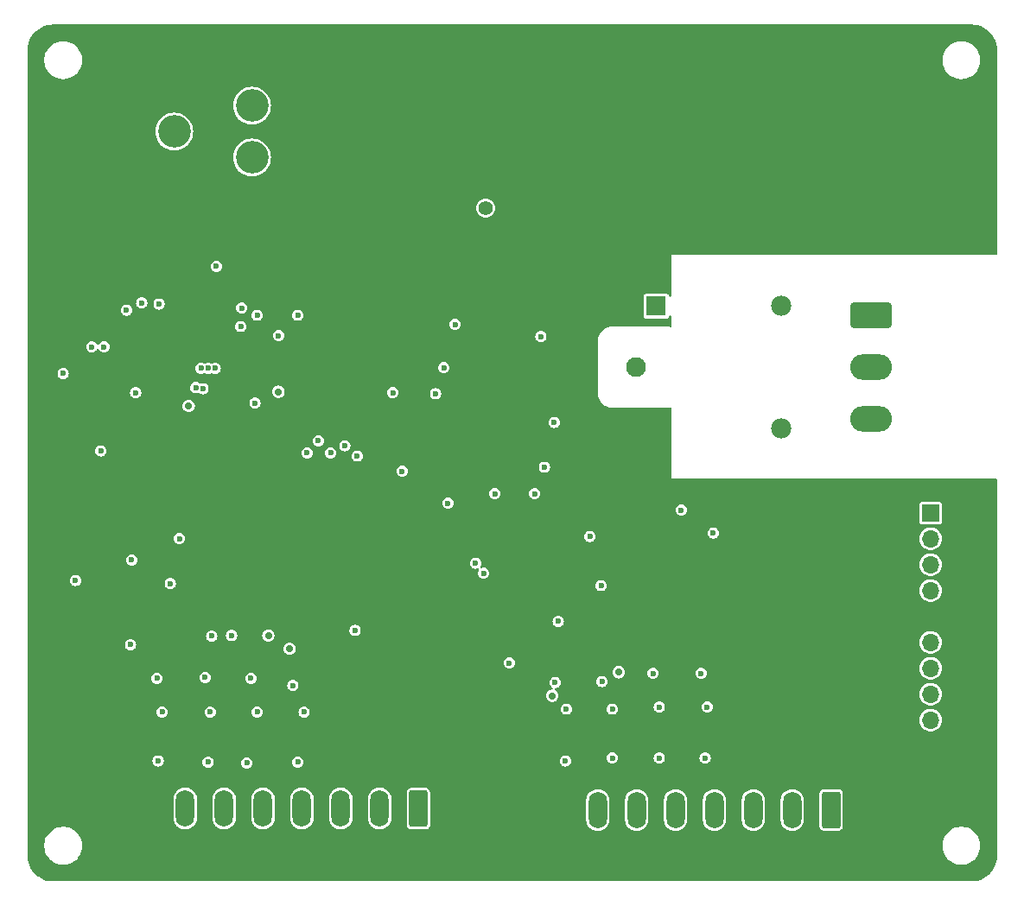
<source format=gbr>
%TF.GenerationSoftware,KiCad,Pcbnew,8.0.8*%
%TF.CreationDate,2025-03-05T18:01:18-08:00*%
%TF.ProjectId,LoRa-BLE-Sensor,4c6f5261-2d42-44c4-952d-53656e736f72,1*%
%TF.SameCoordinates,Original*%
%TF.FileFunction,Copper,L2,Inr*%
%TF.FilePolarity,Positive*%
%FSLAX46Y46*%
G04 Gerber Fmt 4.6, Leading zero omitted, Abs format (unit mm)*
G04 Created by KiCad (PCBNEW 8.0.8) date 2025-03-05 18:01:18*
%MOMM*%
%LPD*%
G01*
G04 APERTURE LIST*
G04 Aperture macros list*
%AMRoundRect*
0 Rectangle with rounded corners*
0 $1 Rounding radius*
0 $2 $3 $4 $5 $6 $7 $8 $9 X,Y pos of 4 corners*
0 Add a 4 corners polygon primitive as box body*
4,1,4,$2,$3,$4,$5,$6,$7,$8,$9,$2,$3,0*
0 Add four circle primitives for the rounded corners*
1,1,$1+$1,$2,$3*
1,1,$1+$1,$4,$5*
1,1,$1+$1,$6,$7*
1,1,$1+$1,$8,$9*
0 Add four rect primitives between the rounded corners*
20,1,$1+$1,$2,$3,$4,$5,0*
20,1,$1+$1,$4,$5,$6,$7,0*
20,1,$1+$1,$6,$7,$8,$9,0*
20,1,$1+$1,$8,$9,$2,$3,0*%
G04 Aperture macros list end*
%TA.AperFunction,ComponentPad*%
%ADD10C,3.200000*%
%TD*%
%TA.AperFunction,ComponentPad*%
%ADD11RoundRect,0.250000X0.650000X1.550000X-0.650000X1.550000X-0.650000X-1.550000X0.650000X-1.550000X0*%
%TD*%
%TA.AperFunction,ComponentPad*%
%ADD12O,1.800000X3.600000*%
%TD*%
%TA.AperFunction,ComponentPad*%
%ADD13RoundRect,0.347223X-1.702777X0.902777X-1.702777X-0.902777X1.702777X-0.902777X1.702777X0.902777X0*%
%TD*%
%TA.AperFunction,ComponentPad*%
%ADD14O,4.100000X2.500000*%
%TD*%
%TA.AperFunction,ComponentPad*%
%ADD15R,1.980000X1.980000*%
%TD*%
%TA.AperFunction,ComponentPad*%
%ADD16C,1.980000*%
%TD*%
%TA.AperFunction,ComponentPad*%
%ADD17C,1.935000*%
%TD*%
%TA.AperFunction,ComponentPad*%
%ADD18C,1.400000*%
%TD*%
%TA.AperFunction,ComponentPad*%
%ADD19O,1.400000X1.400000*%
%TD*%
%TA.AperFunction,ComponentPad*%
%ADD20R,1.700000X1.700000*%
%TD*%
%TA.AperFunction,ComponentPad*%
%ADD21O,1.700000X1.700000*%
%TD*%
%TA.AperFunction,ViaPad*%
%ADD22C,0.600000*%
%TD*%
%TA.AperFunction,ViaPad*%
%ADD23C,0.700000*%
%TD*%
G04 APERTURE END LIST*
D10*
%TO.N,VBAT*%
%TO.C,J2*%
X78880000Y-41000000D03*
X86500000Y-38460000D03*
X86500000Y-43540000D03*
%TO.N,GND*%
X137500000Y-38460000D03*
X137500000Y-43540000D03*
X145120000Y-41000000D03*
%TD*%
D11*
%TO.N,V_SENSOR2*%
%TO.C,J6*%
X143240000Y-107500000D03*
D12*
%TO.N,I1_IN*%
X139430000Y-107500000D03*
%TO.N,V1_IN*%
X135620000Y-107500000D03*
%TO.N,D4_IN*%
X131810000Y-107500000D03*
%TO.N,D5_IN*%
X128000000Y-107500000D03*
%TO.N,D6_IN*%
X124190000Y-107500000D03*
%TO.N,D7_IN*%
X120380000Y-107500000D03*
%TO.N,GND*%
X116570000Y-107500000D03*
%TD*%
D13*
%TO.N,Net-(J4-Pin_1)*%
%TO.C,J4*%
X147112500Y-59020000D03*
D14*
%TO.N,Net-(J4-Pin_2)*%
X147112500Y-64100000D03*
%TO.N,Net-(J4-Pin_3)*%
X147112500Y-69180000D03*
%TD*%
D15*
%TO.N,V_RELAY*%
%TO.C,K1*%
X126112500Y-58100000D03*
D16*
%TO.N,GND*%
X126112500Y-70100000D03*
D17*
%TO.N,Net-(J4-Pin_2)*%
X124112500Y-64100000D03*
D16*
%TO.N,Net-(J4-Pin_1)*%
X138312500Y-58100000D03*
%TO.N,Net-(J4-Pin_3)*%
X138312500Y-70100000D03*
%TD*%
D11*
%TO.N,V_SENSOR1*%
%TO.C,J5*%
X102817500Y-107357500D03*
D12*
%TO.N,I0_IN*%
X99007500Y-107357500D03*
%TO.N,V0_IN*%
X95197500Y-107357500D03*
%TO.N,D0_IN*%
X91387500Y-107357500D03*
%TO.N,D1_IN*%
X87577500Y-107357500D03*
%TO.N,D2_IN*%
X83767500Y-107357500D03*
%TO.N,D3_IN*%
X79957500Y-107357500D03*
%TO.N,GND*%
X76147500Y-107357500D03*
%TD*%
D18*
%TO.N,Net-(U2-NTC)*%
%TO.C,TH1*%
X109395000Y-48500000D03*
D19*
%TO.N,GND*%
X111295000Y-48500000D03*
%TD*%
D20*
%TO.N,V_SENSOR1*%
%TO.C,J7*%
X153000000Y-78375000D03*
D21*
%TO.N,VDD*%
X153000000Y-80915000D03*
%TO.N,D2_NRF*%
X153000000Y-83455000D03*
%TO.N,D3_NRF*%
X153000000Y-85995000D03*
%TO.N,GND*%
X153000000Y-88535000D03*
%TO.N,V_SENSOR2*%
X153000000Y-91075000D03*
%TO.N,VDD*%
X153000000Y-93615000D03*
%TO.N,D6_NRF*%
X153000000Y-96155000D03*
%TO.N,D7_NRF*%
X153000000Y-98695000D03*
%TO.N,GND*%
X153000000Y-101235000D03*
%TD*%
D22*
%TO.N,VDD*%
X121800000Y-97600000D03*
X82400000Y-97900000D03*
X74200000Y-58500000D03*
X91600000Y-97900000D03*
X90500000Y-95300000D03*
X74700000Y-83000000D03*
X117300000Y-97600000D03*
X78500000Y-85300000D03*
X126400000Y-97400000D03*
X131100000Y-97400000D03*
X81900000Y-94500000D03*
X116200000Y-95000000D03*
X130500000Y-94100000D03*
X74600000Y-91300000D03*
X125800000Y-94100000D03*
X68000000Y-64700000D03*
X120800000Y-94900000D03*
X87000000Y-97900000D03*
X77700000Y-97900000D03*
X75100000Y-66600000D03*
X105700000Y-77425000D03*
X77200000Y-94600000D03*
X86400000Y-94600000D03*
%TO.N,GND*%
X124400000Y-82900000D03*
X72600000Y-81200000D03*
X76000000Y-62400000D03*
X86400000Y-64300000D03*
X106000000Y-94000000D03*
X119112500Y-67600000D03*
X98700000Y-88700000D03*
X112400000Y-83300000D03*
X75500000Y-54300000D03*
X126800000Y-99400000D03*
X119800000Y-71000000D03*
X120275000Y-72725000D03*
X97400000Y-97600000D03*
X91900000Y-99900000D03*
X82500000Y-65200000D03*
X106700000Y-63900000D03*
X106000000Y-92900000D03*
X104500000Y-86900000D03*
X70600000Y-79000000D03*
D23*
X111170000Y-71625000D03*
D22*
X91000000Y-67000000D03*
X76000000Y-63400000D03*
X68700000Y-81100000D03*
X77000000Y-63400000D03*
X101390000Y-62000000D03*
X146000000Y-92400000D03*
X75000000Y-63400000D03*
X78600000Y-54300000D03*
X105700000Y-78380000D03*
X87300000Y-99900000D03*
X120200000Y-83100000D03*
X137700000Y-98800000D03*
X72000000Y-91300000D03*
X70700000Y-75200000D03*
X121000000Y-81700000D03*
X116500000Y-73800000D03*
X66200000Y-93200000D03*
X78000000Y-99900000D03*
X76000000Y-61400000D03*
X94600000Y-97600000D03*
X82700000Y-61900000D03*
X132300000Y-82700000D03*
X78500000Y-86300000D03*
X117700000Y-99600000D03*
X122200000Y-99500000D03*
X70801650Y-65778672D03*
X77000000Y-54300000D03*
X77000000Y-62400000D03*
X101000000Y-95200000D03*
X82700000Y-99900000D03*
X110900000Y-62900000D03*
X137400000Y-97700000D03*
X140900000Y-93800000D03*
X72300000Y-59600000D03*
X82700000Y-60290000D03*
X104500000Y-83400000D03*
X79600000Y-76000000D03*
X110500000Y-61100000D03*
X134000000Y-96700000D03*
X79600000Y-79600000D03*
X97500000Y-98700000D03*
X131500000Y-99400000D03*
X74000000Y-54300000D03*
X77000000Y-61400000D03*
X70600000Y-93200000D03*
X71300000Y-81100000D03*
X79300000Y-66500000D03*
D23*
X75700000Y-68300000D03*
D22*
X75000000Y-62400000D03*
X133100000Y-81400000D03*
X66200000Y-75200000D03*
X66100000Y-79000000D03*
X75000000Y-61400000D03*
X146000000Y-91400000D03*
%TO.N,RESET*%
X79400000Y-80900000D03*
X69200000Y-85000000D03*
%TO.N,CC2*%
X89100000Y-61000000D03*
X85500000Y-58300000D03*
%TO.N,CC1*%
X87000000Y-59000000D03*
X91000000Y-59000000D03*
%TO.N,VBAT*%
X81700000Y-66200000D03*
X81000000Y-66100000D03*
%TO.N,VBUS_NRF*%
X101200000Y-74300000D03*
X85400000Y-60100000D03*
%TO.N,VSYS*%
X82200000Y-64200000D03*
X77400000Y-57900000D03*
X70800000Y-62100000D03*
X72000000Y-62100000D03*
X82900000Y-64200000D03*
X116100000Y-69500000D03*
X106400000Y-59900000D03*
X81500000Y-64200000D03*
X75700000Y-57800000D03*
D23*
X89100000Y-66500000D03*
D22*
X83000000Y-54200000D03*
%TO.N,BOOST1_FB_CTRL1*%
X94200000Y-72500000D03*
X104490000Y-66700000D03*
%TO.N,LDO2_OUT*%
X128550000Y-78100000D03*
X114800000Y-61100000D03*
%TO.N,BOOST1_FB_CTRL2*%
X93000000Y-71300000D03*
X100300000Y-66600000D03*
%TO.N,V_SENSOR1*%
X116500000Y-89000000D03*
X91000000Y-102800000D03*
X82200000Y-102800000D03*
X86000000Y-102900000D03*
X77300000Y-102700000D03*
X120700000Y-85500000D03*
X111700000Y-93100000D03*
%TO.N,V_SENSOR2*%
X130900000Y-102400000D03*
X117200000Y-102700000D03*
X121800000Y-102400000D03*
X126400000Y-102400000D03*
D23*
%TO.N,Net-(U2-SHPHLD)*%
X80300000Y-67900000D03*
D22*
X71700000Y-72300000D03*
%TO.N,BOOST2_FB_CTRL2*%
X96800000Y-72800000D03*
X110300000Y-76500000D03*
%TO.N,BOOST2_FB_CTRL1*%
X96600000Y-89900000D03*
X114200000Y-76500000D03*
%TO.N,BOOST1_EN*%
X105300000Y-64150000D03*
X91900000Y-72500000D03*
%TO.N,BOOST2_EN*%
X95600000Y-71800000D03*
X115155000Y-73900000D03*
%TO.N,Net-(U2-NTC)*%
X86800000Y-67600000D03*
%TO.N,D2_NRF*%
X84500000Y-90400000D03*
%TO.N,D3_NRF*%
X82550000Y-90450000D03*
D23*
%TO.N,D6_NRF*%
X122432500Y-94000000D03*
X90200000Y-91700000D03*
%TO.N,D7_NRF*%
X88100000Y-90400000D03*
X115932500Y-96300000D03*
D22*
%TO.N,V_SENSOR1_READ*%
X108400000Y-83300000D03*
X119600000Y-80690000D03*
%TO.N,V_SENSOR2_READ*%
X109200000Y-84300000D03*
X131700000Y-80352500D03*
%TD*%
%TA.AperFunction,Conductor*%
%TO.N,GND*%
G36*
X157003736Y-30500726D02*
G01*
X157293796Y-30518271D01*
X157308659Y-30520076D01*
X157590798Y-30571780D01*
X157605335Y-30575363D01*
X157879172Y-30660695D01*
X157893163Y-30666000D01*
X158154743Y-30783727D01*
X158167989Y-30790680D01*
X158413465Y-30939075D01*
X158425776Y-30947573D01*
X158651573Y-31124473D01*
X158662781Y-31134403D01*
X158865596Y-31337218D01*
X158875526Y-31348426D01*
X158995481Y-31501538D01*
X159052422Y-31574217D01*
X159060928Y-31586540D01*
X159209316Y-31832004D01*
X159216275Y-31845263D01*
X159333997Y-32106831D01*
X159339306Y-32120832D01*
X159424635Y-32394663D01*
X159428219Y-32409201D01*
X159479923Y-32691340D01*
X159481728Y-32706205D01*
X159499274Y-32996263D01*
X159499500Y-33003750D01*
X159499500Y-52926000D01*
X159479815Y-52993039D01*
X159427011Y-53038794D01*
X159375500Y-53050000D01*
X127600000Y-53050000D01*
X127600000Y-57069079D01*
X127580315Y-57136118D01*
X127527511Y-57181873D01*
X127458353Y-57191817D01*
X127394797Y-57162792D01*
X127357023Y-57104014D01*
X127354539Y-57091230D01*
X127354189Y-57091300D01*
X127338467Y-57012264D01*
X127338466Y-57012260D01*
X127283101Y-56929399D01*
X127200240Y-56874034D01*
X127200239Y-56874033D01*
X127200235Y-56874032D01*
X127127177Y-56859500D01*
X127127174Y-56859500D01*
X125097826Y-56859500D01*
X125097823Y-56859500D01*
X125024764Y-56874032D01*
X125024760Y-56874033D01*
X124941899Y-56929399D01*
X124886533Y-57012260D01*
X124886532Y-57012264D01*
X124872000Y-57085321D01*
X124872000Y-59114678D01*
X124886532Y-59187735D01*
X124886533Y-59187739D01*
X124886534Y-59187740D01*
X124941899Y-59270601D01*
X125024760Y-59325966D01*
X125024764Y-59325967D01*
X125097821Y-59340499D01*
X125097824Y-59340500D01*
X125097826Y-59340500D01*
X127127176Y-59340500D01*
X127127177Y-59340499D01*
X127200240Y-59325966D01*
X127283101Y-59270601D01*
X127338466Y-59187740D01*
X127347224Y-59143712D01*
X127354189Y-59108700D01*
X127356479Y-59109155D01*
X127378753Y-59053985D01*
X127435785Y-59013622D01*
X127505585Y-59010501D01*
X127565992Y-59045612D01*
X127597827Y-59107807D01*
X127600000Y-59130920D01*
X127600000Y-60034886D01*
X127580315Y-60101925D01*
X127527511Y-60147680D01*
X127458353Y-60157624D01*
X127431207Y-60150513D01*
X127387477Y-60133572D01*
X127387474Y-60133571D01*
X127387473Y-60133571D01*
X127205210Y-60099500D01*
X127178392Y-60099500D01*
X121928392Y-60099500D01*
X121862500Y-60099500D01*
X121755182Y-60099500D01*
X121542735Y-60130044D01*
X121542725Y-60130047D01*
X121336784Y-60190517D01*
X121141561Y-60279672D01*
X121141548Y-60279679D01*
X120960985Y-60395720D01*
X120798775Y-60536275D01*
X120658220Y-60698485D01*
X120542179Y-60879048D01*
X120542172Y-60879061D01*
X120453017Y-61074284D01*
X120392547Y-61280225D01*
X120392544Y-61280235D01*
X120362000Y-61492682D01*
X120362000Y-66707317D01*
X120392544Y-66919764D01*
X120392547Y-66919774D01*
X120453017Y-67125715D01*
X120542172Y-67320938D01*
X120542179Y-67320951D01*
X120658220Y-67501514D01*
X120798775Y-67663724D01*
X120890540Y-67743238D01*
X120960987Y-67804281D01*
X121075109Y-67877622D01*
X121141548Y-67920320D01*
X121141561Y-67920327D01*
X121336784Y-68009482D01*
X121336788Y-68009483D01*
X121336790Y-68009484D01*
X121542731Y-68069954D01*
X121542732Y-68069954D01*
X121542735Y-68069955D01*
X121606084Y-68079062D01*
X121755182Y-68100500D01*
X121755183Y-68100500D01*
X127205208Y-68100500D01*
X127205210Y-68100500D01*
X127387473Y-68066429D01*
X127431205Y-68049486D01*
X127500828Y-68043624D01*
X127562568Y-68076333D01*
X127596824Y-68137229D01*
X127600000Y-68165113D01*
X127600000Y-75000000D01*
X159375500Y-75000000D01*
X159442539Y-75019685D01*
X159488294Y-75072489D01*
X159499500Y-75124000D01*
X159499500Y-111996249D01*
X159499274Y-112003736D01*
X159481728Y-112293794D01*
X159479923Y-112308659D01*
X159428219Y-112590798D01*
X159424635Y-112605336D01*
X159339306Y-112879167D01*
X159333997Y-112893168D01*
X159216275Y-113154736D01*
X159209316Y-113167995D01*
X159060928Y-113413459D01*
X159052422Y-113425782D01*
X158875526Y-113651573D01*
X158865596Y-113662781D01*
X158662781Y-113865596D01*
X158651573Y-113875526D01*
X158425782Y-114052422D01*
X158413459Y-114060928D01*
X158167995Y-114209316D01*
X158154736Y-114216275D01*
X157893168Y-114333997D01*
X157879167Y-114339306D01*
X157605336Y-114424635D01*
X157590798Y-114428219D01*
X157308659Y-114479923D01*
X157293794Y-114481728D01*
X157003736Y-114499274D01*
X156996249Y-114499500D01*
X67003751Y-114499500D01*
X66996264Y-114499274D01*
X66706205Y-114481728D01*
X66691340Y-114479923D01*
X66409201Y-114428219D01*
X66394663Y-114424635D01*
X66120832Y-114339306D01*
X66106831Y-114333997D01*
X65845263Y-114216275D01*
X65832004Y-114209316D01*
X65586540Y-114060928D01*
X65574217Y-114052422D01*
X65348426Y-113875526D01*
X65337218Y-113865596D01*
X65134403Y-113662781D01*
X65124473Y-113651573D01*
X64947573Y-113425776D01*
X64939075Y-113413465D01*
X64790680Y-113167989D01*
X64783727Y-113154743D01*
X64666000Y-112893163D01*
X64660693Y-112879167D01*
X64575364Y-112605336D01*
X64571780Y-112590798D01*
X64520076Y-112308659D01*
X64518271Y-112293794D01*
X64500726Y-112003736D01*
X64500500Y-111996249D01*
X64500500Y-110878711D01*
X66149500Y-110878711D01*
X66149500Y-111121288D01*
X66181161Y-111361785D01*
X66243947Y-111596104D01*
X66336773Y-111820205D01*
X66336776Y-111820212D01*
X66458064Y-112030289D01*
X66458066Y-112030292D01*
X66458067Y-112030293D01*
X66605733Y-112222736D01*
X66605739Y-112222743D01*
X66777256Y-112394260D01*
X66777262Y-112394265D01*
X66969711Y-112541936D01*
X67179788Y-112663224D01*
X67403900Y-112756054D01*
X67638211Y-112818838D01*
X67818586Y-112842584D01*
X67878711Y-112850500D01*
X67878712Y-112850500D01*
X68121289Y-112850500D01*
X68169388Y-112844167D01*
X68361789Y-112818838D01*
X68596100Y-112756054D01*
X68820212Y-112663224D01*
X69030289Y-112541936D01*
X69222738Y-112394265D01*
X69394265Y-112222738D01*
X69541936Y-112030289D01*
X69663224Y-111820212D01*
X69756054Y-111596100D01*
X69818838Y-111361789D01*
X69850500Y-111121288D01*
X69850500Y-110878712D01*
X69850500Y-110878711D01*
X154149500Y-110878711D01*
X154149500Y-111121288D01*
X154181161Y-111361785D01*
X154243947Y-111596104D01*
X154336773Y-111820205D01*
X154336776Y-111820212D01*
X154458064Y-112030289D01*
X154458066Y-112030292D01*
X154458067Y-112030293D01*
X154605733Y-112222736D01*
X154605739Y-112222743D01*
X154777256Y-112394260D01*
X154777262Y-112394265D01*
X154969711Y-112541936D01*
X155179788Y-112663224D01*
X155403900Y-112756054D01*
X155638211Y-112818838D01*
X155818586Y-112842584D01*
X155878711Y-112850500D01*
X155878712Y-112850500D01*
X156121289Y-112850500D01*
X156169388Y-112844167D01*
X156361789Y-112818838D01*
X156596100Y-112756054D01*
X156820212Y-112663224D01*
X157030289Y-112541936D01*
X157222738Y-112394265D01*
X157394265Y-112222738D01*
X157541936Y-112030289D01*
X157663224Y-111820212D01*
X157756054Y-111596100D01*
X157818838Y-111361789D01*
X157850500Y-111121288D01*
X157850500Y-110878712D01*
X157818838Y-110638211D01*
X157756054Y-110403900D01*
X157663224Y-110179788D01*
X157541936Y-109969711D01*
X157394265Y-109777262D01*
X157394260Y-109777256D01*
X157222743Y-109605739D01*
X157222736Y-109605733D01*
X157030293Y-109458067D01*
X157030292Y-109458066D01*
X157030289Y-109458064D01*
X156820212Y-109336776D01*
X156788673Y-109323712D01*
X156596104Y-109243947D01*
X156361785Y-109181161D01*
X156121289Y-109149500D01*
X156121288Y-109149500D01*
X155878712Y-109149500D01*
X155878711Y-109149500D01*
X155638214Y-109181161D01*
X155403895Y-109243947D01*
X155179794Y-109336773D01*
X155179785Y-109336777D01*
X154969706Y-109458067D01*
X154777263Y-109605733D01*
X154777256Y-109605739D01*
X154605739Y-109777256D01*
X154605733Y-109777263D01*
X154458067Y-109969706D01*
X154336777Y-110179785D01*
X154336773Y-110179794D01*
X154243947Y-110403895D01*
X154181161Y-110638214D01*
X154149500Y-110878711D01*
X69850500Y-110878711D01*
X69818838Y-110638211D01*
X69756054Y-110403900D01*
X69663224Y-110179788D01*
X69541936Y-109969711D01*
X69394265Y-109777262D01*
X69394260Y-109777256D01*
X69222743Y-109605739D01*
X69222736Y-109605733D01*
X69030293Y-109458067D01*
X69030292Y-109458066D01*
X69030289Y-109458064D01*
X68820212Y-109336776D01*
X68788673Y-109323712D01*
X68596104Y-109243947D01*
X68361785Y-109181161D01*
X68121289Y-109149500D01*
X68121288Y-109149500D01*
X67878712Y-109149500D01*
X67878711Y-109149500D01*
X67638214Y-109181161D01*
X67403895Y-109243947D01*
X67179794Y-109336773D01*
X67179785Y-109336777D01*
X66969706Y-109458067D01*
X66777263Y-109605733D01*
X66777256Y-109605739D01*
X66605739Y-109777256D01*
X66605733Y-109777263D01*
X66458067Y-109969706D01*
X66336777Y-110179785D01*
X66336773Y-110179794D01*
X66243947Y-110403895D01*
X66181161Y-110638214D01*
X66149500Y-110878711D01*
X64500500Y-110878711D01*
X64500500Y-106366948D01*
X78807000Y-106366948D01*
X78807000Y-108348051D01*
X78835329Y-108526910D01*
X78891287Y-108699136D01*
X78891288Y-108699139D01*
X78947164Y-108808800D01*
X78963895Y-108841636D01*
X78973506Y-108860497D01*
X79079941Y-109006994D01*
X79079945Y-109006999D01*
X79208000Y-109135054D01*
X79208005Y-109135058D01*
X79335787Y-109227896D01*
X79354506Y-109241496D01*
X79454269Y-109292328D01*
X79515860Y-109323711D01*
X79515863Y-109323712D01*
X79600751Y-109351293D01*
X79688091Y-109379671D01*
X79770929Y-109392791D01*
X79866949Y-109408000D01*
X79866954Y-109408000D01*
X80048051Y-109408000D01*
X80134759Y-109394265D01*
X80226909Y-109379671D01*
X80399139Y-109323711D01*
X80560494Y-109241496D01*
X80707001Y-109135053D01*
X80835053Y-109007001D01*
X80941496Y-108860494D01*
X81023711Y-108699139D01*
X81079671Y-108526909D01*
X81094265Y-108434759D01*
X81108000Y-108348051D01*
X81108000Y-106366948D01*
X82617000Y-106366948D01*
X82617000Y-108348051D01*
X82645329Y-108526910D01*
X82701287Y-108699136D01*
X82701288Y-108699139D01*
X82757164Y-108808800D01*
X82773895Y-108841636D01*
X82783506Y-108860497D01*
X82889941Y-109006994D01*
X82889945Y-109006999D01*
X83018000Y-109135054D01*
X83018005Y-109135058D01*
X83145787Y-109227896D01*
X83164506Y-109241496D01*
X83264269Y-109292328D01*
X83325860Y-109323711D01*
X83325863Y-109323712D01*
X83410751Y-109351293D01*
X83498091Y-109379671D01*
X83580929Y-109392791D01*
X83676949Y-109408000D01*
X83676954Y-109408000D01*
X83858051Y-109408000D01*
X83944759Y-109394265D01*
X84036909Y-109379671D01*
X84209139Y-109323711D01*
X84370494Y-109241496D01*
X84517001Y-109135053D01*
X84645053Y-109007001D01*
X84751496Y-108860494D01*
X84833711Y-108699139D01*
X84889671Y-108526909D01*
X84904265Y-108434759D01*
X84918000Y-108348051D01*
X84918000Y-106366948D01*
X86427000Y-106366948D01*
X86427000Y-108348051D01*
X86455329Y-108526910D01*
X86511287Y-108699136D01*
X86511288Y-108699139D01*
X86567164Y-108808800D01*
X86583895Y-108841636D01*
X86593506Y-108860497D01*
X86699941Y-109006994D01*
X86699945Y-109006999D01*
X86828000Y-109135054D01*
X86828005Y-109135058D01*
X86955787Y-109227896D01*
X86974506Y-109241496D01*
X87074269Y-109292328D01*
X87135860Y-109323711D01*
X87135863Y-109323712D01*
X87220751Y-109351293D01*
X87308091Y-109379671D01*
X87390929Y-109392791D01*
X87486949Y-109408000D01*
X87486954Y-109408000D01*
X87668051Y-109408000D01*
X87754759Y-109394265D01*
X87846909Y-109379671D01*
X88019139Y-109323711D01*
X88180494Y-109241496D01*
X88327001Y-109135053D01*
X88455053Y-109007001D01*
X88561496Y-108860494D01*
X88643711Y-108699139D01*
X88699671Y-108526909D01*
X88714265Y-108434759D01*
X88728000Y-108348051D01*
X88728000Y-106366948D01*
X90237000Y-106366948D01*
X90237000Y-108348051D01*
X90265329Y-108526910D01*
X90321287Y-108699136D01*
X90321288Y-108699139D01*
X90377164Y-108808800D01*
X90393895Y-108841636D01*
X90403506Y-108860497D01*
X90509941Y-109006994D01*
X90509945Y-109006999D01*
X90638000Y-109135054D01*
X90638005Y-109135058D01*
X90765787Y-109227896D01*
X90784506Y-109241496D01*
X90884269Y-109292328D01*
X90945860Y-109323711D01*
X90945863Y-109323712D01*
X91030751Y-109351293D01*
X91118091Y-109379671D01*
X91200929Y-109392791D01*
X91296949Y-109408000D01*
X91296954Y-109408000D01*
X91478051Y-109408000D01*
X91564759Y-109394265D01*
X91656909Y-109379671D01*
X91829139Y-109323711D01*
X91990494Y-109241496D01*
X92137001Y-109135053D01*
X92265053Y-109007001D01*
X92371496Y-108860494D01*
X92453711Y-108699139D01*
X92509671Y-108526909D01*
X92524265Y-108434759D01*
X92538000Y-108348051D01*
X92538000Y-106366948D01*
X94047000Y-106366948D01*
X94047000Y-108348051D01*
X94075329Y-108526910D01*
X94131287Y-108699136D01*
X94131288Y-108699139D01*
X94187164Y-108808800D01*
X94203895Y-108841636D01*
X94213506Y-108860497D01*
X94319941Y-109006994D01*
X94319945Y-109006999D01*
X94448000Y-109135054D01*
X94448005Y-109135058D01*
X94575787Y-109227896D01*
X94594506Y-109241496D01*
X94694269Y-109292328D01*
X94755860Y-109323711D01*
X94755863Y-109323712D01*
X94840751Y-109351293D01*
X94928091Y-109379671D01*
X95010929Y-109392791D01*
X95106949Y-109408000D01*
X95106954Y-109408000D01*
X95288051Y-109408000D01*
X95374759Y-109394265D01*
X95466909Y-109379671D01*
X95639139Y-109323711D01*
X95800494Y-109241496D01*
X95947001Y-109135053D01*
X96075053Y-109007001D01*
X96181496Y-108860494D01*
X96263711Y-108699139D01*
X96319671Y-108526909D01*
X96334265Y-108434759D01*
X96348000Y-108348051D01*
X96348000Y-106366948D01*
X97857000Y-106366948D01*
X97857000Y-108348051D01*
X97885329Y-108526910D01*
X97941287Y-108699136D01*
X97941288Y-108699139D01*
X97997164Y-108808800D01*
X98013895Y-108841636D01*
X98023506Y-108860497D01*
X98129941Y-109006994D01*
X98129945Y-109006999D01*
X98258000Y-109135054D01*
X98258005Y-109135058D01*
X98385787Y-109227896D01*
X98404506Y-109241496D01*
X98504269Y-109292328D01*
X98565860Y-109323711D01*
X98565863Y-109323712D01*
X98650751Y-109351293D01*
X98738091Y-109379671D01*
X98820929Y-109392791D01*
X98916949Y-109408000D01*
X98916954Y-109408000D01*
X99098051Y-109408000D01*
X99184759Y-109394265D01*
X99276909Y-109379671D01*
X99449139Y-109323711D01*
X99610494Y-109241496D01*
X99757001Y-109135053D01*
X99885053Y-109007001D01*
X99991496Y-108860494D01*
X100073711Y-108699139D01*
X100129671Y-108526909D01*
X100144265Y-108434759D01*
X100158000Y-108348051D01*
X100158000Y-106366948D01*
X100141519Y-106262897D01*
X100129671Y-106188091D01*
X100073711Y-106015861D01*
X100073711Y-106015860D01*
X100015761Y-105902129D01*
X99991496Y-105854506D01*
X99922569Y-105759635D01*
X101667000Y-105759635D01*
X101667000Y-108955370D01*
X101667001Y-108955376D01*
X101673408Y-109014983D01*
X101723702Y-109149828D01*
X101723706Y-109149835D01*
X101809952Y-109265044D01*
X101809955Y-109265047D01*
X101925164Y-109351293D01*
X101925171Y-109351297D01*
X102060017Y-109401591D01*
X102060016Y-109401591D01*
X102066944Y-109402335D01*
X102119627Y-109408000D01*
X103515372Y-109407999D01*
X103574983Y-109401591D01*
X103709831Y-109351296D01*
X103825046Y-109265046D01*
X103911296Y-109149831D01*
X103961591Y-109014983D01*
X103968000Y-108955373D01*
X103967999Y-106509448D01*
X119229500Y-106509448D01*
X119229500Y-108490551D01*
X119257829Y-108669410D01*
X119313787Y-108841636D01*
X119313788Y-108841639D01*
X119396006Y-109002997D01*
X119502441Y-109149494D01*
X119502445Y-109149499D01*
X119630500Y-109277554D01*
X119630505Y-109277558D01*
X119712013Y-109336776D01*
X119777006Y-109383996D01*
X119882484Y-109437740D01*
X119938360Y-109466211D01*
X119938363Y-109466212D01*
X120023251Y-109493793D01*
X120110591Y-109522171D01*
X120193429Y-109535291D01*
X120289449Y-109550500D01*
X120289454Y-109550500D01*
X120470551Y-109550500D01*
X120557259Y-109536765D01*
X120649409Y-109522171D01*
X120821639Y-109466211D01*
X120982994Y-109383996D01*
X121129501Y-109277553D01*
X121257553Y-109149501D01*
X121363996Y-109002994D01*
X121446211Y-108841639D01*
X121502171Y-108669409D01*
X121524741Y-108526909D01*
X121530500Y-108490551D01*
X121530500Y-106509448D01*
X123039500Y-106509448D01*
X123039500Y-108490551D01*
X123067829Y-108669410D01*
X123123787Y-108841636D01*
X123123788Y-108841639D01*
X123206006Y-109002997D01*
X123312441Y-109149494D01*
X123312445Y-109149499D01*
X123440500Y-109277554D01*
X123440505Y-109277558D01*
X123522013Y-109336776D01*
X123587006Y-109383996D01*
X123692484Y-109437740D01*
X123748360Y-109466211D01*
X123748363Y-109466212D01*
X123833251Y-109493793D01*
X123920591Y-109522171D01*
X124003429Y-109535291D01*
X124099449Y-109550500D01*
X124099454Y-109550500D01*
X124280551Y-109550500D01*
X124367259Y-109536765D01*
X124459409Y-109522171D01*
X124631639Y-109466211D01*
X124792994Y-109383996D01*
X124939501Y-109277553D01*
X125067553Y-109149501D01*
X125173996Y-109002994D01*
X125256211Y-108841639D01*
X125312171Y-108669409D01*
X125334741Y-108526909D01*
X125340500Y-108490551D01*
X125340500Y-106509448D01*
X126849500Y-106509448D01*
X126849500Y-108490551D01*
X126877829Y-108669410D01*
X126933787Y-108841636D01*
X126933788Y-108841639D01*
X127016006Y-109002997D01*
X127122441Y-109149494D01*
X127122445Y-109149499D01*
X127250500Y-109277554D01*
X127250505Y-109277558D01*
X127332013Y-109336776D01*
X127397006Y-109383996D01*
X127502484Y-109437740D01*
X127558360Y-109466211D01*
X127558363Y-109466212D01*
X127643251Y-109493793D01*
X127730591Y-109522171D01*
X127813429Y-109535291D01*
X127909449Y-109550500D01*
X127909454Y-109550500D01*
X128090551Y-109550500D01*
X128177259Y-109536765D01*
X128269409Y-109522171D01*
X128441639Y-109466211D01*
X128602994Y-109383996D01*
X128749501Y-109277553D01*
X128877553Y-109149501D01*
X128983996Y-109002994D01*
X129066211Y-108841639D01*
X129122171Y-108669409D01*
X129144741Y-108526909D01*
X129150500Y-108490551D01*
X129150500Y-106509448D01*
X130659500Y-106509448D01*
X130659500Y-108490551D01*
X130687829Y-108669410D01*
X130743787Y-108841636D01*
X130743788Y-108841639D01*
X130826006Y-109002997D01*
X130932441Y-109149494D01*
X130932445Y-109149499D01*
X131060500Y-109277554D01*
X131060505Y-109277558D01*
X131142013Y-109336776D01*
X131207006Y-109383996D01*
X131312484Y-109437740D01*
X131368360Y-109466211D01*
X131368363Y-109466212D01*
X131453251Y-109493793D01*
X131540591Y-109522171D01*
X131623429Y-109535291D01*
X131719449Y-109550500D01*
X131719454Y-109550500D01*
X131900551Y-109550500D01*
X131987259Y-109536765D01*
X132079409Y-109522171D01*
X132251639Y-109466211D01*
X132412994Y-109383996D01*
X132559501Y-109277553D01*
X132687553Y-109149501D01*
X132793996Y-109002994D01*
X132876211Y-108841639D01*
X132932171Y-108669409D01*
X132954741Y-108526909D01*
X132960500Y-108490551D01*
X132960500Y-106509448D01*
X134469500Y-106509448D01*
X134469500Y-108490551D01*
X134497829Y-108669410D01*
X134553787Y-108841636D01*
X134553788Y-108841639D01*
X134636006Y-109002997D01*
X134742441Y-109149494D01*
X134742445Y-109149499D01*
X134870500Y-109277554D01*
X134870505Y-109277558D01*
X134952013Y-109336776D01*
X135017006Y-109383996D01*
X135122484Y-109437740D01*
X135178360Y-109466211D01*
X135178363Y-109466212D01*
X135263251Y-109493793D01*
X135350591Y-109522171D01*
X135433429Y-109535291D01*
X135529449Y-109550500D01*
X135529454Y-109550500D01*
X135710551Y-109550500D01*
X135797259Y-109536765D01*
X135889409Y-109522171D01*
X136061639Y-109466211D01*
X136222994Y-109383996D01*
X136369501Y-109277553D01*
X136497553Y-109149501D01*
X136603996Y-109002994D01*
X136686211Y-108841639D01*
X136742171Y-108669409D01*
X136764741Y-108526909D01*
X136770500Y-108490551D01*
X136770500Y-106509448D01*
X138279500Y-106509448D01*
X138279500Y-108490551D01*
X138307829Y-108669410D01*
X138363787Y-108841636D01*
X138363788Y-108841639D01*
X138446006Y-109002997D01*
X138552441Y-109149494D01*
X138552445Y-109149499D01*
X138680500Y-109277554D01*
X138680505Y-109277558D01*
X138762013Y-109336776D01*
X138827006Y-109383996D01*
X138932484Y-109437740D01*
X138988360Y-109466211D01*
X138988363Y-109466212D01*
X139073251Y-109493793D01*
X139160591Y-109522171D01*
X139243429Y-109535291D01*
X139339449Y-109550500D01*
X139339454Y-109550500D01*
X139520551Y-109550500D01*
X139607259Y-109536765D01*
X139699409Y-109522171D01*
X139871639Y-109466211D01*
X140032994Y-109383996D01*
X140179501Y-109277553D01*
X140307553Y-109149501D01*
X140413996Y-109002994D01*
X140496211Y-108841639D01*
X140552171Y-108669409D01*
X140574741Y-108526909D01*
X140580500Y-108490551D01*
X140580500Y-106509448D01*
X140557929Y-106366948D01*
X140552171Y-106330591D01*
X140496211Y-106158361D01*
X140496211Y-106158360D01*
X140467740Y-106102484D01*
X140413996Y-105997006D01*
X140345069Y-105902135D01*
X142089500Y-105902135D01*
X142089500Y-109097870D01*
X142089501Y-109097876D01*
X142095908Y-109157483D01*
X142146202Y-109292328D01*
X142146206Y-109292335D01*
X142232452Y-109407544D01*
X142232455Y-109407547D01*
X142347664Y-109493793D01*
X142347671Y-109493797D01*
X142482517Y-109544091D01*
X142482516Y-109544091D01*
X142489444Y-109544835D01*
X142542127Y-109550500D01*
X143937872Y-109550499D01*
X143997483Y-109544091D01*
X144132331Y-109493796D01*
X144247546Y-109407546D01*
X144333796Y-109292331D01*
X144384091Y-109157483D01*
X144390500Y-109097873D01*
X144390499Y-105902128D01*
X144384091Y-105842517D01*
X144353175Y-105759628D01*
X144333797Y-105707671D01*
X144333793Y-105707664D01*
X144247547Y-105592455D01*
X144247544Y-105592452D01*
X144132335Y-105506206D01*
X144132328Y-105506202D01*
X143997482Y-105455908D01*
X143997483Y-105455908D01*
X143937883Y-105449501D01*
X143937881Y-105449500D01*
X143937873Y-105449500D01*
X143937864Y-105449500D01*
X142542129Y-105449500D01*
X142542123Y-105449501D01*
X142482516Y-105455908D01*
X142347671Y-105506202D01*
X142347664Y-105506206D01*
X142232455Y-105592452D01*
X142232452Y-105592455D01*
X142146206Y-105707664D01*
X142146202Y-105707671D01*
X142095908Y-105842517D01*
X142089501Y-105902116D01*
X142089501Y-105902123D01*
X142089500Y-105902135D01*
X140345069Y-105902135D01*
X140307558Y-105850505D01*
X140307554Y-105850500D01*
X140179499Y-105722445D01*
X140179494Y-105722441D01*
X140032997Y-105616006D01*
X140032996Y-105616005D01*
X140032994Y-105616004D01*
X139962217Y-105579941D01*
X139871639Y-105533788D01*
X139871636Y-105533787D01*
X139699410Y-105477829D01*
X139520551Y-105449500D01*
X139520546Y-105449500D01*
X139339454Y-105449500D01*
X139339449Y-105449500D01*
X139160589Y-105477829D01*
X138988363Y-105533787D01*
X138988360Y-105533788D01*
X138827002Y-105616006D01*
X138680505Y-105722441D01*
X138680500Y-105722445D01*
X138552445Y-105850500D01*
X138552441Y-105850505D01*
X138446006Y-105997002D01*
X138363788Y-106158360D01*
X138363787Y-106158363D01*
X138307829Y-106330589D01*
X138279500Y-106509448D01*
X136770500Y-106509448D01*
X136747929Y-106366948D01*
X136742171Y-106330591D01*
X136686211Y-106158361D01*
X136686211Y-106158360D01*
X136657740Y-106102484D01*
X136603996Y-105997006D01*
X136535069Y-105902135D01*
X136497558Y-105850505D01*
X136497554Y-105850500D01*
X136369499Y-105722445D01*
X136369494Y-105722441D01*
X136222997Y-105616006D01*
X136222996Y-105616005D01*
X136222994Y-105616004D01*
X136152217Y-105579941D01*
X136061639Y-105533788D01*
X136061636Y-105533787D01*
X135889410Y-105477829D01*
X135710551Y-105449500D01*
X135710546Y-105449500D01*
X135529454Y-105449500D01*
X135529449Y-105449500D01*
X135350589Y-105477829D01*
X135178363Y-105533787D01*
X135178360Y-105533788D01*
X135017002Y-105616006D01*
X134870505Y-105722441D01*
X134870500Y-105722445D01*
X134742445Y-105850500D01*
X134742441Y-105850505D01*
X134636006Y-105997002D01*
X134553788Y-106158360D01*
X134553787Y-106158363D01*
X134497829Y-106330589D01*
X134469500Y-106509448D01*
X132960500Y-106509448D01*
X132937929Y-106366948D01*
X132932171Y-106330591D01*
X132876211Y-106158361D01*
X132876211Y-106158360D01*
X132847740Y-106102484D01*
X132793996Y-105997006D01*
X132725069Y-105902135D01*
X132687558Y-105850505D01*
X132687554Y-105850500D01*
X132559499Y-105722445D01*
X132559494Y-105722441D01*
X132412997Y-105616006D01*
X132412996Y-105616005D01*
X132412994Y-105616004D01*
X132342217Y-105579941D01*
X132251639Y-105533788D01*
X132251636Y-105533787D01*
X132079410Y-105477829D01*
X131900551Y-105449500D01*
X131900546Y-105449500D01*
X131719454Y-105449500D01*
X131719449Y-105449500D01*
X131540589Y-105477829D01*
X131368363Y-105533787D01*
X131368360Y-105533788D01*
X131207002Y-105616006D01*
X131060505Y-105722441D01*
X131060500Y-105722445D01*
X130932445Y-105850500D01*
X130932441Y-105850505D01*
X130826006Y-105997002D01*
X130743788Y-106158360D01*
X130743787Y-106158363D01*
X130687829Y-106330589D01*
X130659500Y-106509448D01*
X129150500Y-106509448D01*
X129127929Y-106366948D01*
X129122171Y-106330591D01*
X129066211Y-106158361D01*
X129066211Y-106158360D01*
X129037740Y-106102484D01*
X128983996Y-105997006D01*
X128915069Y-105902135D01*
X128877558Y-105850505D01*
X128877554Y-105850500D01*
X128749499Y-105722445D01*
X128749494Y-105722441D01*
X128602997Y-105616006D01*
X128602996Y-105616005D01*
X128602994Y-105616004D01*
X128532217Y-105579941D01*
X128441639Y-105533788D01*
X128441636Y-105533787D01*
X128269410Y-105477829D01*
X128090551Y-105449500D01*
X128090546Y-105449500D01*
X127909454Y-105449500D01*
X127909449Y-105449500D01*
X127730589Y-105477829D01*
X127558363Y-105533787D01*
X127558360Y-105533788D01*
X127397002Y-105616006D01*
X127250505Y-105722441D01*
X127250500Y-105722445D01*
X127122445Y-105850500D01*
X127122441Y-105850505D01*
X127016006Y-105997002D01*
X126933788Y-106158360D01*
X126933787Y-106158363D01*
X126877829Y-106330589D01*
X126849500Y-106509448D01*
X125340500Y-106509448D01*
X125317929Y-106366948D01*
X125312171Y-106330591D01*
X125256211Y-106158361D01*
X125256211Y-106158360D01*
X125227740Y-106102484D01*
X125173996Y-105997006D01*
X125105069Y-105902135D01*
X125067558Y-105850505D01*
X125067554Y-105850500D01*
X124939499Y-105722445D01*
X124939494Y-105722441D01*
X124792997Y-105616006D01*
X124792996Y-105616005D01*
X124792994Y-105616004D01*
X124722217Y-105579941D01*
X124631639Y-105533788D01*
X124631636Y-105533787D01*
X124459410Y-105477829D01*
X124280551Y-105449500D01*
X124280546Y-105449500D01*
X124099454Y-105449500D01*
X124099449Y-105449500D01*
X123920589Y-105477829D01*
X123748363Y-105533787D01*
X123748360Y-105533788D01*
X123587002Y-105616006D01*
X123440505Y-105722441D01*
X123440500Y-105722445D01*
X123312445Y-105850500D01*
X123312441Y-105850505D01*
X123206006Y-105997002D01*
X123123788Y-106158360D01*
X123123787Y-106158363D01*
X123067829Y-106330589D01*
X123039500Y-106509448D01*
X121530500Y-106509448D01*
X121507929Y-106366948D01*
X121502171Y-106330591D01*
X121446211Y-106158361D01*
X121446211Y-106158360D01*
X121417740Y-106102484D01*
X121363996Y-105997006D01*
X121295069Y-105902135D01*
X121257558Y-105850505D01*
X121257554Y-105850500D01*
X121129499Y-105722445D01*
X121129494Y-105722441D01*
X120982997Y-105616006D01*
X120982996Y-105616005D01*
X120982994Y-105616004D01*
X120912217Y-105579941D01*
X120821639Y-105533788D01*
X120821636Y-105533787D01*
X120649410Y-105477829D01*
X120470551Y-105449500D01*
X120470546Y-105449500D01*
X120289454Y-105449500D01*
X120289449Y-105449500D01*
X120110589Y-105477829D01*
X119938363Y-105533787D01*
X119938360Y-105533788D01*
X119777002Y-105616006D01*
X119630505Y-105722441D01*
X119630500Y-105722445D01*
X119502445Y-105850500D01*
X119502441Y-105850505D01*
X119396006Y-105997002D01*
X119313788Y-106158360D01*
X119313787Y-106158363D01*
X119257829Y-106330589D01*
X119229500Y-106509448D01*
X103967999Y-106509448D01*
X103967999Y-105759628D01*
X103961591Y-105700017D01*
X103930256Y-105616004D01*
X103911297Y-105565171D01*
X103911293Y-105565164D01*
X103825047Y-105449955D01*
X103825044Y-105449952D01*
X103709835Y-105363706D01*
X103709828Y-105363702D01*
X103574982Y-105313408D01*
X103574983Y-105313408D01*
X103515383Y-105307001D01*
X103515381Y-105307000D01*
X103515373Y-105307000D01*
X103515364Y-105307000D01*
X102119629Y-105307000D01*
X102119623Y-105307001D01*
X102060016Y-105313408D01*
X101925171Y-105363702D01*
X101925164Y-105363706D01*
X101809955Y-105449952D01*
X101809952Y-105449955D01*
X101723706Y-105565164D01*
X101723702Y-105565171D01*
X101673408Y-105700017D01*
X101670997Y-105722447D01*
X101667001Y-105759623D01*
X101667000Y-105759635D01*
X99922569Y-105759635D01*
X99885058Y-105708005D01*
X99885054Y-105708000D01*
X99756999Y-105579945D01*
X99756994Y-105579941D01*
X99610497Y-105473506D01*
X99610496Y-105473505D01*
X99610494Y-105473504D01*
X99558800Y-105447164D01*
X99449139Y-105391288D01*
X99449136Y-105391287D01*
X99276910Y-105335329D01*
X99098051Y-105307000D01*
X99098046Y-105307000D01*
X98916954Y-105307000D01*
X98916949Y-105307000D01*
X98738089Y-105335329D01*
X98565863Y-105391287D01*
X98565860Y-105391288D01*
X98404502Y-105473506D01*
X98258005Y-105579941D01*
X98258000Y-105579945D01*
X98129945Y-105708000D01*
X98129941Y-105708005D01*
X98023506Y-105854502D01*
X97941288Y-106015860D01*
X97941287Y-106015863D01*
X97885329Y-106188089D01*
X97857000Y-106366948D01*
X96348000Y-106366948D01*
X96331519Y-106262897D01*
X96319671Y-106188091D01*
X96263711Y-106015861D01*
X96263711Y-106015860D01*
X96205761Y-105902129D01*
X96181496Y-105854506D01*
X96112569Y-105759635D01*
X96075058Y-105708005D01*
X96075054Y-105708000D01*
X95946999Y-105579945D01*
X95946994Y-105579941D01*
X95800497Y-105473506D01*
X95800496Y-105473505D01*
X95800494Y-105473504D01*
X95748800Y-105447164D01*
X95639139Y-105391288D01*
X95639136Y-105391287D01*
X95466910Y-105335329D01*
X95288051Y-105307000D01*
X95288046Y-105307000D01*
X95106954Y-105307000D01*
X95106949Y-105307000D01*
X94928089Y-105335329D01*
X94755863Y-105391287D01*
X94755860Y-105391288D01*
X94594502Y-105473506D01*
X94448005Y-105579941D01*
X94448000Y-105579945D01*
X94319945Y-105708000D01*
X94319941Y-105708005D01*
X94213506Y-105854502D01*
X94131288Y-106015860D01*
X94131287Y-106015863D01*
X94075329Y-106188089D01*
X94047000Y-106366948D01*
X92538000Y-106366948D01*
X92521519Y-106262897D01*
X92509671Y-106188091D01*
X92453711Y-106015861D01*
X92453711Y-106015860D01*
X92395761Y-105902129D01*
X92371496Y-105854506D01*
X92302569Y-105759635D01*
X92265058Y-105708005D01*
X92265054Y-105708000D01*
X92136999Y-105579945D01*
X92136994Y-105579941D01*
X91990497Y-105473506D01*
X91990496Y-105473505D01*
X91990494Y-105473504D01*
X91938800Y-105447164D01*
X91829139Y-105391288D01*
X91829136Y-105391287D01*
X91656910Y-105335329D01*
X91478051Y-105307000D01*
X91478046Y-105307000D01*
X91296954Y-105307000D01*
X91296949Y-105307000D01*
X91118089Y-105335329D01*
X90945863Y-105391287D01*
X90945860Y-105391288D01*
X90784502Y-105473506D01*
X90638005Y-105579941D01*
X90638000Y-105579945D01*
X90509945Y-105708000D01*
X90509941Y-105708005D01*
X90403506Y-105854502D01*
X90321288Y-106015860D01*
X90321287Y-106015863D01*
X90265329Y-106188089D01*
X90237000Y-106366948D01*
X88728000Y-106366948D01*
X88711519Y-106262897D01*
X88699671Y-106188091D01*
X88643711Y-106015861D01*
X88643711Y-106015860D01*
X88585761Y-105902129D01*
X88561496Y-105854506D01*
X88492569Y-105759635D01*
X88455058Y-105708005D01*
X88455054Y-105708000D01*
X88326999Y-105579945D01*
X88326994Y-105579941D01*
X88180497Y-105473506D01*
X88180496Y-105473505D01*
X88180494Y-105473504D01*
X88128800Y-105447164D01*
X88019139Y-105391288D01*
X88019136Y-105391287D01*
X87846910Y-105335329D01*
X87668051Y-105307000D01*
X87668046Y-105307000D01*
X87486954Y-105307000D01*
X87486949Y-105307000D01*
X87308089Y-105335329D01*
X87135863Y-105391287D01*
X87135860Y-105391288D01*
X86974502Y-105473506D01*
X86828005Y-105579941D01*
X86828000Y-105579945D01*
X86699945Y-105708000D01*
X86699941Y-105708005D01*
X86593506Y-105854502D01*
X86511288Y-106015860D01*
X86511287Y-106015863D01*
X86455329Y-106188089D01*
X86427000Y-106366948D01*
X84918000Y-106366948D01*
X84901519Y-106262897D01*
X84889671Y-106188091D01*
X84833711Y-106015861D01*
X84833711Y-106015860D01*
X84775761Y-105902129D01*
X84751496Y-105854506D01*
X84682569Y-105759635D01*
X84645058Y-105708005D01*
X84645054Y-105708000D01*
X84516999Y-105579945D01*
X84516994Y-105579941D01*
X84370497Y-105473506D01*
X84370496Y-105473505D01*
X84370494Y-105473504D01*
X84318800Y-105447164D01*
X84209139Y-105391288D01*
X84209136Y-105391287D01*
X84036910Y-105335329D01*
X83858051Y-105307000D01*
X83858046Y-105307000D01*
X83676954Y-105307000D01*
X83676949Y-105307000D01*
X83498089Y-105335329D01*
X83325863Y-105391287D01*
X83325860Y-105391288D01*
X83164502Y-105473506D01*
X83018005Y-105579941D01*
X83018000Y-105579945D01*
X82889945Y-105708000D01*
X82889941Y-105708005D01*
X82783506Y-105854502D01*
X82701288Y-106015860D01*
X82701287Y-106015863D01*
X82645329Y-106188089D01*
X82617000Y-106366948D01*
X81108000Y-106366948D01*
X81091519Y-106262897D01*
X81079671Y-106188091D01*
X81023711Y-106015861D01*
X81023711Y-106015860D01*
X80965761Y-105902129D01*
X80941496Y-105854506D01*
X80872569Y-105759635D01*
X80835058Y-105708005D01*
X80835054Y-105708000D01*
X80706999Y-105579945D01*
X80706994Y-105579941D01*
X80560497Y-105473506D01*
X80560496Y-105473505D01*
X80560494Y-105473504D01*
X80508800Y-105447164D01*
X80399139Y-105391288D01*
X80399136Y-105391287D01*
X80226910Y-105335329D01*
X80048051Y-105307000D01*
X80048046Y-105307000D01*
X79866954Y-105307000D01*
X79866949Y-105307000D01*
X79688089Y-105335329D01*
X79515863Y-105391287D01*
X79515860Y-105391288D01*
X79354502Y-105473506D01*
X79208005Y-105579941D01*
X79208000Y-105579945D01*
X79079945Y-105708000D01*
X79079941Y-105708005D01*
X78973506Y-105854502D01*
X78891288Y-106015860D01*
X78891287Y-106015863D01*
X78835329Y-106188089D01*
X78807000Y-106366948D01*
X64500500Y-106366948D01*
X64500500Y-102700000D01*
X76744750Y-102700000D01*
X76757915Y-102800000D01*
X76763670Y-102843708D01*
X76763671Y-102843712D01*
X76819137Y-102977622D01*
X76819138Y-102977624D01*
X76819139Y-102977625D01*
X76907379Y-103092621D01*
X77022375Y-103180861D01*
X77022376Y-103180861D01*
X77022377Y-103180862D01*
X77067013Y-103199350D01*
X77156291Y-103236330D01*
X77283280Y-103253048D01*
X77299999Y-103255250D01*
X77300000Y-103255250D01*
X77300001Y-103255250D01*
X77314977Y-103253278D01*
X77443709Y-103236330D01*
X77577625Y-103180861D01*
X77692621Y-103092621D01*
X77780861Y-102977625D01*
X77836330Y-102843709D01*
X77842085Y-102800000D01*
X81644750Y-102800000D01*
X81662698Y-102936329D01*
X81663670Y-102943708D01*
X81663671Y-102943712D01*
X81719137Y-103077622D01*
X81719138Y-103077624D01*
X81719139Y-103077625D01*
X81807379Y-103192621D01*
X81922375Y-103280861D01*
X81922376Y-103280861D01*
X81922377Y-103280862D01*
X81967013Y-103299350D01*
X82056291Y-103336330D01*
X82183280Y-103353048D01*
X82199999Y-103355250D01*
X82200000Y-103355250D01*
X82200001Y-103355250D01*
X82214977Y-103353278D01*
X82343709Y-103336330D01*
X82477625Y-103280861D01*
X82592621Y-103192621D01*
X82680861Y-103077625D01*
X82736330Y-102943709D01*
X82742085Y-102899999D01*
X85444750Y-102899999D01*
X85444750Y-102900000D01*
X85463670Y-103043708D01*
X85463671Y-103043712D01*
X85519137Y-103177622D01*
X85519138Y-103177624D01*
X85519139Y-103177625D01*
X85607379Y-103292621D01*
X85722375Y-103380861D01*
X85856291Y-103436330D01*
X85983280Y-103453048D01*
X85999999Y-103455250D01*
X86000000Y-103455250D01*
X86000001Y-103455250D01*
X86014977Y-103453278D01*
X86143709Y-103436330D01*
X86277625Y-103380861D01*
X86392621Y-103292621D01*
X86480861Y-103177625D01*
X86536330Y-103043709D01*
X86555250Y-102900000D01*
X86542085Y-102800000D01*
X90444750Y-102800000D01*
X90462698Y-102936329D01*
X90463670Y-102943708D01*
X90463671Y-102943712D01*
X90519137Y-103077622D01*
X90519138Y-103077624D01*
X90519139Y-103077625D01*
X90607379Y-103192621D01*
X90722375Y-103280861D01*
X90722376Y-103280861D01*
X90722377Y-103280862D01*
X90767013Y-103299350D01*
X90856291Y-103336330D01*
X90983280Y-103353048D01*
X90999999Y-103355250D01*
X91000000Y-103355250D01*
X91000001Y-103355250D01*
X91014977Y-103353278D01*
X91143709Y-103336330D01*
X91277625Y-103280861D01*
X91392621Y-103192621D01*
X91480861Y-103077625D01*
X91536330Y-102943709D01*
X91555250Y-102800000D01*
X91542085Y-102700000D01*
X116644750Y-102700000D01*
X116657915Y-102800000D01*
X116663670Y-102843708D01*
X116663671Y-102843712D01*
X116719137Y-102977622D01*
X116719138Y-102977624D01*
X116719139Y-102977625D01*
X116807379Y-103092621D01*
X116922375Y-103180861D01*
X116922376Y-103180861D01*
X116922377Y-103180862D01*
X116967013Y-103199350D01*
X117056291Y-103236330D01*
X117183280Y-103253048D01*
X117199999Y-103255250D01*
X117200000Y-103255250D01*
X117200001Y-103255250D01*
X117214977Y-103253278D01*
X117343709Y-103236330D01*
X117477625Y-103180861D01*
X117592621Y-103092621D01*
X117680861Y-102977625D01*
X117736330Y-102843709D01*
X117755250Y-102700000D01*
X117736330Y-102556291D01*
X117680861Y-102422375D01*
X117663691Y-102399999D01*
X121244750Y-102399999D01*
X121244750Y-102400000D01*
X121263670Y-102543708D01*
X121263671Y-102543712D01*
X121319137Y-102677622D01*
X121319138Y-102677624D01*
X121319139Y-102677625D01*
X121407379Y-102792621D01*
X121522375Y-102880861D01*
X121656291Y-102936330D01*
X121783280Y-102953048D01*
X121799999Y-102955250D01*
X121800000Y-102955250D01*
X121800001Y-102955250D01*
X121814977Y-102953278D01*
X121943709Y-102936330D01*
X122077625Y-102880861D01*
X122192621Y-102792621D01*
X122280861Y-102677625D01*
X122336330Y-102543709D01*
X122355250Y-102400000D01*
X122355250Y-102399999D01*
X125844750Y-102399999D01*
X125844750Y-102400000D01*
X125863670Y-102543708D01*
X125863671Y-102543712D01*
X125919137Y-102677622D01*
X125919138Y-102677624D01*
X125919139Y-102677625D01*
X126007379Y-102792621D01*
X126122375Y-102880861D01*
X126256291Y-102936330D01*
X126383280Y-102953048D01*
X126399999Y-102955250D01*
X126400000Y-102955250D01*
X126400001Y-102955250D01*
X126414977Y-102953278D01*
X126543709Y-102936330D01*
X126677625Y-102880861D01*
X126792621Y-102792621D01*
X126880861Y-102677625D01*
X126936330Y-102543709D01*
X126955250Y-102400000D01*
X126955250Y-102399999D01*
X130344750Y-102399999D01*
X130344750Y-102400000D01*
X130363670Y-102543708D01*
X130363671Y-102543712D01*
X130419137Y-102677622D01*
X130419138Y-102677624D01*
X130419139Y-102677625D01*
X130507379Y-102792621D01*
X130622375Y-102880861D01*
X130756291Y-102936330D01*
X130883280Y-102953048D01*
X130899999Y-102955250D01*
X130900000Y-102955250D01*
X130900001Y-102955250D01*
X130914977Y-102953278D01*
X131043709Y-102936330D01*
X131177625Y-102880861D01*
X131292621Y-102792621D01*
X131380861Y-102677625D01*
X131436330Y-102543709D01*
X131455250Y-102400000D01*
X131436330Y-102256291D01*
X131380861Y-102122375D01*
X131292621Y-102007379D01*
X131177625Y-101919139D01*
X131177624Y-101919138D01*
X131177622Y-101919137D01*
X131043712Y-101863671D01*
X131043710Y-101863670D01*
X131043709Y-101863670D01*
X130971854Y-101854210D01*
X130900001Y-101844750D01*
X130899999Y-101844750D01*
X130756291Y-101863670D01*
X130756287Y-101863671D01*
X130622377Y-101919137D01*
X130507379Y-102007379D01*
X130419137Y-102122377D01*
X130363671Y-102256287D01*
X130363670Y-102256291D01*
X130344750Y-102399999D01*
X126955250Y-102399999D01*
X126936330Y-102256291D01*
X126880861Y-102122375D01*
X126792621Y-102007379D01*
X126677625Y-101919139D01*
X126677624Y-101919138D01*
X126677622Y-101919137D01*
X126543712Y-101863671D01*
X126543710Y-101863670D01*
X126543709Y-101863670D01*
X126471854Y-101854210D01*
X126400001Y-101844750D01*
X126399999Y-101844750D01*
X126256291Y-101863670D01*
X126256287Y-101863671D01*
X126122377Y-101919137D01*
X126007379Y-102007379D01*
X125919137Y-102122377D01*
X125863671Y-102256287D01*
X125863670Y-102256291D01*
X125844750Y-102399999D01*
X122355250Y-102399999D01*
X122336330Y-102256291D01*
X122280861Y-102122375D01*
X122192621Y-102007379D01*
X122077625Y-101919139D01*
X122077624Y-101919138D01*
X122077622Y-101919137D01*
X121943712Y-101863671D01*
X121943710Y-101863670D01*
X121943709Y-101863670D01*
X121871854Y-101854210D01*
X121800001Y-101844750D01*
X121799999Y-101844750D01*
X121656291Y-101863670D01*
X121656287Y-101863671D01*
X121522377Y-101919137D01*
X121407379Y-102007379D01*
X121319137Y-102122377D01*
X121263671Y-102256287D01*
X121263670Y-102256291D01*
X121244750Y-102399999D01*
X117663691Y-102399999D01*
X117592621Y-102307379D01*
X117477625Y-102219139D01*
X117477624Y-102219138D01*
X117477622Y-102219137D01*
X117343712Y-102163671D01*
X117343710Y-102163670D01*
X117343709Y-102163670D01*
X117271854Y-102154210D01*
X117200001Y-102144750D01*
X117199999Y-102144750D01*
X117056291Y-102163670D01*
X117056287Y-102163671D01*
X116922377Y-102219137D01*
X116807379Y-102307379D01*
X116719137Y-102422377D01*
X116663671Y-102556287D01*
X116663670Y-102556291D01*
X116650505Y-102656291D01*
X116644750Y-102700000D01*
X91542085Y-102700000D01*
X91536330Y-102656291D01*
X91480861Y-102522375D01*
X91392621Y-102407379D01*
X91277625Y-102319139D01*
X91277624Y-102319138D01*
X91277622Y-102319137D01*
X91143712Y-102263671D01*
X91143710Y-102263670D01*
X91143709Y-102263670D01*
X91071854Y-102254210D01*
X91000001Y-102244750D01*
X90999999Y-102244750D01*
X90856291Y-102263670D01*
X90856287Y-102263671D01*
X90722377Y-102319137D01*
X90607379Y-102407379D01*
X90519137Y-102522377D01*
X90463671Y-102656287D01*
X90463670Y-102656291D01*
X90445722Y-102792620D01*
X90444750Y-102800000D01*
X86542085Y-102800000D01*
X86536330Y-102756291D01*
X86480861Y-102622375D01*
X86392621Y-102507379D01*
X86277625Y-102419139D01*
X86277624Y-102419138D01*
X86277622Y-102419137D01*
X86143712Y-102363671D01*
X86143710Y-102363670D01*
X86143709Y-102363670D01*
X86071854Y-102354210D01*
X86000001Y-102344750D01*
X85999999Y-102344750D01*
X85856291Y-102363670D01*
X85856287Y-102363671D01*
X85722377Y-102419137D01*
X85607379Y-102507379D01*
X85519137Y-102622377D01*
X85463671Y-102756287D01*
X85463670Y-102756291D01*
X85444750Y-102899999D01*
X82742085Y-102899999D01*
X82755250Y-102800000D01*
X82736330Y-102656291D01*
X82680861Y-102522375D01*
X82592621Y-102407379D01*
X82477625Y-102319139D01*
X82477624Y-102319138D01*
X82477622Y-102319137D01*
X82343712Y-102263671D01*
X82343710Y-102263670D01*
X82343709Y-102263670D01*
X82271854Y-102254210D01*
X82200001Y-102244750D01*
X82199999Y-102244750D01*
X82056291Y-102263670D01*
X82056287Y-102263671D01*
X81922377Y-102319137D01*
X81807379Y-102407379D01*
X81719137Y-102522377D01*
X81663671Y-102656287D01*
X81663670Y-102656291D01*
X81645722Y-102792620D01*
X81644750Y-102800000D01*
X77842085Y-102800000D01*
X77855250Y-102700000D01*
X77836330Y-102556291D01*
X77780861Y-102422375D01*
X77692621Y-102307379D01*
X77577625Y-102219139D01*
X77577624Y-102219138D01*
X77577622Y-102219137D01*
X77443712Y-102163671D01*
X77443710Y-102163670D01*
X77443709Y-102163670D01*
X77371854Y-102154210D01*
X77300001Y-102144750D01*
X77299999Y-102144750D01*
X77156291Y-102163670D01*
X77156287Y-102163671D01*
X77022377Y-102219137D01*
X76907379Y-102307379D01*
X76819137Y-102422377D01*
X76763671Y-102556287D01*
X76763670Y-102556291D01*
X76750505Y-102656291D01*
X76744750Y-102700000D01*
X64500500Y-102700000D01*
X64500500Y-98694999D01*
X151894785Y-98694999D01*
X151894785Y-98695000D01*
X151913602Y-98898082D01*
X151969417Y-99094247D01*
X151969422Y-99094260D01*
X152060327Y-99276821D01*
X152183237Y-99439581D01*
X152333958Y-99576980D01*
X152333960Y-99576982D01*
X152433141Y-99638392D01*
X152507363Y-99684348D01*
X152697544Y-99758024D01*
X152898024Y-99795500D01*
X152898026Y-99795500D01*
X153101974Y-99795500D01*
X153101976Y-99795500D01*
X153302456Y-99758024D01*
X153492637Y-99684348D01*
X153666041Y-99576981D01*
X153816764Y-99439579D01*
X153939673Y-99276821D01*
X154030582Y-99094250D01*
X154086397Y-98898083D01*
X154105215Y-98695000D01*
X154086397Y-98491917D01*
X154030582Y-98295750D01*
X154029023Y-98292620D01*
X153971763Y-98177625D01*
X153939673Y-98113179D01*
X153816764Y-97950421D01*
X153816762Y-97950418D01*
X153666041Y-97813019D01*
X153666039Y-97813017D01*
X153492642Y-97705655D01*
X153492635Y-97705651D01*
X153397546Y-97668814D01*
X153302456Y-97631976D01*
X153101976Y-97594500D01*
X152898024Y-97594500D01*
X152697544Y-97631976D01*
X152697541Y-97631976D01*
X152697541Y-97631977D01*
X152507364Y-97705651D01*
X152507357Y-97705655D01*
X152333960Y-97813017D01*
X152333958Y-97813019D01*
X152183237Y-97950418D01*
X152060327Y-98113178D01*
X151969422Y-98295739D01*
X151969417Y-98295752D01*
X151913602Y-98491917D01*
X151894785Y-98694999D01*
X64500500Y-98694999D01*
X64500500Y-97899999D01*
X77144750Y-97899999D01*
X77144750Y-97900000D01*
X77163670Y-98043708D01*
X77163671Y-98043712D01*
X77219137Y-98177622D01*
X77219138Y-98177624D01*
X77219139Y-98177625D01*
X77307379Y-98292621D01*
X77422375Y-98380861D01*
X77556291Y-98436330D01*
X77683280Y-98453048D01*
X77699999Y-98455250D01*
X77700000Y-98455250D01*
X77700001Y-98455250D01*
X77714977Y-98453278D01*
X77843709Y-98436330D01*
X77977625Y-98380861D01*
X78092621Y-98292621D01*
X78180861Y-98177625D01*
X78236330Y-98043709D01*
X78255250Y-97900000D01*
X78255250Y-97899999D01*
X81844750Y-97899999D01*
X81844750Y-97900000D01*
X81863670Y-98043708D01*
X81863671Y-98043712D01*
X81919137Y-98177622D01*
X81919138Y-98177624D01*
X81919139Y-98177625D01*
X82007379Y-98292621D01*
X82122375Y-98380861D01*
X82256291Y-98436330D01*
X82383280Y-98453048D01*
X82399999Y-98455250D01*
X82400000Y-98455250D01*
X82400001Y-98455250D01*
X82414977Y-98453278D01*
X82543709Y-98436330D01*
X82677625Y-98380861D01*
X82792621Y-98292621D01*
X82880861Y-98177625D01*
X82936330Y-98043709D01*
X82955250Y-97900000D01*
X82955250Y-97899999D01*
X86444750Y-97899999D01*
X86444750Y-97900000D01*
X86463670Y-98043708D01*
X86463671Y-98043712D01*
X86519137Y-98177622D01*
X86519138Y-98177624D01*
X86519139Y-98177625D01*
X86607379Y-98292621D01*
X86722375Y-98380861D01*
X86856291Y-98436330D01*
X86983280Y-98453048D01*
X86999999Y-98455250D01*
X87000000Y-98455250D01*
X87000001Y-98455250D01*
X87014977Y-98453278D01*
X87143709Y-98436330D01*
X87277625Y-98380861D01*
X87392621Y-98292621D01*
X87480861Y-98177625D01*
X87536330Y-98043709D01*
X87555250Y-97900000D01*
X87555250Y-97899999D01*
X91044750Y-97899999D01*
X91044750Y-97900000D01*
X91063670Y-98043708D01*
X91063671Y-98043712D01*
X91119137Y-98177622D01*
X91119138Y-98177624D01*
X91119139Y-98177625D01*
X91207379Y-98292621D01*
X91322375Y-98380861D01*
X91456291Y-98436330D01*
X91583280Y-98453048D01*
X91599999Y-98455250D01*
X91600000Y-98455250D01*
X91600001Y-98455250D01*
X91614977Y-98453278D01*
X91743709Y-98436330D01*
X91877625Y-98380861D01*
X91992621Y-98292621D01*
X92080861Y-98177625D01*
X92136330Y-98043709D01*
X92155250Y-97900000D01*
X92136330Y-97756291D01*
X92080861Y-97622375D01*
X92063692Y-97600000D01*
X116744750Y-97600000D01*
X116758659Y-97705651D01*
X116763670Y-97743708D01*
X116763671Y-97743712D01*
X116819137Y-97877622D01*
X116819138Y-97877624D01*
X116819139Y-97877625D01*
X116907379Y-97992621D01*
X117022375Y-98080861D01*
X117156291Y-98136330D01*
X117283280Y-98153048D01*
X117299999Y-98155250D01*
X117300000Y-98155250D01*
X117300001Y-98155250D01*
X117314977Y-98153278D01*
X117443709Y-98136330D01*
X117577625Y-98080861D01*
X117692621Y-97992621D01*
X117780861Y-97877625D01*
X117836330Y-97743709D01*
X117855250Y-97600000D01*
X121244750Y-97600000D01*
X121258659Y-97705651D01*
X121263670Y-97743708D01*
X121263671Y-97743712D01*
X121319137Y-97877622D01*
X121319138Y-97877624D01*
X121319139Y-97877625D01*
X121407379Y-97992621D01*
X121522375Y-98080861D01*
X121656291Y-98136330D01*
X121783280Y-98153048D01*
X121799999Y-98155250D01*
X121800000Y-98155250D01*
X121800001Y-98155250D01*
X121814977Y-98153278D01*
X121943709Y-98136330D01*
X122077625Y-98080861D01*
X122192621Y-97992621D01*
X122280861Y-97877625D01*
X122336330Y-97743709D01*
X122355250Y-97600000D01*
X122336330Y-97456291D01*
X122313014Y-97400000D01*
X125844750Y-97400000D01*
X125852160Y-97456287D01*
X125863670Y-97543708D01*
X125863671Y-97543712D01*
X125919137Y-97677622D01*
X125919138Y-97677624D01*
X125919139Y-97677625D01*
X126007379Y-97792621D01*
X126122375Y-97880861D01*
X126256291Y-97936330D01*
X126383280Y-97953048D01*
X126399999Y-97955250D01*
X126400000Y-97955250D01*
X126400001Y-97955250D01*
X126414977Y-97953278D01*
X126543709Y-97936330D01*
X126677625Y-97880861D01*
X126792621Y-97792621D01*
X126880861Y-97677625D01*
X126936330Y-97543709D01*
X126955250Y-97400000D01*
X130544750Y-97400000D01*
X130552160Y-97456287D01*
X130563670Y-97543708D01*
X130563671Y-97543712D01*
X130619137Y-97677622D01*
X130619138Y-97677624D01*
X130619139Y-97677625D01*
X130707379Y-97792621D01*
X130822375Y-97880861D01*
X130956291Y-97936330D01*
X131083280Y-97953048D01*
X131099999Y-97955250D01*
X131100000Y-97955250D01*
X131100001Y-97955250D01*
X131114977Y-97953278D01*
X131243709Y-97936330D01*
X131377625Y-97880861D01*
X131492621Y-97792621D01*
X131580861Y-97677625D01*
X131636330Y-97543709D01*
X131655250Y-97400000D01*
X131636330Y-97256291D01*
X131580861Y-97122375D01*
X131492621Y-97007379D01*
X131377625Y-96919139D01*
X131377624Y-96919138D01*
X131377622Y-96919137D01*
X131243712Y-96863671D01*
X131243710Y-96863670D01*
X131243709Y-96863670D01*
X131171854Y-96854210D01*
X131100001Y-96844750D01*
X131099999Y-96844750D01*
X130956291Y-96863670D01*
X130956287Y-96863671D01*
X130822377Y-96919137D01*
X130707379Y-97007379D01*
X130619137Y-97122377D01*
X130563671Y-97256287D01*
X130563670Y-97256291D01*
X130544750Y-97400000D01*
X126955250Y-97400000D01*
X126936330Y-97256291D01*
X126880861Y-97122375D01*
X126792621Y-97007379D01*
X126677625Y-96919139D01*
X126677624Y-96919138D01*
X126677622Y-96919137D01*
X126543712Y-96863671D01*
X126543710Y-96863670D01*
X126543709Y-96863670D01*
X126471854Y-96854210D01*
X126400001Y-96844750D01*
X126399999Y-96844750D01*
X126256291Y-96863670D01*
X126256287Y-96863671D01*
X126122377Y-96919137D01*
X126007379Y-97007379D01*
X125919137Y-97122377D01*
X125863671Y-97256287D01*
X125863670Y-97256291D01*
X125844750Y-97400000D01*
X122313014Y-97400000D01*
X122280861Y-97322375D01*
X122192621Y-97207379D01*
X122077625Y-97119139D01*
X122077624Y-97119138D01*
X122077622Y-97119137D01*
X121943712Y-97063671D01*
X121943710Y-97063670D01*
X121943709Y-97063670D01*
X121871854Y-97054210D01*
X121800001Y-97044750D01*
X121799999Y-97044750D01*
X121656291Y-97063670D01*
X121656287Y-97063671D01*
X121522377Y-97119137D01*
X121407379Y-97207379D01*
X121319137Y-97322377D01*
X121263671Y-97456287D01*
X121263670Y-97456291D01*
X121244750Y-97600000D01*
X117855250Y-97600000D01*
X117836330Y-97456291D01*
X117780861Y-97322375D01*
X117692621Y-97207379D01*
X117577625Y-97119139D01*
X117577624Y-97119138D01*
X117577622Y-97119137D01*
X117443712Y-97063671D01*
X117443710Y-97063670D01*
X117443709Y-97063670D01*
X117371854Y-97054210D01*
X117300001Y-97044750D01*
X117299999Y-97044750D01*
X117156291Y-97063670D01*
X117156287Y-97063671D01*
X117022377Y-97119137D01*
X116907379Y-97207379D01*
X116819137Y-97322377D01*
X116763671Y-97456287D01*
X116763670Y-97456291D01*
X116744750Y-97600000D01*
X92063692Y-97600000D01*
X91992621Y-97507379D01*
X91877625Y-97419139D01*
X91877624Y-97419138D01*
X91877622Y-97419137D01*
X91743712Y-97363671D01*
X91743710Y-97363670D01*
X91743709Y-97363670D01*
X91671854Y-97354210D01*
X91600001Y-97344750D01*
X91599999Y-97344750D01*
X91456291Y-97363670D01*
X91456287Y-97363671D01*
X91322377Y-97419137D01*
X91207379Y-97507379D01*
X91119137Y-97622377D01*
X91063671Y-97756287D01*
X91063670Y-97756291D01*
X91044750Y-97899999D01*
X87555250Y-97899999D01*
X87536330Y-97756291D01*
X87480861Y-97622375D01*
X87392621Y-97507379D01*
X87277625Y-97419139D01*
X87277624Y-97419138D01*
X87277622Y-97419137D01*
X87143712Y-97363671D01*
X87143710Y-97363670D01*
X87143709Y-97363670D01*
X87071854Y-97354210D01*
X87000001Y-97344750D01*
X86999999Y-97344750D01*
X86856291Y-97363670D01*
X86856287Y-97363671D01*
X86722377Y-97419137D01*
X86607379Y-97507379D01*
X86519137Y-97622377D01*
X86463671Y-97756287D01*
X86463670Y-97756291D01*
X86444750Y-97899999D01*
X82955250Y-97899999D01*
X82936330Y-97756291D01*
X82880861Y-97622375D01*
X82792621Y-97507379D01*
X82677625Y-97419139D01*
X82677624Y-97419138D01*
X82677622Y-97419137D01*
X82543712Y-97363671D01*
X82543710Y-97363670D01*
X82543709Y-97363670D01*
X82471854Y-97354210D01*
X82400001Y-97344750D01*
X82399999Y-97344750D01*
X82256291Y-97363670D01*
X82256287Y-97363671D01*
X82122377Y-97419137D01*
X82007379Y-97507379D01*
X81919137Y-97622377D01*
X81863671Y-97756287D01*
X81863670Y-97756291D01*
X81844750Y-97899999D01*
X78255250Y-97899999D01*
X78236330Y-97756291D01*
X78180861Y-97622375D01*
X78092621Y-97507379D01*
X77977625Y-97419139D01*
X77977624Y-97419138D01*
X77977622Y-97419137D01*
X77843712Y-97363671D01*
X77843710Y-97363670D01*
X77843709Y-97363670D01*
X77771854Y-97354210D01*
X77700001Y-97344750D01*
X77699999Y-97344750D01*
X77556291Y-97363670D01*
X77556287Y-97363671D01*
X77422377Y-97419137D01*
X77307379Y-97507379D01*
X77219137Y-97622377D01*
X77163671Y-97756287D01*
X77163670Y-97756291D01*
X77144750Y-97899999D01*
X64500500Y-97899999D01*
X64500500Y-96299998D01*
X115326818Y-96299998D01*
X115326818Y-96300001D01*
X115347455Y-96456760D01*
X115347456Y-96456762D01*
X115407964Y-96602841D01*
X115504218Y-96728282D01*
X115629659Y-96824536D01*
X115775738Y-96885044D01*
X115854119Y-96895363D01*
X115932499Y-96905682D01*
X115932500Y-96905682D01*
X115932501Y-96905682D01*
X115984754Y-96898802D01*
X116089262Y-96885044D01*
X116235341Y-96824536D01*
X116360782Y-96728282D01*
X116457036Y-96602841D01*
X116517544Y-96456762D01*
X116538182Y-96300000D01*
X116519092Y-96154999D01*
X151894785Y-96154999D01*
X151894785Y-96155000D01*
X151913602Y-96358082D01*
X151969417Y-96554247D01*
X151969422Y-96554260D01*
X152060327Y-96736821D01*
X152183237Y-96899581D01*
X152333958Y-97036980D01*
X152333960Y-97036982D01*
X152346506Y-97044750D01*
X152507363Y-97144348D01*
X152697544Y-97218024D01*
X152898024Y-97255500D01*
X152898026Y-97255500D01*
X153101974Y-97255500D01*
X153101976Y-97255500D01*
X153302456Y-97218024D01*
X153492637Y-97144348D01*
X153666041Y-97036981D01*
X153816764Y-96899579D01*
X153939673Y-96736821D01*
X154030582Y-96554250D01*
X154086397Y-96358083D01*
X154105215Y-96155000D01*
X154086397Y-95951917D01*
X154030582Y-95755750D01*
X153939673Y-95573179D01*
X153816764Y-95410421D01*
X153816762Y-95410418D01*
X153666041Y-95273019D01*
X153666039Y-95273017D01*
X153492642Y-95165655D01*
X153492635Y-95165651D01*
X153397546Y-95128814D01*
X153302456Y-95091976D01*
X153101976Y-95054500D01*
X152898024Y-95054500D01*
X152697544Y-95091976D01*
X152697541Y-95091976D01*
X152697541Y-95091977D01*
X152507364Y-95165651D01*
X152507357Y-95165655D01*
X152333960Y-95273017D01*
X152333958Y-95273019D01*
X152183237Y-95410418D01*
X152060327Y-95573178D01*
X151969422Y-95755739D01*
X151969417Y-95755752D01*
X151913602Y-95951917D01*
X151894785Y-96154999D01*
X116519092Y-96154999D01*
X116517544Y-96143238D01*
X116457036Y-95997159D01*
X116360782Y-95871718D01*
X116235341Y-95775464D01*
X116235340Y-95775463D01*
X116235333Y-95775458D01*
X116234532Y-95774996D01*
X116233991Y-95774428D01*
X116228892Y-95770516D01*
X116229502Y-95769720D01*
X116186317Y-95724429D01*
X116173095Y-95655822D01*
X116199063Y-95590957D01*
X116255978Y-95550429D01*
X116280342Y-95544672D01*
X116343709Y-95536330D01*
X116477625Y-95480861D01*
X116592621Y-95392621D01*
X116680861Y-95277625D01*
X116736330Y-95143709D01*
X116755250Y-95000000D01*
X116742085Y-94900000D01*
X120244750Y-94900000D01*
X120262698Y-95036329D01*
X120263670Y-95043708D01*
X120263671Y-95043712D01*
X120319137Y-95177622D01*
X120319138Y-95177624D01*
X120319139Y-95177625D01*
X120407379Y-95292621D01*
X120522375Y-95380861D01*
X120522376Y-95380861D01*
X120522377Y-95380862D01*
X120567013Y-95399350D01*
X120656291Y-95436330D01*
X120783280Y-95453048D01*
X120799999Y-95455250D01*
X120800000Y-95455250D01*
X120800001Y-95455250D01*
X120814977Y-95453278D01*
X120943709Y-95436330D01*
X121077625Y-95380861D01*
X121192621Y-95292621D01*
X121280861Y-95177625D01*
X121336330Y-95043709D01*
X121355250Y-94900000D01*
X121336330Y-94756291D01*
X121286641Y-94636329D01*
X121280862Y-94622377D01*
X121280861Y-94622376D01*
X121280861Y-94622375D01*
X121192621Y-94507379D01*
X121077625Y-94419139D01*
X121077624Y-94419138D01*
X121077622Y-94419137D01*
X120943712Y-94363671D01*
X120943710Y-94363670D01*
X120943709Y-94363670D01*
X120871854Y-94354210D01*
X120800001Y-94344750D01*
X120799999Y-94344750D01*
X120656291Y-94363670D01*
X120656287Y-94363671D01*
X120522377Y-94419137D01*
X120407379Y-94507379D01*
X120319137Y-94622377D01*
X120263671Y-94756287D01*
X120263670Y-94756291D01*
X120245722Y-94892620D01*
X120244750Y-94900000D01*
X116742085Y-94900000D01*
X116736330Y-94856291D01*
X116680861Y-94722375D01*
X116592621Y-94607379D01*
X116477625Y-94519139D01*
X116477624Y-94519138D01*
X116477622Y-94519137D01*
X116343712Y-94463671D01*
X116343710Y-94463670D01*
X116343709Y-94463670D01*
X116271854Y-94454210D01*
X116200001Y-94444750D01*
X116199999Y-94444750D01*
X116056291Y-94463670D01*
X116056287Y-94463671D01*
X115922377Y-94519137D01*
X115807379Y-94607379D01*
X115719137Y-94722377D01*
X115663671Y-94856287D01*
X115663670Y-94856291D01*
X115645722Y-94992620D01*
X115644750Y-95000000D01*
X115662698Y-95136329D01*
X115663670Y-95143708D01*
X115663671Y-95143712D01*
X115719137Y-95277622D01*
X115719138Y-95277624D01*
X115719139Y-95277625D01*
X115807379Y-95392621D01*
X115922375Y-95480861D01*
X115922377Y-95480862D01*
X115923802Y-95481955D01*
X115965004Y-95538383D01*
X115969159Y-95608129D01*
X115934946Y-95669050D01*
X115873229Y-95701802D01*
X115864501Y-95703270D01*
X115775738Y-95714956D01*
X115775737Y-95714956D01*
X115629660Y-95775463D01*
X115504218Y-95871718D01*
X115407963Y-95997160D01*
X115347456Y-96143237D01*
X115347455Y-96143239D01*
X115326818Y-96299998D01*
X64500500Y-96299998D01*
X64500500Y-95300000D01*
X89944750Y-95300000D01*
X89962698Y-95436329D01*
X89963670Y-95443708D01*
X89963671Y-95443712D01*
X90019137Y-95577622D01*
X90019138Y-95577624D01*
X90019139Y-95577625D01*
X90107379Y-95692621D01*
X90222375Y-95780861D01*
X90356291Y-95836330D01*
X90483280Y-95853048D01*
X90499999Y-95855250D01*
X90500000Y-95855250D01*
X90500001Y-95855250D01*
X90514977Y-95853278D01*
X90643709Y-95836330D01*
X90777625Y-95780861D01*
X90892621Y-95692621D01*
X90980861Y-95577625D01*
X91036330Y-95443709D01*
X91055250Y-95300000D01*
X91036330Y-95156291D01*
X90986641Y-95036329D01*
X90980862Y-95022377D01*
X90980861Y-95022376D01*
X90980861Y-95022375D01*
X90892621Y-94907379D01*
X90777625Y-94819139D01*
X90777624Y-94819138D01*
X90777622Y-94819137D01*
X90643712Y-94763671D01*
X90643710Y-94763670D01*
X90643709Y-94763670D01*
X90571854Y-94754210D01*
X90500001Y-94744750D01*
X90499999Y-94744750D01*
X90356291Y-94763670D01*
X90356287Y-94763671D01*
X90222377Y-94819137D01*
X90107379Y-94907379D01*
X90019137Y-95022377D01*
X89963671Y-95156287D01*
X89963670Y-95156291D01*
X89945722Y-95292620D01*
X89944750Y-95300000D01*
X64500500Y-95300000D01*
X64500500Y-94599999D01*
X76644750Y-94599999D01*
X76644750Y-94600000D01*
X76663670Y-94743708D01*
X76663671Y-94743712D01*
X76719137Y-94877622D01*
X76719138Y-94877624D01*
X76719139Y-94877625D01*
X76807379Y-94992621D01*
X76922375Y-95080861D01*
X77056291Y-95136330D01*
X77183280Y-95153048D01*
X77199999Y-95155250D01*
X77200000Y-95155250D01*
X77200001Y-95155250D01*
X77214977Y-95153278D01*
X77343709Y-95136330D01*
X77477625Y-95080861D01*
X77592621Y-94992621D01*
X77680861Y-94877625D01*
X77736330Y-94743709D01*
X77755250Y-94600000D01*
X77742085Y-94500000D01*
X81344750Y-94500000D01*
X81362698Y-94636329D01*
X81363670Y-94643708D01*
X81363671Y-94643712D01*
X81419137Y-94777622D01*
X81419138Y-94777624D01*
X81419139Y-94777625D01*
X81507379Y-94892621D01*
X81622375Y-94980861D01*
X81622376Y-94980861D01*
X81622377Y-94980862D01*
X81667013Y-94999350D01*
X81756291Y-95036330D01*
X81883280Y-95053048D01*
X81899999Y-95055250D01*
X81900000Y-95055250D01*
X81900001Y-95055250D01*
X81914977Y-95053278D01*
X82043709Y-95036330D01*
X82177625Y-94980861D01*
X82292621Y-94892621D01*
X82380861Y-94777625D01*
X82436330Y-94643709D01*
X82442085Y-94599999D01*
X85844750Y-94599999D01*
X85844750Y-94600000D01*
X85863670Y-94743708D01*
X85863671Y-94743712D01*
X85919137Y-94877622D01*
X85919138Y-94877624D01*
X85919139Y-94877625D01*
X86007379Y-94992621D01*
X86122375Y-95080861D01*
X86256291Y-95136330D01*
X86383280Y-95153048D01*
X86399999Y-95155250D01*
X86400000Y-95155250D01*
X86400001Y-95155250D01*
X86414977Y-95153278D01*
X86543709Y-95136330D01*
X86677625Y-95080861D01*
X86792621Y-94992621D01*
X86880861Y-94877625D01*
X86936330Y-94743709D01*
X86955250Y-94600000D01*
X86936330Y-94456291D01*
X86880861Y-94322375D01*
X86792621Y-94207379D01*
X86677625Y-94119139D01*
X86677624Y-94119138D01*
X86677622Y-94119137D01*
X86543712Y-94063671D01*
X86543710Y-94063670D01*
X86543709Y-94063670D01*
X86471854Y-94054210D01*
X86400001Y-94044750D01*
X86399999Y-94044750D01*
X86256291Y-94063670D01*
X86256287Y-94063671D01*
X86122377Y-94119137D01*
X86007379Y-94207379D01*
X85919137Y-94322377D01*
X85863671Y-94456287D01*
X85863670Y-94456291D01*
X85844750Y-94599999D01*
X82442085Y-94599999D01*
X82455250Y-94500000D01*
X82454852Y-94496980D01*
X82445808Y-94428282D01*
X82436330Y-94356291D01*
X82380861Y-94222375D01*
X82292621Y-94107379D01*
X82177625Y-94019139D01*
X82177624Y-94019138D01*
X82177622Y-94019137D01*
X82131415Y-93999998D01*
X121826818Y-93999998D01*
X121826818Y-94000001D01*
X121847455Y-94156760D01*
X121847456Y-94156762D01*
X121907964Y-94302841D01*
X122004218Y-94428282D01*
X122129659Y-94524536D01*
X122275738Y-94585044D01*
X122354119Y-94595363D01*
X122432499Y-94605682D01*
X122432500Y-94605682D01*
X122432501Y-94605682D01*
X122484754Y-94598802D01*
X122589262Y-94585044D01*
X122735341Y-94524536D01*
X122860782Y-94428282D01*
X122957036Y-94302841D01*
X123017544Y-94156762D01*
X123025017Y-94099999D01*
X125244750Y-94099999D01*
X125244750Y-94100000D01*
X125263670Y-94243708D01*
X125263671Y-94243712D01*
X125319137Y-94377622D01*
X125319138Y-94377624D01*
X125319139Y-94377625D01*
X125407379Y-94492621D01*
X125522375Y-94580861D01*
X125522376Y-94580861D01*
X125522377Y-94580862D01*
X125567013Y-94599350D01*
X125656291Y-94636330D01*
X125783280Y-94653048D01*
X125799999Y-94655250D01*
X125800000Y-94655250D01*
X125800001Y-94655250D01*
X125814977Y-94653278D01*
X125943709Y-94636330D01*
X126077625Y-94580861D01*
X126192621Y-94492621D01*
X126280861Y-94377625D01*
X126336330Y-94243709D01*
X126355250Y-94100000D01*
X126355250Y-94099999D01*
X129944750Y-94099999D01*
X129944750Y-94100000D01*
X129963670Y-94243708D01*
X129963671Y-94243712D01*
X130019137Y-94377622D01*
X130019138Y-94377624D01*
X130019139Y-94377625D01*
X130107379Y-94492621D01*
X130222375Y-94580861D01*
X130222376Y-94580861D01*
X130222377Y-94580862D01*
X130267013Y-94599350D01*
X130356291Y-94636330D01*
X130483280Y-94653048D01*
X130499999Y-94655250D01*
X130500000Y-94655250D01*
X130500001Y-94655250D01*
X130514977Y-94653278D01*
X130643709Y-94636330D01*
X130777625Y-94580861D01*
X130892621Y-94492621D01*
X130980861Y-94377625D01*
X131036330Y-94243709D01*
X131055250Y-94100000D01*
X131036330Y-93956291D01*
X130980861Y-93822375D01*
X130892621Y-93707379D01*
X130777625Y-93619139D01*
X130777624Y-93619138D01*
X130777622Y-93619137D01*
X130767632Y-93614999D01*
X151894785Y-93614999D01*
X151894785Y-93615000D01*
X151913602Y-93818082D01*
X151969417Y-94014247D01*
X151969422Y-94014260D01*
X152060327Y-94196821D01*
X152183237Y-94359581D01*
X152333958Y-94496980D01*
X152333960Y-94496982D01*
X152350752Y-94507379D01*
X152507363Y-94604348D01*
X152697544Y-94678024D01*
X152898024Y-94715500D01*
X152898026Y-94715500D01*
X153101974Y-94715500D01*
X153101976Y-94715500D01*
X153302456Y-94678024D01*
X153492637Y-94604348D01*
X153666041Y-94496981D01*
X153812275Y-94363671D01*
X153816762Y-94359581D01*
X153816764Y-94359579D01*
X153939673Y-94196821D01*
X154030582Y-94014250D01*
X154086397Y-93818083D01*
X154105215Y-93615000D01*
X154086397Y-93411917D01*
X154030582Y-93215750D01*
X153939673Y-93033179D01*
X153816764Y-92870421D01*
X153816762Y-92870418D01*
X153666041Y-92733019D01*
X153666039Y-92733017D01*
X153492642Y-92625655D01*
X153492635Y-92625651D01*
X153332642Y-92563670D01*
X153302456Y-92551976D01*
X153101976Y-92514500D01*
X152898024Y-92514500D01*
X152697544Y-92551976D01*
X152697541Y-92551976D01*
X152697541Y-92551977D01*
X152507364Y-92625651D01*
X152507357Y-92625655D01*
X152333960Y-92733017D01*
X152333958Y-92733019D01*
X152183237Y-92870418D01*
X152060327Y-93033178D01*
X151969422Y-93215739D01*
X151969417Y-93215752D01*
X151913602Y-93411917D01*
X151894785Y-93614999D01*
X130767632Y-93614999D01*
X130643712Y-93563671D01*
X130643710Y-93563670D01*
X130643709Y-93563670D01*
X130571854Y-93554210D01*
X130500001Y-93544750D01*
X130499999Y-93544750D01*
X130356291Y-93563670D01*
X130356287Y-93563671D01*
X130222377Y-93619137D01*
X130107379Y-93707379D01*
X130019137Y-93822377D01*
X129963671Y-93956287D01*
X129963670Y-93956291D01*
X129944750Y-94099999D01*
X126355250Y-94099999D01*
X126336330Y-93956291D01*
X126280861Y-93822375D01*
X126192621Y-93707379D01*
X126077625Y-93619139D01*
X126077624Y-93619138D01*
X126077622Y-93619137D01*
X125943712Y-93563671D01*
X125943710Y-93563670D01*
X125943709Y-93563670D01*
X125871854Y-93554210D01*
X125800001Y-93544750D01*
X125799999Y-93544750D01*
X125656291Y-93563670D01*
X125656287Y-93563671D01*
X125522377Y-93619137D01*
X125407379Y-93707379D01*
X125319137Y-93822377D01*
X125263671Y-93956287D01*
X125263670Y-93956291D01*
X125244750Y-94099999D01*
X123025017Y-94099999D01*
X123038182Y-94000000D01*
X123017544Y-93843238D01*
X122957036Y-93697159D01*
X122860782Y-93571718D01*
X122735341Y-93475464D01*
X122589262Y-93414956D01*
X122589260Y-93414955D01*
X122432501Y-93394318D01*
X122432499Y-93394318D01*
X122275739Y-93414955D01*
X122275737Y-93414956D01*
X122129660Y-93475463D01*
X122004218Y-93571718D01*
X121907963Y-93697160D01*
X121847456Y-93843237D01*
X121847455Y-93843239D01*
X121826818Y-93999998D01*
X82131415Y-93999998D01*
X82043712Y-93963671D01*
X82043710Y-93963670D01*
X82043709Y-93963670D01*
X81971854Y-93954210D01*
X81900001Y-93944750D01*
X81899999Y-93944750D01*
X81756291Y-93963670D01*
X81756287Y-93963671D01*
X81622377Y-94019137D01*
X81507379Y-94107379D01*
X81419137Y-94222377D01*
X81363671Y-94356287D01*
X81363670Y-94356291D01*
X81345148Y-94496980D01*
X81344750Y-94500000D01*
X77742085Y-94500000D01*
X77736330Y-94456291D01*
X77680861Y-94322375D01*
X77592621Y-94207379D01*
X77477625Y-94119139D01*
X77477624Y-94119138D01*
X77477622Y-94119137D01*
X77343712Y-94063671D01*
X77343710Y-94063670D01*
X77343709Y-94063670D01*
X77271854Y-94054210D01*
X77200001Y-94044750D01*
X77199999Y-94044750D01*
X77056291Y-94063670D01*
X77056287Y-94063671D01*
X76922377Y-94119137D01*
X76807379Y-94207379D01*
X76719137Y-94322377D01*
X76663671Y-94456287D01*
X76663670Y-94456291D01*
X76644750Y-94599999D01*
X64500500Y-94599999D01*
X64500500Y-93099999D01*
X111144750Y-93099999D01*
X111144750Y-93100000D01*
X111163670Y-93243708D01*
X111163671Y-93243712D01*
X111219137Y-93377622D01*
X111219138Y-93377624D01*
X111219139Y-93377625D01*
X111307379Y-93492621D01*
X111422375Y-93580861D01*
X111556291Y-93636330D01*
X111683280Y-93653048D01*
X111699999Y-93655250D01*
X111700000Y-93655250D01*
X111700001Y-93655250D01*
X111714977Y-93653278D01*
X111843709Y-93636330D01*
X111977625Y-93580861D01*
X112092621Y-93492621D01*
X112180861Y-93377625D01*
X112236330Y-93243709D01*
X112255250Y-93100000D01*
X112236330Y-92956291D01*
X112180861Y-92822375D01*
X112092621Y-92707379D01*
X111977625Y-92619139D01*
X111977624Y-92619138D01*
X111977622Y-92619137D01*
X111843712Y-92563671D01*
X111843710Y-92563670D01*
X111843709Y-92563670D01*
X111771854Y-92554210D01*
X111700001Y-92544750D01*
X111699999Y-92544750D01*
X111556291Y-92563670D01*
X111556287Y-92563671D01*
X111422377Y-92619137D01*
X111307379Y-92707379D01*
X111219137Y-92822377D01*
X111163671Y-92956287D01*
X111163670Y-92956291D01*
X111144750Y-93099999D01*
X64500500Y-93099999D01*
X64500500Y-91300000D01*
X74044750Y-91300000D01*
X74057541Y-91397159D01*
X74063670Y-91443708D01*
X74063671Y-91443712D01*
X74119137Y-91577622D01*
X74119138Y-91577624D01*
X74119139Y-91577625D01*
X74207379Y-91692621D01*
X74322375Y-91780861D01*
X74456291Y-91836330D01*
X74583280Y-91853048D01*
X74599999Y-91855250D01*
X74600000Y-91855250D01*
X74600001Y-91855250D01*
X74614977Y-91853278D01*
X74743709Y-91836330D01*
X74877625Y-91780861D01*
X74983007Y-91699998D01*
X89594318Y-91699998D01*
X89594318Y-91700001D01*
X89614955Y-91856760D01*
X89614956Y-91856762D01*
X89656468Y-91956982D01*
X89675464Y-92002841D01*
X89771718Y-92128282D01*
X89897159Y-92224536D01*
X90043238Y-92285044D01*
X90121619Y-92295363D01*
X90199999Y-92305682D01*
X90200000Y-92305682D01*
X90200001Y-92305682D01*
X90252254Y-92298802D01*
X90356762Y-92285044D01*
X90502841Y-92224536D01*
X90628282Y-92128282D01*
X90724536Y-92002841D01*
X90785044Y-91856762D01*
X90805682Y-91700000D01*
X90804710Y-91692620D01*
X90785044Y-91543239D01*
X90785044Y-91543238D01*
X90724536Y-91397159D01*
X90628282Y-91271718D01*
X90502841Y-91175464D01*
X90456553Y-91156291D01*
X90356762Y-91114956D01*
X90356760Y-91114955D01*
X90200001Y-91094318D01*
X90199999Y-91094318D01*
X90043239Y-91114955D01*
X90043237Y-91114956D01*
X89897160Y-91175463D01*
X89771718Y-91271718D01*
X89675463Y-91397160D01*
X89614956Y-91543237D01*
X89614955Y-91543239D01*
X89594318Y-91699998D01*
X74983007Y-91699998D01*
X74992621Y-91692621D01*
X75080861Y-91577625D01*
X75136330Y-91443709D01*
X75155250Y-91300000D01*
X75136330Y-91156291D01*
X75102658Y-91074999D01*
X151894785Y-91074999D01*
X151894785Y-91075000D01*
X151913602Y-91278082D01*
X151969417Y-91474247D01*
X151969422Y-91474260D01*
X152060327Y-91656821D01*
X152183237Y-91819581D01*
X152333958Y-91956980D01*
X152333960Y-91956982D01*
X152433141Y-92018392D01*
X152507363Y-92064348D01*
X152697544Y-92138024D01*
X152898024Y-92175500D01*
X152898026Y-92175500D01*
X153101974Y-92175500D01*
X153101976Y-92175500D01*
X153302456Y-92138024D01*
X153492637Y-92064348D01*
X153666041Y-91956981D01*
X153816764Y-91819579D01*
X153939673Y-91656821D01*
X154030582Y-91474250D01*
X154086397Y-91278083D01*
X154105215Y-91075000D01*
X154086397Y-90871917D01*
X154030582Y-90675750D01*
X153939673Y-90493179D01*
X153854855Y-90380862D01*
X153816762Y-90330418D01*
X153666041Y-90193019D01*
X153666039Y-90193017D01*
X153492642Y-90085655D01*
X153492635Y-90085651D01*
X153384366Y-90043708D01*
X153302456Y-90011976D01*
X153101976Y-89974500D01*
X152898024Y-89974500D01*
X152697544Y-90011976D01*
X152697541Y-90011976D01*
X152697541Y-90011977D01*
X152507364Y-90085651D01*
X152507357Y-90085655D01*
X152333960Y-90193017D01*
X152333958Y-90193019D01*
X152183237Y-90330418D01*
X152060327Y-90493178D01*
X151969422Y-90675739D01*
X151969417Y-90675752D01*
X151913602Y-90871917D01*
X151894785Y-91074999D01*
X75102658Y-91074999D01*
X75080861Y-91022375D01*
X74992621Y-90907379D01*
X74877625Y-90819139D01*
X74877624Y-90819138D01*
X74877622Y-90819137D01*
X74743712Y-90763671D01*
X74743710Y-90763670D01*
X74743709Y-90763670D01*
X74671854Y-90754210D01*
X74600001Y-90744750D01*
X74599999Y-90744750D01*
X74456291Y-90763670D01*
X74456287Y-90763671D01*
X74322377Y-90819137D01*
X74207379Y-90907379D01*
X74119137Y-91022377D01*
X74063671Y-91156287D01*
X74063670Y-91156291D01*
X74044750Y-91300000D01*
X64500500Y-91300000D01*
X64500500Y-90450000D01*
X81994750Y-90450000D01*
X82008805Y-90556760D01*
X82013670Y-90593708D01*
X82013671Y-90593712D01*
X82069137Y-90727622D01*
X82069138Y-90727624D01*
X82069139Y-90727625D01*
X82157379Y-90842621D01*
X82272375Y-90930861D01*
X82272376Y-90930861D01*
X82272377Y-90930862D01*
X82317013Y-90949350D01*
X82406291Y-90986330D01*
X82533280Y-91003048D01*
X82549999Y-91005250D01*
X82550000Y-91005250D01*
X82550001Y-91005250D01*
X82564977Y-91003278D01*
X82693709Y-90986330D01*
X82827625Y-90930861D01*
X82942621Y-90842621D01*
X83030861Y-90727625D01*
X83086330Y-90593709D01*
X83105250Y-90450000D01*
X83098667Y-90400000D01*
X83944750Y-90400000D01*
X83957017Y-90493179D01*
X83963670Y-90543708D01*
X83963671Y-90543712D01*
X84019137Y-90677622D01*
X84019138Y-90677624D01*
X84019139Y-90677625D01*
X84107379Y-90792621D01*
X84222375Y-90880861D01*
X84356291Y-90936330D01*
X84483280Y-90953048D01*
X84499999Y-90955250D01*
X84500000Y-90955250D01*
X84500001Y-90955250D01*
X84514977Y-90953278D01*
X84643709Y-90936330D01*
X84777625Y-90880861D01*
X84892621Y-90792621D01*
X84980861Y-90677625D01*
X85036330Y-90543709D01*
X85055250Y-90400000D01*
X85055250Y-90399998D01*
X87494318Y-90399998D01*
X87494318Y-90400001D01*
X87514955Y-90556760D01*
X87514956Y-90556762D01*
X87564242Y-90675750D01*
X87575464Y-90702841D01*
X87671718Y-90828282D01*
X87797159Y-90924536D01*
X87943238Y-90985044D01*
X88021619Y-90995363D01*
X88099999Y-91005682D01*
X88100000Y-91005682D01*
X88100001Y-91005682D01*
X88152254Y-90998802D01*
X88256762Y-90985044D01*
X88402841Y-90924536D01*
X88528282Y-90828282D01*
X88624536Y-90702841D01*
X88685044Y-90556762D01*
X88705682Y-90400000D01*
X88703162Y-90380862D01*
X88685044Y-90243239D01*
X88685044Y-90243238D01*
X88624536Y-90097159D01*
X88528282Y-89971718D01*
X88434817Y-89900000D01*
X96044750Y-89900000D01*
X96053852Y-89969139D01*
X96063670Y-90043708D01*
X96063671Y-90043712D01*
X96119137Y-90177622D01*
X96119138Y-90177624D01*
X96119139Y-90177625D01*
X96207379Y-90292621D01*
X96322375Y-90380861D01*
X96456291Y-90436330D01*
X96583280Y-90453048D01*
X96599999Y-90455250D01*
X96600000Y-90455250D01*
X96600001Y-90455250D01*
X96614977Y-90453278D01*
X96743709Y-90436330D01*
X96877625Y-90380861D01*
X96992621Y-90292621D01*
X97080861Y-90177625D01*
X97136330Y-90043709D01*
X97155250Y-89900000D01*
X97136330Y-89756291D01*
X97080861Y-89622375D01*
X96992621Y-89507379D01*
X96877625Y-89419139D01*
X96877624Y-89419138D01*
X96877622Y-89419137D01*
X96743712Y-89363671D01*
X96743710Y-89363670D01*
X96743709Y-89363670D01*
X96671854Y-89354210D01*
X96600001Y-89344750D01*
X96599999Y-89344750D01*
X96456291Y-89363670D01*
X96456287Y-89363671D01*
X96322377Y-89419137D01*
X96207379Y-89507379D01*
X96119137Y-89622377D01*
X96063671Y-89756287D01*
X96063670Y-89756291D01*
X96044750Y-89900000D01*
X88434817Y-89900000D01*
X88402841Y-89875464D01*
X88374370Y-89863671D01*
X88256762Y-89814956D01*
X88256760Y-89814955D01*
X88100001Y-89794318D01*
X88099999Y-89794318D01*
X87943239Y-89814955D01*
X87943237Y-89814956D01*
X87797160Y-89875463D01*
X87671718Y-89971718D01*
X87575463Y-90097160D01*
X87514956Y-90243237D01*
X87514955Y-90243239D01*
X87494318Y-90399998D01*
X85055250Y-90399998D01*
X85036330Y-90256291D01*
X84980861Y-90122375D01*
X84892621Y-90007379D01*
X84777625Y-89919139D01*
X84777624Y-89919138D01*
X84777622Y-89919137D01*
X84643712Y-89863671D01*
X84643710Y-89863670D01*
X84643709Y-89863670D01*
X84571854Y-89854210D01*
X84500001Y-89844750D01*
X84499999Y-89844750D01*
X84356291Y-89863670D01*
X84356287Y-89863671D01*
X84222377Y-89919137D01*
X84107379Y-90007379D01*
X84019137Y-90122377D01*
X83963671Y-90256287D01*
X83963670Y-90256291D01*
X83947270Y-90380862D01*
X83944750Y-90400000D01*
X83098667Y-90400000D01*
X83086330Y-90306291D01*
X83030861Y-90172375D01*
X82942621Y-90057379D01*
X82827625Y-89969139D01*
X82827624Y-89969138D01*
X82827622Y-89969137D01*
X82693712Y-89913671D01*
X82693710Y-89913670D01*
X82693709Y-89913670D01*
X82589877Y-89900000D01*
X82550001Y-89894750D01*
X82549999Y-89894750D01*
X82406291Y-89913670D01*
X82406287Y-89913671D01*
X82272377Y-89969137D01*
X82157379Y-90057379D01*
X82069137Y-90172377D01*
X82013671Y-90306287D01*
X82013670Y-90306291D01*
X81994750Y-90450000D01*
X64500500Y-90450000D01*
X64500500Y-88999999D01*
X115944750Y-88999999D01*
X115944750Y-89000000D01*
X115963670Y-89143708D01*
X115963671Y-89143712D01*
X116019137Y-89277622D01*
X116019138Y-89277624D01*
X116019139Y-89277625D01*
X116107379Y-89392621D01*
X116222375Y-89480861D01*
X116356291Y-89536330D01*
X116483280Y-89553048D01*
X116499999Y-89555250D01*
X116500000Y-89555250D01*
X116500001Y-89555250D01*
X116514977Y-89553278D01*
X116643709Y-89536330D01*
X116777625Y-89480861D01*
X116892621Y-89392621D01*
X116980861Y-89277625D01*
X117036330Y-89143709D01*
X117055250Y-89000000D01*
X117036330Y-88856291D01*
X116980861Y-88722375D01*
X116892621Y-88607379D01*
X116777625Y-88519139D01*
X116777624Y-88519138D01*
X116777622Y-88519137D01*
X116643712Y-88463671D01*
X116643710Y-88463670D01*
X116643709Y-88463670D01*
X116571854Y-88454210D01*
X116500001Y-88444750D01*
X116499999Y-88444750D01*
X116356291Y-88463670D01*
X116356287Y-88463671D01*
X116222377Y-88519137D01*
X116107379Y-88607379D01*
X116019137Y-88722377D01*
X115963671Y-88856287D01*
X115963670Y-88856291D01*
X115944750Y-88999999D01*
X64500500Y-88999999D01*
X64500500Y-84999999D01*
X68644750Y-84999999D01*
X68644750Y-85000000D01*
X68663670Y-85143708D01*
X68663671Y-85143712D01*
X68719137Y-85277622D01*
X68719138Y-85277624D01*
X68719139Y-85277625D01*
X68807379Y-85392621D01*
X68922375Y-85480861D01*
X69056291Y-85536330D01*
X69183280Y-85553048D01*
X69199999Y-85555250D01*
X69200000Y-85555250D01*
X69200001Y-85555250D01*
X69214977Y-85553278D01*
X69343709Y-85536330D01*
X69477625Y-85480861D01*
X69592621Y-85392621D01*
X69663692Y-85300000D01*
X77944750Y-85300000D01*
X77959650Y-85413178D01*
X77963670Y-85443708D01*
X77963671Y-85443712D01*
X78019137Y-85577622D01*
X78019138Y-85577624D01*
X78019139Y-85577625D01*
X78107379Y-85692621D01*
X78222375Y-85780861D01*
X78356291Y-85836330D01*
X78483280Y-85853048D01*
X78499999Y-85855250D01*
X78500000Y-85855250D01*
X78500001Y-85855250D01*
X78514977Y-85853278D01*
X78643709Y-85836330D01*
X78777625Y-85780861D01*
X78892621Y-85692621D01*
X78980861Y-85577625D01*
X79013014Y-85499999D01*
X120144750Y-85499999D01*
X120144750Y-85500000D01*
X120163670Y-85643708D01*
X120163671Y-85643712D01*
X120219137Y-85777622D01*
X120219138Y-85777624D01*
X120219139Y-85777625D01*
X120307379Y-85892621D01*
X120422375Y-85980861D01*
X120556291Y-86036330D01*
X120683280Y-86053048D01*
X120699999Y-86055250D01*
X120700000Y-86055250D01*
X120700001Y-86055250D01*
X120714977Y-86053278D01*
X120843709Y-86036330D01*
X120943492Y-85994999D01*
X151894785Y-85994999D01*
X151894785Y-85995000D01*
X151913602Y-86198082D01*
X151969417Y-86394247D01*
X151969422Y-86394260D01*
X152060327Y-86576821D01*
X152183237Y-86739581D01*
X152333958Y-86876980D01*
X152333960Y-86876982D01*
X152433141Y-86938392D01*
X152507363Y-86984348D01*
X152697544Y-87058024D01*
X152898024Y-87095500D01*
X152898026Y-87095500D01*
X153101974Y-87095500D01*
X153101976Y-87095500D01*
X153302456Y-87058024D01*
X153492637Y-86984348D01*
X153666041Y-86876981D01*
X153816764Y-86739579D01*
X153939673Y-86576821D01*
X154030582Y-86394250D01*
X154086397Y-86198083D01*
X154105215Y-85995000D01*
X154086397Y-85791917D01*
X154030582Y-85595750D01*
X154021555Y-85577622D01*
X153973374Y-85480861D01*
X153939673Y-85413179D01*
X153854204Y-85299999D01*
X153816762Y-85250418D01*
X153666041Y-85113019D01*
X153666039Y-85113017D01*
X153492642Y-85005655D01*
X153492635Y-85005651D01*
X153384268Y-84963670D01*
X153302456Y-84931976D01*
X153101976Y-84894500D01*
X152898024Y-84894500D01*
X152697544Y-84931976D01*
X152697541Y-84931976D01*
X152697541Y-84931977D01*
X152507364Y-85005651D01*
X152507357Y-85005655D01*
X152333960Y-85113017D01*
X152333958Y-85113019D01*
X152183237Y-85250418D01*
X152060327Y-85413178D01*
X151969422Y-85595739D01*
X151969417Y-85595752D01*
X151913602Y-85791917D01*
X151894785Y-85994999D01*
X120943492Y-85994999D01*
X120977625Y-85980861D01*
X121092621Y-85892621D01*
X121180861Y-85777625D01*
X121236330Y-85643709D01*
X121255250Y-85500000D01*
X121236330Y-85356291D01*
X121180861Y-85222375D01*
X121092621Y-85107379D01*
X120977625Y-85019139D01*
X120977624Y-85019138D01*
X120977622Y-85019137D01*
X120843712Y-84963671D01*
X120843710Y-84963670D01*
X120843709Y-84963670D01*
X120771854Y-84954210D01*
X120700001Y-84944750D01*
X120699999Y-84944750D01*
X120556291Y-84963670D01*
X120556287Y-84963671D01*
X120422377Y-85019137D01*
X120307379Y-85107379D01*
X120219137Y-85222377D01*
X120163671Y-85356287D01*
X120163670Y-85356291D01*
X120144750Y-85499999D01*
X79013014Y-85499999D01*
X79036330Y-85443709D01*
X79055250Y-85300000D01*
X79036330Y-85156291D01*
X78980861Y-85022375D01*
X78892621Y-84907379D01*
X78777625Y-84819139D01*
X78777624Y-84819138D01*
X78777622Y-84819137D01*
X78643712Y-84763671D01*
X78643710Y-84763670D01*
X78643709Y-84763670D01*
X78571854Y-84754210D01*
X78500001Y-84744750D01*
X78499999Y-84744750D01*
X78356291Y-84763670D01*
X78356287Y-84763671D01*
X78222377Y-84819137D01*
X78107379Y-84907379D01*
X78019137Y-85022377D01*
X77963671Y-85156287D01*
X77963670Y-85156291D01*
X77944750Y-85300000D01*
X69663692Y-85300000D01*
X69680861Y-85277625D01*
X69736330Y-85143709D01*
X69755250Y-85000000D01*
X69736330Y-84856291D01*
X69680861Y-84722375D01*
X69592621Y-84607379D01*
X69477625Y-84519139D01*
X69477624Y-84519138D01*
X69477622Y-84519137D01*
X69343712Y-84463671D01*
X69343710Y-84463670D01*
X69343709Y-84463670D01*
X69271854Y-84454210D01*
X69200001Y-84444750D01*
X69199999Y-84444750D01*
X69056291Y-84463670D01*
X69056287Y-84463671D01*
X68922377Y-84519137D01*
X68807379Y-84607379D01*
X68719137Y-84722377D01*
X68663671Y-84856287D01*
X68663670Y-84856291D01*
X68644750Y-84999999D01*
X64500500Y-84999999D01*
X64500500Y-82999999D01*
X74144750Y-82999999D01*
X74144750Y-83000000D01*
X74163670Y-83143708D01*
X74163671Y-83143712D01*
X74219137Y-83277622D01*
X74219138Y-83277624D01*
X74219139Y-83277625D01*
X74307379Y-83392621D01*
X74422375Y-83480861D01*
X74556291Y-83536330D01*
X74683280Y-83553048D01*
X74699999Y-83555250D01*
X74700000Y-83555250D01*
X74700001Y-83555250D01*
X74714977Y-83553278D01*
X74843709Y-83536330D01*
X74977625Y-83480861D01*
X75092621Y-83392621D01*
X75163693Y-83299999D01*
X107844750Y-83299999D01*
X107844750Y-83300000D01*
X107863670Y-83443708D01*
X107863671Y-83443712D01*
X107919137Y-83577622D01*
X107919138Y-83577623D01*
X107919139Y-83577625D01*
X108007379Y-83692621D01*
X108122375Y-83780861D01*
X108256291Y-83836330D01*
X108383280Y-83853048D01*
X108399999Y-83855250D01*
X108400000Y-83855250D01*
X108400001Y-83855250D01*
X108435927Y-83850520D01*
X108543709Y-83836330D01*
X108582603Y-83820219D01*
X108652068Y-83812751D01*
X108714548Y-83844025D01*
X108750201Y-83904114D01*
X108747708Y-83973939D01*
X108728431Y-84010265D01*
X108719138Y-84022375D01*
X108719138Y-84022376D01*
X108663671Y-84156287D01*
X108663670Y-84156291D01*
X108644750Y-84299999D01*
X108644750Y-84300000D01*
X108663670Y-84443708D01*
X108663671Y-84443712D01*
X108719137Y-84577622D01*
X108719138Y-84577624D01*
X108719139Y-84577625D01*
X108807379Y-84692621D01*
X108922375Y-84780861D01*
X109056291Y-84836330D01*
X109183280Y-84853048D01*
X109199999Y-84855250D01*
X109200000Y-84855250D01*
X109200001Y-84855250D01*
X109214977Y-84853278D01*
X109343709Y-84836330D01*
X109477625Y-84780861D01*
X109592621Y-84692621D01*
X109680861Y-84577625D01*
X109736330Y-84443709D01*
X109755250Y-84300000D01*
X109736330Y-84156291D01*
X109680861Y-84022375D01*
X109592621Y-83907379D01*
X109477625Y-83819139D01*
X109477624Y-83819138D01*
X109477622Y-83819137D01*
X109343712Y-83763671D01*
X109343710Y-83763670D01*
X109343709Y-83763670D01*
X109271854Y-83754210D01*
X109200001Y-83744750D01*
X109199999Y-83744750D01*
X109056291Y-83763670D01*
X109056290Y-83763670D01*
X109017397Y-83779780D01*
X108947927Y-83787247D01*
X108885449Y-83755971D01*
X108849797Y-83695882D01*
X108852292Y-83626057D01*
X108871570Y-83589732D01*
X108880861Y-83577625D01*
X108931654Y-83454999D01*
X151894785Y-83454999D01*
X151894785Y-83455000D01*
X151913602Y-83658082D01*
X151969417Y-83854247D01*
X151969422Y-83854260D01*
X152060327Y-84036821D01*
X152183237Y-84199581D01*
X152333958Y-84336980D01*
X152333960Y-84336982D01*
X152433141Y-84398392D01*
X152507363Y-84444348D01*
X152697544Y-84518024D01*
X152898024Y-84555500D01*
X152898026Y-84555500D01*
X153101974Y-84555500D01*
X153101976Y-84555500D01*
X153302456Y-84518024D01*
X153492637Y-84444348D01*
X153666041Y-84336981D01*
X153816764Y-84199579D01*
X153939673Y-84036821D01*
X154030582Y-83854250D01*
X154086397Y-83658083D01*
X154105215Y-83455000D01*
X154086397Y-83251917D01*
X154030582Y-83055750D01*
X154013964Y-83022377D01*
X153956702Y-82907379D01*
X153939673Y-82873179D01*
X153880704Y-82795091D01*
X153816762Y-82710418D01*
X153666041Y-82573019D01*
X153666039Y-82573017D01*
X153492642Y-82465655D01*
X153492635Y-82465651D01*
X153397546Y-82428814D01*
X153302456Y-82391976D01*
X153101976Y-82354500D01*
X152898024Y-82354500D01*
X152697544Y-82391976D01*
X152697541Y-82391976D01*
X152697541Y-82391977D01*
X152507364Y-82465651D01*
X152507357Y-82465655D01*
X152333960Y-82573017D01*
X152333958Y-82573019D01*
X152183237Y-82710418D01*
X152060327Y-82873178D01*
X151969422Y-83055739D01*
X151969417Y-83055752D01*
X151913602Y-83251917D01*
X151894785Y-83454999D01*
X108931654Y-83454999D01*
X108936330Y-83443709D01*
X108955250Y-83300000D01*
X108936330Y-83156291D01*
X108880861Y-83022375D01*
X108792621Y-82907379D01*
X108677625Y-82819139D01*
X108677624Y-82819138D01*
X108677622Y-82819137D01*
X108543712Y-82763671D01*
X108543710Y-82763670D01*
X108543709Y-82763670D01*
X108471854Y-82754210D01*
X108400001Y-82744750D01*
X108399999Y-82744750D01*
X108256291Y-82763670D01*
X108256287Y-82763671D01*
X108122377Y-82819137D01*
X108007379Y-82907379D01*
X107919137Y-83022377D01*
X107863671Y-83156287D01*
X107863670Y-83156291D01*
X107844750Y-83299999D01*
X75163693Y-83299999D01*
X75180861Y-83277625D01*
X75236330Y-83143709D01*
X75255250Y-83000000D01*
X75236330Y-82856291D01*
X75180861Y-82722375D01*
X75092621Y-82607379D01*
X74977625Y-82519139D01*
X74977624Y-82519138D01*
X74977622Y-82519137D01*
X74843712Y-82463671D01*
X74843710Y-82463670D01*
X74843709Y-82463670D01*
X74771854Y-82454210D01*
X74700001Y-82444750D01*
X74699999Y-82444750D01*
X74556291Y-82463670D01*
X74556287Y-82463671D01*
X74422377Y-82519137D01*
X74307379Y-82607379D01*
X74219137Y-82722377D01*
X74163671Y-82856287D01*
X74163670Y-82856291D01*
X74144750Y-82999999D01*
X64500500Y-82999999D01*
X64500500Y-80899999D01*
X78844750Y-80899999D01*
X78844750Y-80900000D01*
X78863670Y-81043708D01*
X78863671Y-81043712D01*
X78919137Y-81177622D01*
X78919138Y-81177624D01*
X78919139Y-81177625D01*
X79007379Y-81292621D01*
X79122375Y-81380861D01*
X79256291Y-81436330D01*
X79383280Y-81453048D01*
X79399999Y-81455250D01*
X79400000Y-81455250D01*
X79400001Y-81455250D01*
X79414977Y-81453278D01*
X79543709Y-81436330D01*
X79677625Y-81380861D01*
X79792621Y-81292621D01*
X79880861Y-81177625D01*
X79936330Y-81043709D01*
X79955250Y-80900000D01*
X79936330Y-80756291D01*
X79908872Y-80690000D01*
X119044750Y-80690000D01*
X119047635Y-80711917D01*
X119063670Y-80833708D01*
X119063671Y-80833712D01*
X119119137Y-80967622D01*
X119119138Y-80967624D01*
X119119139Y-80967625D01*
X119207379Y-81082621D01*
X119322375Y-81170861D01*
X119322376Y-81170861D01*
X119322377Y-81170862D01*
X119338705Y-81177625D01*
X119456291Y-81226330D01*
X119583280Y-81243048D01*
X119599999Y-81245250D01*
X119600000Y-81245250D01*
X119600001Y-81245250D01*
X119614977Y-81243278D01*
X119743709Y-81226330D01*
X119877625Y-81170861D01*
X119992621Y-81082621D01*
X120080861Y-80967625D01*
X120102659Y-80914999D01*
X151894785Y-80914999D01*
X151894785Y-80915000D01*
X151913602Y-81118082D01*
X151969417Y-81314247D01*
X151969422Y-81314260D01*
X152060327Y-81496821D01*
X152183237Y-81659581D01*
X152333958Y-81796980D01*
X152333960Y-81796982D01*
X152433141Y-81858392D01*
X152507363Y-81904348D01*
X152697544Y-81978024D01*
X152898024Y-82015500D01*
X152898026Y-82015500D01*
X153101974Y-82015500D01*
X153101976Y-82015500D01*
X153302456Y-81978024D01*
X153492637Y-81904348D01*
X153666041Y-81796981D01*
X153816764Y-81659579D01*
X153939673Y-81496821D01*
X154030582Y-81314250D01*
X154086397Y-81118083D01*
X154105215Y-80915000D01*
X154086397Y-80711917D01*
X154030582Y-80515750D01*
X154020853Y-80496212D01*
X153954856Y-80363671D01*
X153939673Y-80333179D01*
X153880704Y-80255091D01*
X153816762Y-80170418D01*
X153666041Y-80033019D01*
X153666039Y-80033017D01*
X153492642Y-79925655D01*
X153492635Y-79925651D01*
X153353207Y-79871637D01*
X153302456Y-79851976D01*
X153101976Y-79814500D01*
X152898024Y-79814500D01*
X152697544Y-79851976D01*
X152697541Y-79851976D01*
X152697541Y-79851977D01*
X152507364Y-79925651D01*
X152507357Y-79925655D01*
X152333960Y-80033017D01*
X152333958Y-80033019D01*
X152183237Y-80170418D01*
X152060327Y-80333178D01*
X151969422Y-80515739D01*
X151969417Y-80515752D01*
X151913602Y-80711917D01*
X151894785Y-80914999D01*
X120102659Y-80914999D01*
X120136330Y-80833709D01*
X120155250Y-80690000D01*
X120136330Y-80546291D01*
X120080861Y-80412375D01*
X120034916Y-80352499D01*
X131144750Y-80352499D01*
X131144750Y-80352500D01*
X131163670Y-80496208D01*
X131163671Y-80496212D01*
X131219137Y-80630122D01*
X131219138Y-80630124D01*
X131219139Y-80630125D01*
X131307379Y-80745121D01*
X131422375Y-80833361D01*
X131422376Y-80833361D01*
X131422377Y-80833362D01*
X131423215Y-80833709D01*
X131556291Y-80888830D01*
X131683280Y-80905548D01*
X131699999Y-80907750D01*
X131700000Y-80907750D01*
X131700001Y-80907750D01*
X131714977Y-80905778D01*
X131843709Y-80888830D01*
X131977625Y-80833361D01*
X132092621Y-80745121D01*
X132180861Y-80630125D01*
X132236330Y-80496209D01*
X132255250Y-80352500D01*
X132236330Y-80208791D01*
X132180861Y-80074875D01*
X132092621Y-79959879D01*
X131977625Y-79871639D01*
X131977624Y-79871638D01*
X131977622Y-79871637D01*
X131843712Y-79816171D01*
X131843710Y-79816170D01*
X131843709Y-79816170D01*
X131771854Y-79806710D01*
X131700001Y-79797250D01*
X131699999Y-79797250D01*
X131556291Y-79816170D01*
X131556287Y-79816171D01*
X131422377Y-79871637D01*
X131307379Y-79959879D01*
X131219137Y-80074877D01*
X131163671Y-80208787D01*
X131163670Y-80208791D01*
X131144750Y-80352499D01*
X120034916Y-80352499D01*
X119992621Y-80297379D01*
X119877625Y-80209139D01*
X119877624Y-80209138D01*
X119877622Y-80209137D01*
X119743712Y-80153671D01*
X119743710Y-80153670D01*
X119743709Y-80153670D01*
X119671854Y-80144210D01*
X119600001Y-80134750D01*
X119599999Y-80134750D01*
X119456291Y-80153670D01*
X119456287Y-80153671D01*
X119322377Y-80209137D01*
X119207379Y-80297379D01*
X119119137Y-80412377D01*
X119063671Y-80546287D01*
X119063670Y-80546291D01*
X119044750Y-80690000D01*
X79908872Y-80690000D01*
X79880861Y-80622375D01*
X79792621Y-80507379D01*
X79677625Y-80419139D01*
X79677624Y-80419138D01*
X79677622Y-80419137D01*
X79543712Y-80363671D01*
X79543710Y-80363670D01*
X79543709Y-80363670D01*
X79458866Y-80352500D01*
X79400001Y-80344750D01*
X79399999Y-80344750D01*
X79256291Y-80363670D01*
X79256287Y-80363671D01*
X79122377Y-80419137D01*
X79007379Y-80507379D01*
X78919137Y-80622377D01*
X78863671Y-80756287D01*
X78863670Y-80756291D01*
X78844750Y-80899999D01*
X64500500Y-80899999D01*
X64500500Y-78099999D01*
X127994750Y-78099999D01*
X127994750Y-78100000D01*
X128013670Y-78243708D01*
X128013671Y-78243712D01*
X128069137Y-78377622D01*
X128069138Y-78377624D01*
X128069139Y-78377625D01*
X128157379Y-78492621D01*
X128272375Y-78580861D01*
X128406291Y-78636330D01*
X128533280Y-78653048D01*
X128549999Y-78655250D01*
X128550000Y-78655250D01*
X128550001Y-78655250D01*
X128564977Y-78653278D01*
X128693709Y-78636330D01*
X128827625Y-78580861D01*
X128942621Y-78492621D01*
X129030861Y-78377625D01*
X129086330Y-78243709D01*
X129105250Y-78100000D01*
X129086330Y-77956291D01*
X129030861Y-77822375D01*
X128942621Y-77707379D01*
X128827625Y-77619139D01*
X128827624Y-77619138D01*
X128827622Y-77619137D01*
X128693712Y-77563671D01*
X128693710Y-77563670D01*
X128693709Y-77563670D01*
X128621854Y-77554210D01*
X128550001Y-77544750D01*
X128549999Y-77544750D01*
X128406291Y-77563670D01*
X128406287Y-77563671D01*
X128272377Y-77619137D01*
X128157379Y-77707379D01*
X128069137Y-77822377D01*
X128013671Y-77956287D01*
X128013670Y-77956291D01*
X127994750Y-78099999D01*
X64500500Y-78099999D01*
X64500500Y-77424999D01*
X105144750Y-77424999D01*
X105144750Y-77425000D01*
X105163670Y-77568708D01*
X105163671Y-77568712D01*
X105219137Y-77702622D01*
X105219138Y-77702624D01*
X105219139Y-77702625D01*
X105307379Y-77817621D01*
X105422375Y-77905861D01*
X105556291Y-77961330D01*
X105683280Y-77978048D01*
X105699999Y-77980250D01*
X105700000Y-77980250D01*
X105700001Y-77980250D01*
X105714977Y-77978278D01*
X105843709Y-77961330D01*
X105977625Y-77905861D01*
X106092621Y-77817621D01*
X106180861Y-77702625D01*
X106236330Y-77568709D01*
X106245334Y-77500321D01*
X151899500Y-77500321D01*
X151899500Y-79249678D01*
X151914032Y-79322735D01*
X151914033Y-79322739D01*
X151914034Y-79322740D01*
X151969399Y-79405601D01*
X152052260Y-79460966D01*
X152052264Y-79460967D01*
X152125321Y-79475499D01*
X152125324Y-79475500D01*
X152125326Y-79475500D01*
X153874676Y-79475500D01*
X153874677Y-79475499D01*
X153947740Y-79460966D01*
X154030601Y-79405601D01*
X154085966Y-79322740D01*
X154100500Y-79249674D01*
X154100500Y-77500326D01*
X154100500Y-77500323D01*
X154100499Y-77500321D01*
X154085967Y-77427264D01*
X154085966Y-77427260D01*
X154084455Y-77424999D01*
X154030601Y-77344399D01*
X153947740Y-77289034D01*
X153947739Y-77289033D01*
X153947735Y-77289032D01*
X153874677Y-77274500D01*
X153874674Y-77274500D01*
X152125326Y-77274500D01*
X152125323Y-77274500D01*
X152052264Y-77289032D01*
X152052260Y-77289033D01*
X151969399Y-77344399D01*
X151914033Y-77427260D01*
X151914032Y-77427264D01*
X151899500Y-77500321D01*
X106245334Y-77500321D01*
X106255250Y-77425000D01*
X106236330Y-77281291D01*
X106180861Y-77147375D01*
X106092621Y-77032379D01*
X105977625Y-76944139D01*
X105977624Y-76944138D01*
X105977622Y-76944137D01*
X105843712Y-76888671D01*
X105843710Y-76888670D01*
X105843709Y-76888670D01*
X105771854Y-76879210D01*
X105700001Y-76869750D01*
X105699999Y-76869750D01*
X105556291Y-76888670D01*
X105556287Y-76888671D01*
X105422377Y-76944137D01*
X105307379Y-77032379D01*
X105219137Y-77147377D01*
X105163671Y-77281287D01*
X105163670Y-77281291D01*
X105144750Y-77424999D01*
X64500500Y-77424999D01*
X64500500Y-76499999D01*
X109744750Y-76499999D01*
X109744750Y-76500000D01*
X109763670Y-76643708D01*
X109763671Y-76643712D01*
X109819137Y-76777622D01*
X109819138Y-76777624D01*
X109819139Y-76777625D01*
X109907379Y-76892621D01*
X110022375Y-76980861D01*
X110156291Y-77036330D01*
X110283280Y-77053048D01*
X110299999Y-77055250D01*
X110300000Y-77055250D01*
X110300001Y-77055250D01*
X110314977Y-77053278D01*
X110443709Y-77036330D01*
X110577625Y-76980861D01*
X110692621Y-76892621D01*
X110780861Y-76777625D01*
X110836330Y-76643709D01*
X110855250Y-76500000D01*
X110855250Y-76499999D01*
X113644750Y-76499999D01*
X113644750Y-76500000D01*
X113663670Y-76643708D01*
X113663671Y-76643712D01*
X113719137Y-76777622D01*
X113719138Y-76777624D01*
X113719139Y-76777625D01*
X113807379Y-76892621D01*
X113922375Y-76980861D01*
X114056291Y-77036330D01*
X114183280Y-77053048D01*
X114199999Y-77055250D01*
X114200000Y-77055250D01*
X114200001Y-77055250D01*
X114214977Y-77053278D01*
X114343709Y-77036330D01*
X114477625Y-76980861D01*
X114592621Y-76892621D01*
X114680861Y-76777625D01*
X114736330Y-76643709D01*
X114755250Y-76500000D01*
X114736330Y-76356291D01*
X114680861Y-76222375D01*
X114592621Y-76107379D01*
X114477625Y-76019139D01*
X114477624Y-76019138D01*
X114477622Y-76019137D01*
X114343712Y-75963671D01*
X114343710Y-75963670D01*
X114343709Y-75963670D01*
X114271854Y-75954210D01*
X114200001Y-75944750D01*
X114199999Y-75944750D01*
X114056291Y-75963670D01*
X114056287Y-75963671D01*
X113922377Y-76019137D01*
X113807379Y-76107379D01*
X113719137Y-76222377D01*
X113663671Y-76356287D01*
X113663670Y-76356291D01*
X113644750Y-76499999D01*
X110855250Y-76499999D01*
X110836330Y-76356291D01*
X110780861Y-76222375D01*
X110692621Y-76107379D01*
X110577625Y-76019139D01*
X110577624Y-76019138D01*
X110577622Y-76019137D01*
X110443712Y-75963671D01*
X110443710Y-75963670D01*
X110443709Y-75963670D01*
X110371854Y-75954210D01*
X110300001Y-75944750D01*
X110299999Y-75944750D01*
X110156291Y-75963670D01*
X110156287Y-75963671D01*
X110022377Y-76019137D01*
X109907379Y-76107379D01*
X109819137Y-76222377D01*
X109763671Y-76356287D01*
X109763670Y-76356291D01*
X109744750Y-76499999D01*
X64500500Y-76499999D01*
X64500500Y-74300000D01*
X100644750Y-74300000D01*
X100662698Y-74436329D01*
X100663670Y-74443708D01*
X100663671Y-74443712D01*
X100719137Y-74577622D01*
X100719138Y-74577624D01*
X100719139Y-74577625D01*
X100807379Y-74692621D01*
X100922375Y-74780861D01*
X101056291Y-74836330D01*
X101183280Y-74853048D01*
X101199999Y-74855250D01*
X101200000Y-74855250D01*
X101200001Y-74855250D01*
X101214977Y-74853278D01*
X101343709Y-74836330D01*
X101477625Y-74780861D01*
X101592621Y-74692621D01*
X101680861Y-74577625D01*
X101736330Y-74443709D01*
X101755250Y-74300000D01*
X101736330Y-74156291D01*
X101680861Y-74022375D01*
X101592621Y-73907379D01*
X101583003Y-73899999D01*
X114599750Y-73899999D01*
X114599750Y-73900000D01*
X114618670Y-74043708D01*
X114618671Y-74043712D01*
X114674137Y-74177622D01*
X114674138Y-74177624D01*
X114674139Y-74177625D01*
X114762379Y-74292621D01*
X114877375Y-74380861D01*
X115011291Y-74436330D01*
X115138280Y-74453048D01*
X115154999Y-74455250D01*
X115155000Y-74455250D01*
X115155001Y-74455250D01*
X115169977Y-74453278D01*
X115298709Y-74436330D01*
X115432625Y-74380861D01*
X115547621Y-74292621D01*
X115635861Y-74177625D01*
X115691330Y-74043709D01*
X115710250Y-73900000D01*
X115691330Y-73756291D01*
X115635861Y-73622375D01*
X115547621Y-73507379D01*
X115432625Y-73419139D01*
X115432624Y-73419138D01*
X115432622Y-73419137D01*
X115298712Y-73363671D01*
X115298710Y-73363670D01*
X115298709Y-73363670D01*
X115226854Y-73354210D01*
X115155001Y-73344750D01*
X115154999Y-73344750D01*
X115011291Y-73363670D01*
X115011287Y-73363671D01*
X114877377Y-73419137D01*
X114762379Y-73507379D01*
X114674137Y-73622377D01*
X114618671Y-73756287D01*
X114618670Y-73756291D01*
X114599750Y-73899999D01*
X101583003Y-73899999D01*
X101477625Y-73819139D01*
X101477624Y-73819138D01*
X101477622Y-73819137D01*
X101343712Y-73763671D01*
X101343710Y-73763670D01*
X101343709Y-73763670D01*
X101271854Y-73754210D01*
X101200001Y-73744750D01*
X101199999Y-73744750D01*
X101056291Y-73763670D01*
X101056287Y-73763671D01*
X100922377Y-73819137D01*
X100807379Y-73907379D01*
X100719137Y-74022377D01*
X100663671Y-74156287D01*
X100663670Y-74156291D01*
X100645722Y-74292620D01*
X100644750Y-74300000D01*
X64500500Y-74300000D01*
X64500500Y-72300000D01*
X71144750Y-72300000D01*
X71152160Y-72356287D01*
X71163670Y-72443708D01*
X71163671Y-72443712D01*
X71219137Y-72577622D01*
X71219138Y-72577624D01*
X71219139Y-72577625D01*
X71307379Y-72692621D01*
X71422375Y-72780861D01*
X71556291Y-72836330D01*
X71683280Y-72853048D01*
X71699999Y-72855250D01*
X71700000Y-72855250D01*
X71700001Y-72855250D01*
X71714977Y-72853278D01*
X71843709Y-72836330D01*
X71977625Y-72780861D01*
X72092621Y-72692621D01*
X72180861Y-72577625D01*
X72213014Y-72499999D01*
X91344750Y-72499999D01*
X91344750Y-72500000D01*
X91363670Y-72643708D01*
X91363671Y-72643712D01*
X91419137Y-72777622D01*
X91419138Y-72777624D01*
X91419139Y-72777625D01*
X91507379Y-72892621D01*
X91622375Y-72980861D01*
X91756291Y-73036330D01*
X91883280Y-73053048D01*
X91899999Y-73055250D01*
X91900000Y-73055250D01*
X91900001Y-73055250D01*
X91914977Y-73053278D01*
X92043709Y-73036330D01*
X92177625Y-72980861D01*
X92292621Y-72892621D01*
X92380861Y-72777625D01*
X92436330Y-72643709D01*
X92455250Y-72500000D01*
X92455250Y-72499999D01*
X93644750Y-72499999D01*
X93644750Y-72500000D01*
X93663670Y-72643708D01*
X93663671Y-72643712D01*
X93719137Y-72777622D01*
X93719138Y-72777624D01*
X93719139Y-72777625D01*
X93807379Y-72892621D01*
X93922375Y-72980861D01*
X94056291Y-73036330D01*
X94183280Y-73053048D01*
X94199999Y-73055250D01*
X94200000Y-73055250D01*
X94200001Y-73055250D01*
X94214977Y-73053278D01*
X94343709Y-73036330D01*
X94477625Y-72980861D01*
X94592621Y-72892621D01*
X94663693Y-72799999D01*
X96244750Y-72799999D01*
X96244750Y-72800000D01*
X96263670Y-72943708D01*
X96263671Y-72943712D01*
X96319137Y-73077622D01*
X96319138Y-73077624D01*
X96319139Y-73077625D01*
X96407379Y-73192621D01*
X96522375Y-73280861D01*
X96656291Y-73336330D01*
X96783280Y-73353048D01*
X96799999Y-73355250D01*
X96800000Y-73355250D01*
X96800001Y-73355250D01*
X96814977Y-73353278D01*
X96943709Y-73336330D01*
X97077625Y-73280861D01*
X97192621Y-73192621D01*
X97280861Y-73077625D01*
X97336330Y-72943709D01*
X97355250Y-72800000D01*
X97336330Y-72656291D01*
X97280861Y-72522375D01*
X97192621Y-72407379D01*
X97077625Y-72319139D01*
X97077624Y-72319138D01*
X97077622Y-72319137D01*
X96943712Y-72263671D01*
X96943710Y-72263670D01*
X96943709Y-72263670D01*
X96871854Y-72254210D01*
X96800001Y-72244750D01*
X96799999Y-72244750D01*
X96656291Y-72263670D01*
X96656287Y-72263671D01*
X96522377Y-72319137D01*
X96407379Y-72407379D01*
X96319137Y-72522377D01*
X96263671Y-72656287D01*
X96263670Y-72656291D01*
X96244750Y-72799999D01*
X94663693Y-72799999D01*
X94680861Y-72777625D01*
X94736330Y-72643709D01*
X94755250Y-72500000D01*
X94736330Y-72356291D01*
X94680861Y-72222375D01*
X94592621Y-72107379D01*
X94477625Y-72019139D01*
X94477624Y-72019138D01*
X94477622Y-72019137D01*
X94343712Y-71963671D01*
X94343710Y-71963670D01*
X94343709Y-71963670D01*
X94271854Y-71954210D01*
X94200001Y-71944750D01*
X94199999Y-71944750D01*
X94056291Y-71963670D01*
X94056287Y-71963671D01*
X93922377Y-72019137D01*
X93807379Y-72107379D01*
X93719137Y-72222377D01*
X93663671Y-72356287D01*
X93663670Y-72356291D01*
X93644750Y-72499999D01*
X92455250Y-72499999D01*
X92436330Y-72356291D01*
X92380861Y-72222375D01*
X92292621Y-72107379D01*
X92177625Y-72019139D01*
X92177624Y-72019138D01*
X92177622Y-72019137D01*
X92043712Y-71963671D01*
X92043710Y-71963670D01*
X92043709Y-71963670D01*
X91971854Y-71954210D01*
X91900001Y-71944750D01*
X91899999Y-71944750D01*
X91756291Y-71963670D01*
X91756287Y-71963671D01*
X91622377Y-72019137D01*
X91507379Y-72107379D01*
X91419137Y-72222377D01*
X91363671Y-72356287D01*
X91363670Y-72356291D01*
X91344750Y-72499999D01*
X72213014Y-72499999D01*
X72236330Y-72443709D01*
X72255250Y-72300000D01*
X72236330Y-72156291D01*
X72180861Y-72022375D01*
X72092621Y-71907379D01*
X71977625Y-71819139D01*
X71977624Y-71819138D01*
X71977622Y-71819137D01*
X71843712Y-71763671D01*
X71843710Y-71763670D01*
X71843709Y-71763670D01*
X71771854Y-71754210D01*
X71700001Y-71744750D01*
X71699999Y-71744750D01*
X71556291Y-71763670D01*
X71556287Y-71763671D01*
X71422377Y-71819137D01*
X71307379Y-71907379D01*
X71219137Y-72022377D01*
X71163671Y-72156287D01*
X71163670Y-72156291D01*
X71147270Y-72280862D01*
X71144750Y-72300000D01*
X64500500Y-72300000D01*
X64500500Y-71299999D01*
X92444750Y-71299999D01*
X92444750Y-71300000D01*
X92463670Y-71443708D01*
X92463671Y-71443712D01*
X92519137Y-71577622D01*
X92519138Y-71577624D01*
X92519139Y-71577625D01*
X92607379Y-71692621D01*
X92722375Y-71780861D01*
X92856291Y-71836330D01*
X92983280Y-71853048D01*
X92999999Y-71855250D01*
X93000000Y-71855250D01*
X93000001Y-71855250D01*
X93014977Y-71853278D01*
X93143709Y-71836330D01*
X93231421Y-71799999D01*
X95044750Y-71799999D01*
X95044750Y-71800000D01*
X95063670Y-71943708D01*
X95063671Y-71943712D01*
X95119137Y-72077622D01*
X95119138Y-72077624D01*
X95119139Y-72077625D01*
X95207379Y-72192621D01*
X95322375Y-72280861D01*
X95456291Y-72336330D01*
X95583280Y-72353048D01*
X95599999Y-72355250D01*
X95600000Y-72355250D01*
X95600001Y-72355250D01*
X95614977Y-72353278D01*
X95743709Y-72336330D01*
X95877625Y-72280861D01*
X95992621Y-72192621D01*
X96080861Y-72077625D01*
X96136330Y-71943709D01*
X96155250Y-71800000D01*
X96136330Y-71656291D01*
X96080861Y-71522375D01*
X95992621Y-71407379D01*
X95877625Y-71319139D01*
X95877624Y-71319138D01*
X95877622Y-71319137D01*
X95743712Y-71263671D01*
X95743710Y-71263670D01*
X95743709Y-71263670D01*
X95671854Y-71254210D01*
X95600001Y-71244750D01*
X95599999Y-71244750D01*
X95456291Y-71263670D01*
X95456287Y-71263671D01*
X95322377Y-71319137D01*
X95207379Y-71407379D01*
X95119137Y-71522377D01*
X95063671Y-71656287D01*
X95063670Y-71656291D01*
X95044750Y-71799999D01*
X93231421Y-71799999D01*
X93277625Y-71780861D01*
X93392621Y-71692621D01*
X93480861Y-71577625D01*
X93536330Y-71443709D01*
X93555250Y-71300000D01*
X93536330Y-71156291D01*
X93480861Y-71022375D01*
X93392621Y-70907379D01*
X93277625Y-70819139D01*
X93277624Y-70819138D01*
X93277622Y-70819137D01*
X93143712Y-70763671D01*
X93143710Y-70763670D01*
X93143709Y-70763670D01*
X93071854Y-70754210D01*
X93000001Y-70744750D01*
X92999999Y-70744750D01*
X92856291Y-70763670D01*
X92856287Y-70763671D01*
X92722377Y-70819137D01*
X92607379Y-70907379D01*
X92519137Y-71022377D01*
X92463671Y-71156287D01*
X92463670Y-71156291D01*
X92444750Y-71299999D01*
X64500500Y-71299999D01*
X64500500Y-69499999D01*
X115544750Y-69499999D01*
X115544750Y-69500000D01*
X115563670Y-69643708D01*
X115563671Y-69643712D01*
X115619137Y-69777622D01*
X115619138Y-69777624D01*
X115619139Y-69777625D01*
X115707379Y-69892621D01*
X115822375Y-69980861D01*
X115956291Y-70036330D01*
X116083280Y-70053048D01*
X116099999Y-70055250D01*
X116100000Y-70055250D01*
X116100001Y-70055250D01*
X116114977Y-70053278D01*
X116243709Y-70036330D01*
X116377625Y-69980861D01*
X116492621Y-69892621D01*
X116580861Y-69777625D01*
X116636330Y-69643709D01*
X116655250Y-69500000D01*
X116636330Y-69356291D01*
X116580861Y-69222375D01*
X116492621Y-69107379D01*
X116377625Y-69019139D01*
X116377624Y-69019138D01*
X116377622Y-69019137D01*
X116243712Y-68963671D01*
X116243710Y-68963670D01*
X116243709Y-68963670D01*
X116171854Y-68954210D01*
X116100001Y-68944750D01*
X116099999Y-68944750D01*
X115956291Y-68963670D01*
X115956287Y-68963671D01*
X115822377Y-69019137D01*
X115707379Y-69107379D01*
X115619137Y-69222377D01*
X115563671Y-69356287D01*
X115563670Y-69356291D01*
X115544750Y-69499999D01*
X64500500Y-69499999D01*
X64500500Y-67899998D01*
X79694318Y-67899998D01*
X79694318Y-67900001D01*
X79714955Y-68056760D01*
X79714956Y-68056762D01*
X79759836Y-68165113D01*
X79775464Y-68202841D01*
X79871718Y-68328282D01*
X79997159Y-68424536D01*
X80143238Y-68485044D01*
X80221619Y-68495363D01*
X80299999Y-68505682D01*
X80300000Y-68505682D01*
X80300001Y-68505682D01*
X80352254Y-68498802D01*
X80456762Y-68485044D01*
X80602841Y-68424536D01*
X80728282Y-68328282D01*
X80824536Y-68202841D01*
X80885044Y-68056762D01*
X80905682Y-67900000D01*
X80885044Y-67743238D01*
X80825712Y-67599999D01*
X86244750Y-67599999D01*
X86244750Y-67600000D01*
X86263670Y-67743708D01*
X86263671Y-67743712D01*
X86319137Y-67877622D01*
X86319138Y-67877624D01*
X86319139Y-67877625D01*
X86407379Y-67992621D01*
X86522375Y-68080861D01*
X86656291Y-68136330D01*
X86783280Y-68153048D01*
X86799999Y-68155250D01*
X86800000Y-68155250D01*
X86800001Y-68155250D01*
X86814977Y-68153278D01*
X86943709Y-68136330D01*
X87077625Y-68080861D01*
X87192621Y-67992621D01*
X87280861Y-67877625D01*
X87336330Y-67743709D01*
X87355250Y-67600000D01*
X87336330Y-67456291D01*
X87280861Y-67322375D01*
X87192621Y-67207379D01*
X87077625Y-67119139D01*
X87077624Y-67119138D01*
X87077622Y-67119137D01*
X86943712Y-67063671D01*
X86943710Y-67063670D01*
X86943709Y-67063670D01*
X86871854Y-67054210D01*
X86800001Y-67044750D01*
X86799999Y-67044750D01*
X86656291Y-67063670D01*
X86656287Y-67063671D01*
X86522377Y-67119137D01*
X86407379Y-67207379D01*
X86319137Y-67322377D01*
X86263671Y-67456287D01*
X86263670Y-67456291D01*
X86244750Y-67599999D01*
X80825712Y-67599999D01*
X80824536Y-67597159D01*
X80728282Y-67471718D01*
X80602841Y-67375464D01*
X80456762Y-67314956D01*
X80456760Y-67314955D01*
X80300001Y-67294318D01*
X80299999Y-67294318D01*
X80143239Y-67314955D01*
X80143237Y-67314956D01*
X79997160Y-67375463D01*
X79871718Y-67471718D01*
X79775463Y-67597160D01*
X79714956Y-67743237D01*
X79714955Y-67743239D01*
X79694318Y-67899998D01*
X64500500Y-67899998D01*
X64500500Y-66600000D01*
X74544750Y-66600000D01*
X74562698Y-66736329D01*
X74563670Y-66743708D01*
X74563671Y-66743712D01*
X74619137Y-66877622D01*
X74619138Y-66877624D01*
X74619139Y-66877625D01*
X74707379Y-66992621D01*
X74822375Y-67080861D01*
X74822376Y-67080861D01*
X74822377Y-67080862D01*
X74867013Y-67099350D01*
X74956291Y-67136330D01*
X75083280Y-67153048D01*
X75099999Y-67155250D01*
X75100000Y-67155250D01*
X75100001Y-67155250D01*
X75114977Y-67153278D01*
X75243709Y-67136330D01*
X75377625Y-67080861D01*
X75492621Y-66992621D01*
X75580861Y-66877625D01*
X75636330Y-66743709D01*
X75655250Y-66600000D01*
X75636330Y-66456291D01*
X75580861Y-66322375D01*
X75492621Y-66207379D01*
X75377625Y-66119139D01*
X75377624Y-66119138D01*
X75377622Y-66119137D01*
X75331420Y-66100000D01*
X80444750Y-66100000D01*
X80461218Y-66225088D01*
X80463670Y-66243708D01*
X80463671Y-66243712D01*
X80519137Y-66377622D01*
X80519138Y-66377624D01*
X80519139Y-66377625D01*
X80607379Y-66492621D01*
X80722375Y-66580861D01*
X80722376Y-66580861D01*
X80722377Y-66580862D01*
X80761114Y-66596907D01*
X80856291Y-66636330D01*
X80983280Y-66653048D01*
X80999999Y-66655250D01*
X81000000Y-66655250D01*
X81000001Y-66655250D01*
X81014977Y-66653278D01*
X81143709Y-66636330D01*
X81220854Y-66604375D01*
X81290322Y-66596907D01*
X81343789Y-66620559D01*
X81422375Y-66680861D01*
X81556291Y-66736330D01*
X81683280Y-66753048D01*
X81699999Y-66755250D01*
X81700000Y-66755250D01*
X81700001Y-66755250D01*
X81714977Y-66753278D01*
X81843709Y-66736330D01*
X81977625Y-66680861D01*
X82092621Y-66592621D01*
X82163694Y-66499998D01*
X88494318Y-66499998D01*
X88494318Y-66500001D01*
X88514955Y-66656760D01*
X88514956Y-66656762D01*
X88575464Y-66802841D01*
X88671718Y-66928282D01*
X88797159Y-67024536D01*
X88943238Y-67085044D01*
X89021619Y-67095363D01*
X89099999Y-67105682D01*
X89100000Y-67105682D01*
X89100001Y-67105682D01*
X89152254Y-67098802D01*
X89256762Y-67085044D01*
X89402841Y-67024536D01*
X89528282Y-66928282D01*
X89624536Y-66802841D01*
X89685044Y-66656762D01*
X89692517Y-66600000D01*
X99744750Y-66600000D01*
X99762698Y-66736329D01*
X99763670Y-66743708D01*
X99763671Y-66743712D01*
X99819137Y-66877622D01*
X99819138Y-66877624D01*
X99819139Y-66877625D01*
X99907379Y-66992621D01*
X100022375Y-67080861D01*
X100022376Y-67080861D01*
X100022377Y-67080862D01*
X100067013Y-67099350D01*
X100156291Y-67136330D01*
X100283280Y-67153048D01*
X100299999Y-67155250D01*
X100300000Y-67155250D01*
X100300001Y-67155250D01*
X100314977Y-67153278D01*
X100443709Y-67136330D01*
X100577625Y-67080861D01*
X100692621Y-66992621D01*
X100780861Y-66877625D01*
X100836330Y-66743709D01*
X100842085Y-66700000D01*
X103934750Y-66700000D01*
X103950117Y-66816725D01*
X103953670Y-66843708D01*
X103953671Y-66843712D01*
X104009137Y-66977622D01*
X104009138Y-66977624D01*
X104009139Y-66977625D01*
X104097379Y-67092621D01*
X104212375Y-67180861D01*
X104346291Y-67236330D01*
X104473280Y-67253048D01*
X104489999Y-67255250D01*
X104490000Y-67255250D01*
X104490001Y-67255250D01*
X104504977Y-67253278D01*
X104633709Y-67236330D01*
X104767625Y-67180861D01*
X104882621Y-67092621D01*
X104970861Y-66977625D01*
X105026330Y-66843709D01*
X105045250Y-66700000D01*
X105026330Y-66556291D01*
X104970861Y-66422375D01*
X104882621Y-66307379D01*
X104767625Y-66219139D01*
X104767624Y-66219138D01*
X104767622Y-66219137D01*
X104633712Y-66163671D01*
X104633710Y-66163670D01*
X104633709Y-66163670D01*
X104533774Y-66150513D01*
X104490001Y-66144750D01*
X104489999Y-66144750D01*
X104346291Y-66163670D01*
X104346287Y-66163671D01*
X104212377Y-66219137D01*
X104097379Y-66307379D01*
X104009137Y-66422377D01*
X103953671Y-66556287D01*
X103953670Y-66556291D01*
X103937270Y-66680862D01*
X103934750Y-66700000D01*
X100842085Y-66700000D01*
X100855250Y-66600000D01*
X100836330Y-66456291D01*
X100780861Y-66322375D01*
X100692621Y-66207379D01*
X100577625Y-66119139D01*
X100577624Y-66119138D01*
X100577622Y-66119137D01*
X100443712Y-66063671D01*
X100443710Y-66063670D01*
X100443709Y-66063670D01*
X100371854Y-66054210D01*
X100300001Y-66044750D01*
X100299999Y-66044750D01*
X100156291Y-66063670D01*
X100156287Y-66063671D01*
X100022377Y-66119137D01*
X99907379Y-66207379D01*
X99819137Y-66322377D01*
X99763671Y-66456287D01*
X99763670Y-66456291D01*
X99745722Y-66592620D01*
X99744750Y-66600000D01*
X89692517Y-66600000D01*
X89705682Y-66500000D01*
X89704710Y-66492620D01*
X89689571Y-66377622D01*
X89685044Y-66343238D01*
X89624536Y-66197159D01*
X89528282Y-66071718D01*
X89402841Y-65975464D01*
X89356553Y-65956291D01*
X89256762Y-65914956D01*
X89256760Y-65914955D01*
X89100001Y-65894318D01*
X89099999Y-65894318D01*
X88943239Y-65914955D01*
X88943237Y-65914956D01*
X88797160Y-65975463D01*
X88671718Y-66071718D01*
X88575463Y-66197160D01*
X88514956Y-66343237D01*
X88514955Y-66343239D01*
X88494318Y-66499998D01*
X82163694Y-66499998D01*
X82180861Y-66477625D01*
X82236330Y-66343709D01*
X82255250Y-66200000D01*
X82236330Y-66056291D01*
X82180861Y-65922375D01*
X82092621Y-65807379D01*
X81977625Y-65719139D01*
X81977624Y-65719138D01*
X81977622Y-65719137D01*
X81843712Y-65663671D01*
X81843710Y-65663670D01*
X81843709Y-65663670D01*
X81771854Y-65654210D01*
X81700001Y-65644750D01*
X81699999Y-65644750D01*
X81556291Y-65663670D01*
X81479145Y-65695624D01*
X81409676Y-65703091D01*
X81356208Y-65679438D01*
X81277625Y-65619139D01*
X81277624Y-65619138D01*
X81277622Y-65619137D01*
X81143712Y-65563671D01*
X81143710Y-65563670D01*
X81143709Y-65563670D01*
X81071854Y-65554210D01*
X81000001Y-65544750D01*
X80999999Y-65544750D01*
X80856291Y-65563670D01*
X80856287Y-65563671D01*
X80722377Y-65619137D01*
X80607379Y-65707379D01*
X80519137Y-65822377D01*
X80463671Y-65956287D01*
X80463670Y-65956291D01*
X80450505Y-66056291D01*
X80444750Y-66100000D01*
X75331420Y-66100000D01*
X75243712Y-66063671D01*
X75243710Y-66063670D01*
X75243709Y-66063670D01*
X75171854Y-66054210D01*
X75100001Y-66044750D01*
X75099999Y-66044750D01*
X74956291Y-66063670D01*
X74956287Y-66063671D01*
X74822377Y-66119137D01*
X74707379Y-66207379D01*
X74619137Y-66322377D01*
X74563671Y-66456287D01*
X74563670Y-66456291D01*
X74545722Y-66592620D01*
X74544750Y-66600000D01*
X64500500Y-66600000D01*
X64500500Y-64699999D01*
X67444750Y-64699999D01*
X67444750Y-64700000D01*
X67463670Y-64843708D01*
X67463671Y-64843712D01*
X67519137Y-64977622D01*
X67519138Y-64977624D01*
X67519139Y-64977625D01*
X67607379Y-65092621D01*
X67722375Y-65180861D01*
X67856291Y-65236330D01*
X67983280Y-65253048D01*
X67999999Y-65255250D01*
X68000000Y-65255250D01*
X68000001Y-65255250D01*
X68014977Y-65253278D01*
X68143709Y-65236330D01*
X68277625Y-65180861D01*
X68392621Y-65092621D01*
X68480861Y-64977625D01*
X68536330Y-64843709D01*
X68555250Y-64700000D01*
X68536330Y-64556291D01*
X68480861Y-64422375D01*
X68392621Y-64307379D01*
X68277625Y-64219139D01*
X68277624Y-64219138D01*
X68277622Y-64219137D01*
X68231418Y-64199999D01*
X80944750Y-64199999D01*
X80944750Y-64200000D01*
X80963670Y-64343708D01*
X80963671Y-64343712D01*
X81019137Y-64477622D01*
X81019138Y-64477624D01*
X81019139Y-64477625D01*
X81107379Y-64592621D01*
X81222375Y-64680861D01*
X81222376Y-64680861D01*
X81222377Y-64680862D01*
X81267013Y-64699350D01*
X81356291Y-64736330D01*
X81483280Y-64753048D01*
X81499999Y-64755250D01*
X81500000Y-64755250D01*
X81500001Y-64755250D01*
X81514977Y-64753278D01*
X81643709Y-64736330D01*
X81777625Y-64680861D01*
X81777631Y-64680856D01*
X81784664Y-64676797D01*
X81785857Y-64678863D01*
X81839678Y-64658054D01*
X81908124Y-64672090D01*
X81916436Y-64677432D01*
X81922371Y-64680858D01*
X81922375Y-64680861D01*
X82056291Y-64736330D01*
X82183280Y-64753048D01*
X82199999Y-64755250D01*
X82200000Y-64755250D01*
X82200001Y-64755250D01*
X82214977Y-64753278D01*
X82343709Y-64736330D01*
X82477625Y-64680861D01*
X82477631Y-64680856D01*
X82484664Y-64676797D01*
X82485857Y-64678863D01*
X82539678Y-64658054D01*
X82608124Y-64672090D01*
X82616436Y-64677432D01*
X82622371Y-64680858D01*
X82622375Y-64680861D01*
X82756291Y-64736330D01*
X82883280Y-64753048D01*
X82899999Y-64755250D01*
X82900000Y-64755250D01*
X82900001Y-64755250D01*
X82914977Y-64753278D01*
X83043709Y-64736330D01*
X83177625Y-64680861D01*
X83292621Y-64592621D01*
X83380861Y-64477625D01*
X83436330Y-64343709D01*
X83455250Y-64200000D01*
X83448667Y-64150000D01*
X104744750Y-64150000D01*
X104753852Y-64219139D01*
X104763670Y-64293708D01*
X104763671Y-64293712D01*
X104819137Y-64427622D01*
X104819138Y-64427624D01*
X104819139Y-64427625D01*
X104907379Y-64542621D01*
X105022375Y-64630861D01*
X105156291Y-64686330D01*
X105283280Y-64703048D01*
X105299999Y-64705250D01*
X105300000Y-64705250D01*
X105300001Y-64705250D01*
X105314977Y-64703278D01*
X105443709Y-64686330D01*
X105577625Y-64630861D01*
X105692621Y-64542621D01*
X105780861Y-64427625D01*
X105836330Y-64293709D01*
X105855250Y-64150000D01*
X105836330Y-64006291D01*
X105780861Y-63872375D01*
X105692621Y-63757379D01*
X105577625Y-63669139D01*
X105577624Y-63669138D01*
X105577622Y-63669137D01*
X105443712Y-63613671D01*
X105443710Y-63613670D01*
X105443709Y-63613670D01*
X105371854Y-63604210D01*
X105300001Y-63594750D01*
X105299999Y-63594750D01*
X105156291Y-63613670D01*
X105156287Y-63613671D01*
X105022377Y-63669137D01*
X104907379Y-63757379D01*
X104819137Y-63872377D01*
X104763671Y-64006287D01*
X104763670Y-64006291D01*
X104744750Y-64150000D01*
X83448667Y-64150000D01*
X83436330Y-64056291D01*
X83380861Y-63922375D01*
X83292621Y-63807379D01*
X83177625Y-63719139D01*
X83177624Y-63719138D01*
X83177622Y-63719137D01*
X83043712Y-63663671D01*
X83043710Y-63663670D01*
X83043709Y-63663670D01*
X82971854Y-63654210D01*
X82900001Y-63644750D01*
X82899999Y-63644750D01*
X82756291Y-63663670D01*
X82756287Y-63663671D01*
X82622374Y-63719138D01*
X82615335Y-63723203D01*
X82614143Y-63721138D01*
X82560304Y-63741946D01*
X82491861Y-63727900D01*
X82483550Y-63722559D01*
X82477625Y-63719138D01*
X82343712Y-63663671D01*
X82343710Y-63663670D01*
X82343709Y-63663670D01*
X82271854Y-63654210D01*
X82200001Y-63644750D01*
X82199999Y-63644750D01*
X82056291Y-63663670D01*
X82056287Y-63663671D01*
X81922374Y-63719138D01*
X81915335Y-63723203D01*
X81914143Y-63721138D01*
X81860304Y-63741946D01*
X81791861Y-63727900D01*
X81783550Y-63722559D01*
X81777625Y-63719138D01*
X81643712Y-63663671D01*
X81643710Y-63663670D01*
X81643709Y-63663670D01*
X81571854Y-63654210D01*
X81500001Y-63644750D01*
X81499999Y-63644750D01*
X81356291Y-63663670D01*
X81356287Y-63663671D01*
X81222377Y-63719137D01*
X81107379Y-63807379D01*
X81019137Y-63922377D01*
X80963671Y-64056287D01*
X80963670Y-64056291D01*
X80944750Y-64199999D01*
X68231418Y-64199999D01*
X68143712Y-64163671D01*
X68143710Y-64163670D01*
X68143709Y-64163670D01*
X68039877Y-64150000D01*
X68000001Y-64144750D01*
X67999999Y-64144750D01*
X67856291Y-64163670D01*
X67856287Y-64163671D01*
X67722377Y-64219137D01*
X67607379Y-64307379D01*
X67519137Y-64422377D01*
X67463671Y-64556287D01*
X67463670Y-64556291D01*
X67444750Y-64699999D01*
X64500500Y-64699999D01*
X64500500Y-62100000D01*
X70244750Y-62100000D01*
X70253322Y-62165113D01*
X70263670Y-62243708D01*
X70263671Y-62243712D01*
X70319137Y-62377622D01*
X70319138Y-62377624D01*
X70319139Y-62377625D01*
X70407379Y-62492621D01*
X70522375Y-62580861D01*
X70656291Y-62636330D01*
X70783280Y-62653048D01*
X70799999Y-62655250D01*
X70800000Y-62655250D01*
X70800001Y-62655250D01*
X70814977Y-62653278D01*
X70943709Y-62636330D01*
X71077625Y-62580861D01*
X71192621Y-62492621D01*
X71280861Y-62377625D01*
X71285439Y-62366570D01*
X71329279Y-62312170D01*
X71395573Y-62290104D01*
X71463272Y-62307383D01*
X71510883Y-62358519D01*
X71514553Y-62366553D01*
X71519139Y-62377625D01*
X71607379Y-62492621D01*
X71722375Y-62580861D01*
X71856291Y-62636330D01*
X71983280Y-62653048D01*
X71999999Y-62655250D01*
X72000000Y-62655250D01*
X72000001Y-62655250D01*
X72014977Y-62653278D01*
X72143709Y-62636330D01*
X72277625Y-62580861D01*
X72392621Y-62492621D01*
X72480861Y-62377625D01*
X72536330Y-62243709D01*
X72555250Y-62100000D01*
X72536330Y-61956291D01*
X72480861Y-61822375D01*
X72392621Y-61707379D01*
X72277625Y-61619139D01*
X72277624Y-61619138D01*
X72277622Y-61619137D01*
X72143712Y-61563671D01*
X72143710Y-61563670D01*
X72143709Y-61563670D01*
X72071854Y-61554210D01*
X72000001Y-61544750D01*
X71999999Y-61544750D01*
X71856291Y-61563670D01*
X71856287Y-61563671D01*
X71722377Y-61619137D01*
X71607379Y-61707379D01*
X71519139Y-61822375D01*
X71514561Y-61833428D01*
X71470719Y-61887831D01*
X71404425Y-61909895D01*
X71336726Y-61892615D01*
X71289116Y-61841478D01*
X71285439Y-61833428D01*
X71280861Y-61822375D01*
X71192621Y-61707379D01*
X71077625Y-61619139D01*
X71077624Y-61619138D01*
X71077622Y-61619137D01*
X70943712Y-61563671D01*
X70943710Y-61563670D01*
X70943709Y-61563670D01*
X70871854Y-61554210D01*
X70800001Y-61544750D01*
X70799999Y-61544750D01*
X70656291Y-61563670D01*
X70656287Y-61563671D01*
X70522377Y-61619137D01*
X70407379Y-61707379D01*
X70319137Y-61822377D01*
X70263671Y-61956287D01*
X70263670Y-61956291D01*
X70244750Y-62100000D01*
X64500500Y-62100000D01*
X64500500Y-61000000D01*
X88544750Y-61000000D01*
X88557915Y-61100000D01*
X88563670Y-61143708D01*
X88563671Y-61143712D01*
X88619137Y-61277622D01*
X88619138Y-61277624D01*
X88619139Y-61277625D01*
X88707379Y-61392621D01*
X88822375Y-61480861D01*
X88822376Y-61480861D01*
X88822377Y-61480862D01*
X88850914Y-61492682D01*
X88956291Y-61536330D01*
X89083280Y-61553048D01*
X89099999Y-61555250D01*
X89100000Y-61555250D01*
X89100001Y-61555250D01*
X89114977Y-61553278D01*
X89243709Y-61536330D01*
X89377625Y-61480861D01*
X89492621Y-61392621D01*
X89580861Y-61277625D01*
X89636330Y-61143709D01*
X89642085Y-61099999D01*
X114244750Y-61099999D01*
X114244750Y-61100000D01*
X114263670Y-61243708D01*
X114263671Y-61243712D01*
X114319137Y-61377622D01*
X114319138Y-61377624D01*
X114319139Y-61377625D01*
X114407379Y-61492621D01*
X114522375Y-61580861D01*
X114656291Y-61636330D01*
X114783280Y-61653048D01*
X114799999Y-61655250D01*
X114800000Y-61655250D01*
X114800001Y-61655250D01*
X114814977Y-61653278D01*
X114943709Y-61636330D01*
X115077625Y-61580861D01*
X115192621Y-61492621D01*
X115280861Y-61377625D01*
X115336330Y-61243709D01*
X115355250Y-61100000D01*
X115336330Y-60956291D01*
X115280861Y-60822375D01*
X115192621Y-60707379D01*
X115077625Y-60619139D01*
X115077624Y-60619138D01*
X115077622Y-60619137D01*
X114943712Y-60563671D01*
X114943710Y-60563670D01*
X114943709Y-60563670D01*
X114871854Y-60554210D01*
X114800001Y-60544750D01*
X114799999Y-60544750D01*
X114656291Y-60563670D01*
X114656287Y-60563671D01*
X114522377Y-60619137D01*
X114407379Y-60707379D01*
X114319137Y-60822377D01*
X114263671Y-60956287D01*
X114263670Y-60956291D01*
X114244750Y-61099999D01*
X89642085Y-61099999D01*
X89655250Y-61000000D01*
X89636330Y-60856291D01*
X89580861Y-60722375D01*
X89492621Y-60607379D01*
X89377625Y-60519139D01*
X89377624Y-60519138D01*
X89377622Y-60519137D01*
X89243712Y-60463671D01*
X89243710Y-60463670D01*
X89243709Y-60463670D01*
X89171854Y-60454210D01*
X89100001Y-60444750D01*
X89099999Y-60444750D01*
X88956291Y-60463670D01*
X88956287Y-60463671D01*
X88822377Y-60519137D01*
X88707379Y-60607379D01*
X88619137Y-60722377D01*
X88563671Y-60856287D01*
X88563670Y-60856291D01*
X88550505Y-60956291D01*
X88544750Y-61000000D01*
X64500500Y-61000000D01*
X64500500Y-60100000D01*
X84844750Y-60100000D01*
X84861218Y-60225088D01*
X84863670Y-60243708D01*
X84863671Y-60243712D01*
X84919137Y-60377622D01*
X84919138Y-60377624D01*
X84919139Y-60377625D01*
X85007379Y-60492621D01*
X85122375Y-60580861D01*
X85256291Y-60636330D01*
X85383280Y-60653048D01*
X85399999Y-60655250D01*
X85400000Y-60655250D01*
X85400001Y-60655250D01*
X85414977Y-60653278D01*
X85543709Y-60636330D01*
X85677625Y-60580861D01*
X85792621Y-60492621D01*
X85880861Y-60377625D01*
X85936330Y-60243709D01*
X85955250Y-60100000D01*
X85936330Y-59956291D01*
X85913014Y-59900000D01*
X105844750Y-59900000D01*
X105862508Y-60034886D01*
X105863670Y-60043708D01*
X105863671Y-60043712D01*
X105919137Y-60177622D01*
X105919138Y-60177624D01*
X105919139Y-60177625D01*
X106007379Y-60292621D01*
X106122375Y-60380861D01*
X106256291Y-60436330D01*
X106383280Y-60453048D01*
X106399999Y-60455250D01*
X106400000Y-60455250D01*
X106400001Y-60455250D01*
X106414977Y-60453278D01*
X106543709Y-60436330D01*
X106677625Y-60380861D01*
X106792621Y-60292621D01*
X106880861Y-60177625D01*
X106936330Y-60043709D01*
X106955250Y-59900000D01*
X106936330Y-59756291D01*
X106880861Y-59622375D01*
X106792621Y-59507379D01*
X106677625Y-59419139D01*
X106677624Y-59419138D01*
X106677622Y-59419137D01*
X106543712Y-59363671D01*
X106543710Y-59363670D01*
X106543709Y-59363670D01*
X106471854Y-59354210D01*
X106400001Y-59344750D01*
X106399999Y-59344750D01*
X106256291Y-59363670D01*
X106256287Y-59363671D01*
X106122377Y-59419137D01*
X106007379Y-59507379D01*
X105919137Y-59622377D01*
X105863671Y-59756287D01*
X105863670Y-59756291D01*
X105844750Y-59900000D01*
X85913014Y-59900000D01*
X85880861Y-59822375D01*
X85792621Y-59707379D01*
X85677625Y-59619139D01*
X85677624Y-59619138D01*
X85677622Y-59619137D01*
X85543712Y-59563671D01*
X85543710Y-59563670D01*
X85543709Y-59563670D01*
X85471854Y-59554210D01*
X85400001Y-59544750D01*
X85399999Y-59544750D01*
X85256291Y-59563670D01*
X85256287Y-59563671D01*
X85122377Y-59619137D01*
X85007379Y-59707379D01*
X84919137Y-59822377D01*
X84863671Y-59956287D01*
X84863670Y-59956291D01*
X84844750Y-60100000D01*
X64500500Y-60100000D01*
X64500500Y-58499999D01*
X73644750Y-58499999D01*
X73644750Y-58500000D01*
X73663670Y-58643708D01*
X73663671Y-58643712D01*
X73719137Y-58777622D01*
X73719138Y-58777624D01*
X73719139Y-58777625D01*
X73807379Y-58892621D01*
X73922375Y-58980861D01*
X74056291Y-59036330D01*
X74183280Y-59053048D01*
X74199999Y-59055250D01*
X74200000Y-59055250D01*
X74200001Y-59055250D01*
X74214977Y-59053278D01*
X74343709Y-59036330D01*
X74431419Y-59000000D01*
X86444750Y-59000000D01*
X86459847Y-59114674D01*
X86463670Y-59143708D01*
X86463671Y-59143712D01*
X86519137Y-59277622D01*
X86519138Y-59277624D01*
X86519139Y-59277625D01*
X86607379Y-59392621D01*
X86722375Y-59480861D01*
X86856291Y-59536330D01*
X86983280Y-59553048D01*
X86999999Y-59555250D01*
X87000000Y-59555250D01*
X87000001Y-59555250D01*
X87014977Y-59553278D01*
X87143709Y-59536330D01*
X87277625Y-59480861D01*
X87392621Y-59392621D01*
X87480861Y-59277625D01*
X87536330Y-59143709D01*
X87555250Y-59000000D01*
X90444750Y-59000000D01*
X90459847Y-59114674D01*
X90463670Y-59143708D01*
X90463671Y-59143712D01*
X90519137Y-59277622D01*
X90519138Y-59277624D01*
X90519139Y-59277625D01*
X90607379Y-59392621D01*
X90722375Y-59480861D01*
X90856291Y-59536330D01*
X90983280Y-59553048D01*
X90999999Y-59555250D01*
X91000000Y-59555250D01*
X91000001Y-59555250D01*
X91014977Y-59553278D01*
X91143709Y-59536330D01*
X91277625Y-59480861D01*
X91392621Y-59392621D01*
X91480861Y-59277625D01*
X91536330Y-59143709D01*
X91555250Y-59000000D01*
X91536330Y-58856291D01*
X91480861Y-58722375D01*
X91392621Y-58607379D01*
X91277625Y-58519139D01*
X91277624Y-58519138D01*
X91277622Y-58519137D01*
X91143712Y-58463671D01*
X91143710Y-58463670D01*
X91143709Y-58463670D01*
X91071854Y-58454210D01*
X91000001Y-58444750D01*
X90999999Y-58444750D01*
X90856291Y-58463670D01*
X90856287Y-58463671D01*
X90722377Y-58519137D01*
X90607379Y-58607379D01*
X90519137Y-58722377D01*
X90463671Y-58856287D01*
X90463670Y-58856291D01*
X90447270Y-58980862D01*
X90444750Y-59000000D01*
X87555250Y-59000000D01*
X87536330Y-58856291D01*
X87480861Y-58722375D01*
X87392621Y-58607379D01*
X87277625Y-58519139D01*
X87277624Y-58519138D01*
X87277622Y-58519137D01*
X87143712Y-58463671D01*
X87143710Y-58463670D01*
X87143709Y-58463670D01*
X87071854Y-58454210D01*
X87000001Y-58444750D01*
X86999999Y-58444750D01*
X86856291Y-58463670D01*
X86856287Y-58463671D01*
X86722377Y-58519137D01*
X86607379Y-58607379D01*
X86519137Y-58722377D01*
X86463671Y-58856287D01*
X86463670Y-58856291D01*
X86447270Y-58980862D01*
X86444750Y-59000000D01*
X74431419Y-59000000D01*
X74477625Y-58980861D01*
X74592621Y-58892621D01*
X74680861Y-58777625D01*
X74736330Y-58643709D01*
X74755250Y-58500000D01*
X74736330Y-58356291D01*
X74680861Y-58222375D01*
X74592621Y-58107379D01*
X74477625Y-58019139D01*
X74477624Y-58019138D01*
X74477622Y-58019137D01*
X74343712Y-57963671D01*
X74343710Y-57963670D01*
X74343709Y-57963670D01*
X74271854Y-57954210D01*
X74200001Y-57944750D01*
X74199999Y-57944750D01*
X74056291Y-57963670D01*
X74056287Y-57963671D01*
X73922377Y-58019137D01*
X73807379Y-58107379D01*
X73719137Y-58222377D01*
X73663671Y-58356287D01*
X73663670Y-58356291D01*
X73644750Y-58499999D01*
X64500500Y-58499999D01*
X64500500Y-57800000D01*
X75144750Y-57800000D01*
X75157915Y-57900000D01*
X75163670Y-57943708D01*
X75163671Y-57943712D01*
X75219137Y-58077622D01*
X75219138Y-58077624D01*
X75219139Y-58077625D01*
X75307379Y-58192621D01*
X75422375Y-58280861D01*
X75422376Y-58280861D01*
X75422377Y-58280862D01*
X75467013Y-58299350D01*
X75556291Y-58336330D01*
X75683280Y-58353048D01*
X75699999Y-58355250D01*
X75700000Y-58355250D01*
X75700001Y-58355250D01*
X75714977Y-58353278D01*
X75843709Y-58336330D01*
X75977625Y-58280861D01*
X76092621Y-58192621D01*
X76180861Y-58077625D01*
X76236330Y-57943709D01*
X76242085Y-57900000D01*
X76844750Y-57900000D01*
X76853132Y-57963670D01*
X76863670Y-58043708D01*
X76863671Y-58043712D01*
X76919137Y-58177622D01*
X76919138Y-58177624D01*
X76919139Y-58177625D01*
X77007379Y-58292621D01*
X77122375Y-58380861D01*
X77256291Y-58436330D01*
X77383280Y-58453048D01*
X77399999Y-58455250D01*
X77400000Y-58455250D01*
X77400001Y-58455250D01*
X77414977Y-58453278D01*
X77543709Y-58436330D01*
X77677625Y-58380861D01*
X77783005Y-58300000D01*
X84944750Y-58300000D01*
X84962698Y-58436329D01*
X84963670Y-58443708D01*
X84963671Y-58443712D01*
X85019137Y-58577622D01*
X85019138Y-58577624D01*
X85019139Y-58577625D01*
X85107379Y-58692621D01*
X85222375Y-58780861D01*
X85356291Y-58836330D01*
X85483280Y-58853048D01*
X85499999Y-58855250D01*
X85500000Y-58855250D01*
X85500001Y-58855250D01*
X85514977Y-58853278D01*
X85643709Y-58836330D01*
X85777625Y-58780861D01*
X85892621Y-58692621D01*
X85980861Y-58577625D01*
X86036330Y-58443709D01*
X86055250Y-58300000D01*
X86036330Y-58156291D01*
X85980861Y-58022375D01*
X85892621Y-57907379D01*
X85777625Y-57819139D01*
X85777624Y-57819138D01*
X85777622Y-57819137D01*
X85643712Y-57763671D01*
X85643710Y-57763670D01*
X85643709Y-57763670D01*
X85571854Y-57754210D01*
X85500001Y-57744750D01*
X85499999Y-57744750D01*
X85356291Y-57763670D01*
X85356287Y-57763671D01*
X85222377Y-57819137D01*
X85107379Y-57907379D01*
X85019137Y-58022377D01*
X84963671Y-58156287D01*
X84963670Y-58156291D01*
X84945722Y-58292620D01*
X84944750Y-58300000D01*
X77783005Y-58300000D01*
X77792621Y-58292621D01*
X77880861Y-58177625D01*
X77936330Y-58043709D01*
X77955250Y-57900000D01*
X77936330Y-57756291D01*
X77880861Y-57622375D01*
X77792621Y-57507379D01*
X77677625Y-57419139D01*
X77677624Y-57419138D01*
X77677622Y-57419137D01*
X77543712Y-57363671D01*
X77543710Y-57363670D01*
X77543709Y-57363670D01*
X77471854Y-57354210D01*
X77400001Y-57344750D01*
X77399999Y-57344750D01*
X77256291Y-57363670D01*
X77256287Y-57363671D01*
X77122377Y-57419137D01*
X77007379Y-57507379D01*
X76919137Y-57622377D01*
X76863671Y-57756287D01*
X76863670Y-57756291D01*
X76844750Y-57900000D01*
X76242085Y-57900000D01*
X76255250Y-57800000D01*
X76236330Y-57656291D01*
X76180861Y-57522375D01*
X76092621Y-57407379D01*
X75977625Y-57319139D01*
X75977624Y-57319138D01*
X75977622Y-57319137D01*
X75843712Y-57263671D01*
X75843710Y-57263670D01*
X75843709Y-57263670D01*
X75771854Y-57254210D01*
X75700001Y-57244750D01*
X75699999Y-57244750D01*
X75556291Y-57263670D01*
X75556287Y-57263671D01*
X75422377Y-57319137D01*
X75307379Y-57407379D01*
X75219137Y-57522377D01*
X75163671Y-57656287D01*
X75163670Y-57656291D01*
X75150505Y-57756291D01*
X75144750Y-57800000D01*
X64500500Y-57800000D01*
X64500500Y-54199999D01*
X82444750Y-54199999D01*
X82444750Y-54200000D01*
X82463670Y-54343708D01*
X82463671Y-54343712D01*
X82519137Y-54477622D01*
X82519138Y-54477624D01*
X82519139Y-54477625D01*
X82607379Y-54592621D01*
X82722375Y-54680861D01*
X82856291Y-54736330D01*
X82983280Y-54753048D01*
X82999999Y-54755250D01*
X83000000Y-54755250D01*
X83000001Y-54755250D01*
X83014977Y-54753278D01*
X83143709Y-54736330D01*
X83277625Y-54680861D01*
X83392621Y-54592621D01*
X83480861Y-54477625D01*
X83536330Y-54343709D01*
X83555250Y-54200000D01*
X83536330Y-54056291D01*
X83480861Y-53922375D01*
X83392621Y-53807379D01*
X83277625Y-53719139D01*
X83277624Y-53719138D01*
X83277622Y-53719137D01*
X83143712Y-53663671D01*
X83143710Y-53663670D01*
X83143709Y-53663670D01*
X83071854Y-53654210D01*
X83000001Y-53644750D01*
X82999999Y-53644750D01*
X82856291Y-53663670D01*
X82856287Y-53663671D01*
X82722377Y-53719137D01*
X82607379Y-53807379D01*
X82519137Y-53922377D01*
X82463671Y-54056287D01*
X82463670Y-54056291D01*
X82444750Y-54199999D01*
X64500500Y-54199999D01*
X64500500Y-48500000D01*
X108439901Y-48500000D01*
X108458252Y-48686331D01*
X108458253Y-48686333D01*
X108512604Y-48865502D01*
X108600862Y-49030623D01*
X108600864Y-49030626D01*
X108719642Y-49175357D01*
X108864373Y-49294135D01*
X108864376Y-49294137D01*
X109029497Y-49382395D01*
X109029499Y-49382396D01*
X109208666Y-49436746D01*
X109208668Y-49436747D01*
X109225374Y-49438392D01*
X109395000Y-49455099D01*
X109581331Y-49436747D01*
X109760501Y-49382396D01*
X109925625Y-49294136D01*
X110070357Y-49175357D01*
X110189136Y-49030625D01*
X110277396Y-48865501D01*
X110331747Y-48686331D01*
X110350099Y-48500000D01*
X110331747Y-48313669D01*
X110277396Y-48134499D01*
X110189136Y-47969375D01*
X110189135Y-47969373D01*
X110070357Y-47824642D01*
X109925626Y-47705864D01*
X109925623Y-47705862D01*
X109760502Y-47617604D01*
X109581333Y-47563253D01*
X109581331Y-47563252D01*
X109395000Y-47544901D01*
X109208668Y-47563252D01*
X109208666Y-47563253D01*
X109029497Y-47617604D01*
X108864376Y-47705862D01*
X108864373Y-47705864D01*
X108719642Y-47824642D01*
X108600864Y-47969373D01*
X108600862Y-47969376D01*
X108512604Y-48134497D01*
X108458253Y-48313666D01*
X108458252Y-48313668D01*
X108439901Y-48500000D01*
X64500500Y-48500000D01*
X64500500Y-43539998D01*
X84644773Y-43539998D01*
X84644773Y-43540001D01*
X84663657Y-43804027D01*
X84663658Y-43804034D01*
X84719921Y-44062673D01*
X84812426Y-44310690D01*
X84812428Y-44310694D01*
X84939280Y-44543005D01*
X84939285Y-44543013D01*
X85097906Y-44754907D01*
X85097922Y-44754925D01*
X85285074Y-44942077D01*
X85285092Y-44942093D01*
X85496986Y-45100714D01*
X85496994Y-45100719D01*
X85729305Y-45227571D01*
X85729309Y-45227573D01*
X85729311Y-45227574D01*
X85977322Y-45320077D01*
X85977325Y-45320077D01*
X85977326Y-45320078D01*
X86172552Y-45362546D01*
X86235974Y-45376343D01*
X86479660Y-45393772D01*
X86499999Y-45395227D01*
X86500000Y-45395227D01*
X86500001Y-45395227D01*
X86518885Y-45393876D01*
X86764026Y-45376343D01*
X87022678Y-45320077D01*
X87270689Y-45227574D01*
X87503011Y-45100716D01*
X87714915Y-44942087D01*
X87902087Y-44754915D01*
X88060716Y-44543011D01*
X88187574Y-44310689D01*
X88280077Y-44062678D01*
X88336343Y-43804026D01*
X88355227Y-43540000D01*
X88336343Y-43275974D01*
X88280077Y-43017322D01*
X88187574Y-42769311D01*
X88142941Y-42687573D01*
X88060719Y-42536994D01*
X88060714Y-42536986D01*
X87902093Y-42325092D01*
X87902077Y-42325074D01*
X87714925Y-42137922D01*
X87714907Y-42137906D01*
X87503013Y-41979285D01*
X87503005Y-41979280D01*
X87270694Y-41852428D01*
X87270690Y-41852426D01*
X87022673Y-41759921D01*
X86764034Y-41703658D01*
X86764027Y-41703657D01*
X86500001Y-41684773D01*
X86499999Y-41684773D01*
X86235972Y-41703657D01*
X86235965Y-41703658D01*
X85977326Y-41759921D01*
X85729309Y-41852426D01*
X85729305Y-41852428D01*
X85496994Y-41979280D01*
X85496986Y-41979285D01*
X85285092Y-42137906D01*
X85285074Y-42137922D01*
X85097922Y-42325074D01*
X85097906Y-42325092D01*
X84939285Y-42536986D01*
X84939280Y-42536994D01*
X84812428Y-42769305D01*
X84812426Y-42769309D01*
X84719921Y-43017326D01*
X84663658Y-43275965D01*
X84663657Y-43275972D01*
X84644773Y-43539998D01*
X64500500Y-43539998D01*
X64500500Y-40999998D01*
X77024773Y-40999998D01*
X77024773Y-41000001D01*
X77043657Y-41264027D01*
X77043658Y-41264034D01*
X77099921Y-41522673D01*
X77192426Y-41770690D01*
X77192428Y-41770694D01*
X77319280Y-42003005D01*
X77319285Y-42003013D01*
X77477906Y-42214907D01*
X77477922Y-42214925D01*
X77665074Y-42402077D01*
X77665092Y-42402093D01*
X77876986Y-42560714D01*
X77876994Y-42560719D01*
X78109305Y-42687571D01*
X78109309Y-42687573D01*
X78109311Y-42687574D01*
X78357322Y-42780077D01*
X78357325Y-42780077D01*
X78357326Y-42780078D01*
X78552552Y-42822546D01*
X78615974Y-42836343D01*
X78859660Y-42853772D01*
X78879999Y-42855227D01*
X78880000Y-42855227D01*
X78880001Y-42855227D01*
X78898885Y-42853876D01*
X79144026Y-42836343D01*
X79402678Y-42780077D01*
X79650689Y-42687574D01*
X79883011Y-42560716D01*
X80094915Y-42402087D01*
X80282087Y-42214915D01*
X80440716Y-42003011D01*
X80567574Y-41770689D01*
X80660077Y-41522678D01*
X80716343Y-41264026D01*
X80735227Y-41000000D01*
X80716343Y-40735974D01*
X80660077Y-40477322D01*
X80567574Y-40229311D01*
X80522941Y-40147573D01*
X80440719Y-39996994D01*
X80440714Y-39996986D01*
X80282093Y-39785092D01*
X80282077Y-39785074D01*
X80094925Y-39597922D01*
X80094907Y-39597906D01*
X79883013Y-39439285D01*
X79883005Y-39439280D01*
X79650694Y-39312428D01*
X79650690Y-39312426D01*
X79402673Y-39219921D01*
X79144034Y-39163658D01*
X79144027Y-39163657D01*
X78880001Y-39144773D01*
X78879999Y-39144773D01*
X78615972Y-39163657D01*
X78615965Y-39163658D01*
X78357326Y-39219921D01*
X78109309Y-39312426D01*
X78109305Y-39312428D01*
X77876994Y-39439280D01*
X77876986Y-39439285D01*
X77665092Y-39597906D01*
X77665074Y-39597922D01*
X77477922Y-39785074D01*
X77477906Y-39785092D01*
X77319285Y-39996986D01*
X77319280Y-39996994D01*
X77192428Y-40229305D01*
X77192426Y-40229309D01*
X77099921Y-40477326D01*
X77043658Y-40735965D01*
X77043657Y-40735972D01*
X77024773Y-40999998D01*
X64500500Y-40999998D01*
X64500500Y-38459998D01*
X84644773Y-38459998D01*
X84644773Y-38460001D01*
X84663657Y-38724027D01*
X84663658Y-38724034D01*
X84719921Y-38982673D01*
X84812426Y-39230690D01*
X84812428Y-39230694D01*
X84939280Y-39463005D01*
X84939285Y-39463013D01*
X85097906Y-39674907D01*
X85097922Y-39674925D01*
X85285074Y-39862077D01*
X85285092Y-39862093D01*
X85496986Y-40020714D01*
X85496994Y-40020719D01*
X85729305Y-40147571D01*
X85729309Y-40147573D01*
X85729311Y-40147574D01*
X85977322Y-40240077D01*
X85977325Y-40240077D01*
X85977326Y-40240078D01*
X86172552Y-40282546D01*
X86235974Y-40296343D01*
X86479660Y-40313772D01*
X86499999Y-40315227D01*
X86500000Y-40315227D01*
X86500001Y-40315227D01*
X86518885Y-40313876D01*
X86764026Y-40296343D01*
X87022678Y-40240077D01*
X87270689Y-40147574D01*
X87503011Y-40020716D01*
X87714915Y-39862087D01*
X87902087Y-39674915D01*
X88060716Y-39463011D01*
X88187574Y-39230689D01*
X88280077Y-38982678D01*
X88336343Y-38724026D01*
X88355227Y-38460000D01*
X88336343Y-38195974D01*
X88280077Y-37937322D01*
X88187574Y-37689311D01*
X88060716Y-37456989D01*
X88060714Y-37456986D01*
X87902093Y-37245092D01*
X87902077Y-37245074D01*
X87714925Y-37057922D01*
X87714907Y-37057906D01*
X87503013Y-36899285D01*
X87503005Y-36899280D01*
X87270694Y-36772428D01*
X87270690Y-36772426D01*
X87022673Y-36679921D01*
X86764034Y-36623658D01*
X86764027Y-36623657D01*
X86500001Y-36604773D01*
X86499999Y-36604773D01*
X86235972Y-36623657D01*
X86235965Y-36623658D01*
X85977326Y-36679921D01*
X85729309Y-36772426D01*
X85729305Y-36772428D01*
X85496994Y-36899280D01*
X85496986Y-36899285D01*
X85285092Y-37057906D01*
X85285074Y-37057922D01*
X85097922Y-37245074D01*
X85097906Y-37245092D01*
X84939285Y-37456986D01*
X84939280Y-37456994D01*
X84812428Y-37689305D01*
X84812426Y-37689309D01*
X84719921Y-37937326D01*
X84663658Y-38195965D01*
X84663657Y-38195972D01*
X84644773Y-38459998D01*
X64500500Y-38459998D01*
X64500500Y-33878711D01*
X66149500Y-33878711D01*
X66149500Y-34121288D01*
X66181161Y-34361785D01*
X66243947Y-34596104D01*
X66336773Y-34820205D01*
X66336776Y-34820212D01*
X66458064Y-35030289D01*
X66458066Y-35030292D01*
X66458067Y-35030293D01*
X66605733Y-35222736D01*
X66605739Y-35222743D01*
X66777256Y-35394260D01*
X66777262Y-35394265D01*
X66969711Y-35541936D01*
X67179788Y-35663224D01*
X67403900Y-35756054D01*
X67638211Y-35818838D01*
X67818586Y-35842584D01*
X67878711Y-35850500D01*
X67878712Y-35850500D01*
X68121289Y-35850500D01*
X68169388Y-35844167D01*
X68361789Y-35818838D01*
X68596100Y-35756054D01*
X68820212Y-35663224D01*
X69030289Y-35541936D01*
X69222738Y-35394265D01*
X69394265Y-35222738D01*
X69541936Y-35030289D01*
X69663224Y-34820212D01*
X69756054Y-34596100D01*
X69818838Y-34361789D01*
X69850500Y-34121288D01*
X69850500Y-33878712D01*
X69850500Y-33878711D01*
X154149500Y-33878711D01*
X154149500Y-34121288D01*
X154181161Y-34361785D01*
X154243947Y-34596104D01*
X154336773Y-34820205D01*
X154336776Y-34820212D01*
X154458064Y-35030289D01*
X154458066Y-35030292D01*
X154458067Y-35030293D01*
X154605733Y-35222736D01*
X154605739Y-35222743D01*
X154777256Y-35394260D01*
X154777262Y-35394265D01*
X154969711Y-35541936D01*
X155179788Y-35663224D01*
X155403900Y-35756054D01*
X155638211Y-35818838D01*
X155818586Y-35842584D01*
X155878711Y-35850500D01*
X155878712Y-35850500D01*
X156121289Y-35850500D01*
X156169388Y-35844167D01*
X156361789Y-35818838D01*
X156596100Y-35756054D01*
X156820212Y-35663224D01*
X157030289Y-35541936D01*
X157222738Y-35394265D01*
X157394265Y-35222738D01*
X157541936Y-35030289D01*
X157663224Y-34820212D01*
X157756054Y-34596100D01*
X157818838Y-34361789D01*
X157850500Y-34121288D01*
X157850500Y-33878712D01*
X157818838Y-33638211D01*
X157756054Y-33403900D01*
X157663224Y-33179788D01*
X157541936Y-32969711D01*
X157394265Y-32777262D01*
X157394260Y-32777256D01*
X157222743Y-32605739D01*
X157222736Y-32605733D01*
X157030293Y-32458067D01*
X157030292Y-32458066D01*
X157030289Y-32458064D01*
X156820212Y-32336776D01*
X156820205Y-32336773D01*
X156596104Y-32243947D01*
X156361785Y-32181161D01*
X156121289Y-32149500D01*
X156121288Y-32149500D01*
X155878712Y-32149500D01*
X155878711Y-32149500D01*
X155638214Y-32181161D01*
X155403895Y-32243947D01*
X155179794Y-32336773D01*
X155179785Y-32336777D01*
X154969706Y-32458067D01*
X154777263Y-32605733D01*
X154777256Y-32605739D01*
X154605739Y-32777256D01*
X154605733Y-32777263D01*
X154458067Y-32969706D01*
X154336777Y-33179785D01*
X154336773Y-33179794D01*
X154243947Y-33403895D01*
X154181161Y-33638214D01*
X154149500Y-33878711D01*
X69850500Y-33878711D01*
X69818838Y-33638211D01*
X69756054Y-33403900D01*
X69663224Y-33179788D01*
X69541936Y-32969711D01*
X69394265Y-32777262D01*
X69394260Y-32777256D01*
X69222743Y-32605739D01*
X69222736Y-32605733D01*
X69030293Y-32458067D01*
X69030292Y-32458066D01*
X69030289Y-32458064D01*
X68820212Y-32336776D01*
X68820205Y-32336773D01*
X68596104Y-32243947D01*
X68361785Y-32181161D01*
X68121289Y-32149500D01*
X68121288Y-32149500D01*
X67878712Y-32149500D01*
X67878711Y-32149500D01*
X67638214Y-32181161D01*
X67403895Y-32243947D01*
X67179794Y-32336773D01*
X67179785Y-32336777D01*
X66969706Y-32458067D01*
X66777263Y-32605733D01*
X66777256Y-32605739D01*
X66605739Y-32777256D01*
X66605733Y-32777263D01*
X66458067Y-32969706D01*
X66336777Y-33179785D01*
X66336773Y-33179794D01*
X66243947Y-33403895D01*
X66181161Y-33638214D01*
X66149500Y-33878711D01*
X64500500Y-33878711D01*
X64500500Y-33003750D01*
X64500726Y-32996263D01*
X64518271Y-32706205D01*
X64520076Y-32691340D01*
X64571780Y-32409201D01*
X64575364Y-32394663D01*
X64593402Y-32336777D01*
X64660696Y-32120822D01*
X64665998Y-32106841D01*
X64783731Y-31845249D01*
X64790676Y-31832016D01*
X64939080Y-31586526D01*
X64947567Y-31574230D01*
X65124480Y-31348417D01*
X65134395Y-31337226D01*
X65337226Y-31134395D01*
X65348417Y-31124480D01*
X65574230Y-30947567D01*
X65586526Y-30939080D01*
X65832016Y-30790676D01*
X65845249Y-30783731D01*
X66106841Y-30665998D01*
X66120822Y-30660696D01*
X66394668Y-30575362D01*
X66409197Y-30571780D01*
X66691344Y-30520075D01*
X66706201Y-30518271D01*
X66996264Y-30500726D01*
X67003751Y-30500500D01*
X67065892Y-30500500D01*
X156934108Y-30500500D01*
X156996249Y-30500500D01*
X157003736Y-30500726D01*
G37*
%TD.AperFunction*%
%TD*%
M02*

</source>
